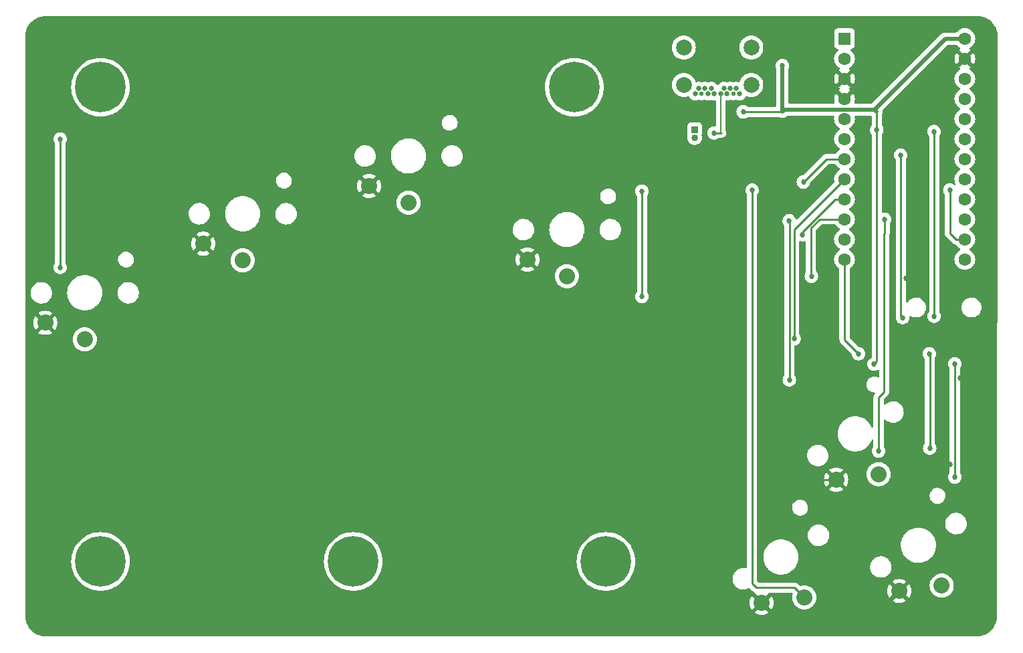
<source format=gbr>
%TF.GenerationSoftware,KiCad,Pcbnew,6.0.4*%
%TF.CreationDate,2022-04-08T16:19:54+02:00*%
%TF.ProjectId,keychordz,6b657963-686f-4726-947a-2e6b69636164,rev?*%
%TF.SameCoordinates,Original*%
%TF.FileFunction,Copper,L2,Bot*%
%TF.FilePolarity,Positive*%
%FSLAX46Y46*%
G04 Gerber Fmt 4.6, Leading zero omitted, Abs format (unit mm)*
G04 Created by KiCad (PCBNEW 6.0.4) date 2022-04-08 16:19:54*
%MOMM*%
%LPD*%
G01*
G04 APERTURE LIST*
%TA.AperFunction,ComponentPad*%
%ADD10R,0.850000X0.850000*%
%TD*%
%TA.AperFunction,ComponentPad*%
%ADD11O,0.850000X0.850000*%
%TD*%
%TA.AperFunction,ComponentPad*%
%ADD12C,0.800000*%
%TD*%
%TA.AperFunction,ComponentPad*%
%ADD13C,6.400000*%
%TD*%
%TA.AperFunction,ComponentPad*%
%ADD14C,2.032000*%
%TD*%
%TA.AperFunction,ComponentPad*%
%ADD15R,1.600000X1.600000*%
%TD*%
%TA.AperFunction,ComponentPad*%
%ADD16C,1.600000*%
%TD*%
%TA.AperFunction,ComponentPad*%
%ADD17C,2.010000*%
%TD*%
%TA.AperFunction,ComponentPad*%
%ADD18C,0.550000*%
%TD*%
%TA.AperFunction,ComponentPad*%
%ADD19C,0.650000*%
%TD*%
%TA.AperFunction,ViaPad*%
%ADD20C,0.685800*%
%TD*%
%TA.AperFunction,Conductor*%
%ADD21C,0.508000*%
%TD*%
%TA.AperFunction,Conductor*%
%ADD22C,0.254000*%
%TD*%
%TA.AperFunction,Conductor*%
%ADD23C,0.127000*%
%TD*%
G04 APERTURE END LIST*
D10*
%TO.P,USB,1*%
%TO.N,USB_D-*%
X97231200Y-48361600D03*
D11*
%TO.P,USB,2*%
%TO.N,USB_D+*%
X97231200Y-49361598D03*
%TD*%
D12*
%TO.P,MNT5,1*%
%TO.N,N/C*%
X83697056Y-44697056D03*
X79600000Y-43000000D03*
X80302944Y-44697056D03*
X80302944Y-41302944D03*
X82000000Y-45400000D03*
X82000000Y-40600000D03*
X84400000Y-43000000D03*
D13*
X82000000Y-43000000D03*
D12*
X83697056Y-41302944D03*
%TD*%
%TO.P,MNT4,1*%
%TO.N,N/C*%
X23697056Y-44697056D03*
X19600000Y-43000000D03*
X20302944Y-44697056D03*
X20302944Y-41302944D03*
X22000000Y-45400000D03*
X22000000Y-40600000D03*
X24400000Y-43000000D03*
D13*
X22000000Y-43000000D03*
D12*
X23697056Y-41302944D03*
%TD*%
D14*
%TO.P,SW1,2,2*%
%TO.N,GND*%
X123135873Y-106742897D03*
%TO.P,SW1,1,1*%
%TO.N,BTN1*%
X128516000Y-106061550D03*
%TD*%
D12*
%TO.P,MNT3,1*%
%TO.N,N/C*%
X87697056Y-104697056D03*
X83600000Y-103000000D03*
X84302944Y-104697056D03*
X84302944Y-101302944D03*
X86000000Y-105400000D03*
X86000000Y-100600000D03*
X88400000Y-103000000D03*
D13*
X86000000Y-103000000D03*
D12*
X87697056Y-101302944D03*
%TD*%
D14*
%TO.P,SW5,2,2*%
%TO.N,GND*%
X56000000Y-55489000D03*
%TO.P,SW5,1,1*%
%TO.N,BTN5*%
X61000000Y-57589000D03*
%TD*%
%TO.P,SW6,2,2*%
%TO.N,GND*%
X15000000Y-72800000D03*
%TO.P,SW6,1,1*%
%TO.N,BTN6*%
X20000000Y-74900000D03*
%TD*%
D15*
%TO.P,U2,1,TX*%
%TO.N,unconnected-(U2-Pad1)*%
X116205000Y-36830000D03*
D16*
%TO.P,U2,2,RX*%
%TO.N,unconnected-(U2-Pad2)*%
X116205000Y-39370000D03*
%TO.P,U2,3,GND*%
%TO.N,GND*%
X116205000Y-41910000D03*
%TO.P,U2,4,GND*%
X116205000Y-44450000D03*
%TO.P,U2,5,SDA*%
%TO.N,SDA*%
X116205000Y-46990000D03*
%TO.P,U2,6,SCL*%
%TO.N,SCK*%
X116205000Y-49530000D03*
%TO.P,U2,7,D4*%
%TO.N,BTN7*%
X116205000Y-52070000D03*
%TO.P,U2,8,C6*%
%TO.N,BTN6*%
X116205000Y-54610000D03*
%TO.P,U2,9,D7*%
%TO.N,BTN5*%
X116205000Y-57150000D03*
%TO.P,U2,10,E6*%
%TO.N,BTN4*%
X116205000Y-59690000D03*
%TO.P,U2,11,B4*%
%TO.N,unconnected-(U2-Pad11)*%
X116205000Y-62230000D03*
%TO.P,U2,12,B5*%
%TO.N,LED_IN*%
X116205000Y-64770000D03*
%TO.P,U2,13,B6*%
%TO.N,unconnected-(U2-Pad13)*%
X131445000Y-64770000D03*
%TO.P,U2,14,B2*%
%TO.N,BTN2*%
X131445000Y-62230000D03*
%TO.P,U2,15,B3*%
%TO.N,BTN3*%
X131445000Y-59690000D03*
%TO.P,U2,16,B1*%
%TO.N,BTN1*%
X131445000Y-57150000D03*
%TO.P,U2,17,F7*%
%TO.N,unconnected-(U2-Pad17)*%
X131445000Y-54610000D03*
%TO.P,U2,18,F6*%
%TO.N,unconnected-(U2-Pad18)*%
X131445000Y-52070000D03*
%TO.P,U2,19,F5*%
%TO.N,unconnected-(U2-Pad19)*%
X131445000Y-49530000D03*
%TO.P,U2,20,F4*%
%TO.N,unconnected-(U2-Pad20)*%
X131445000Y-46990000D03*
%TO.P,U2,21,VCC*%
%TO.N,unconnected-(U2-Pad21)*%
X131445000Y-44450000D03*
%TO.P,U2,22,RST*%
%TO.N,unconnected-(U2-Pad22)*%
X131445000Y-41910000D03*
%TO.P,U2,23,GND*%
%TO.N,GND*%
X131445000Y-39370000D03*
%TO.P,U2,24,RAW*%
%TO.N,+5V*%
X131445000Y-36830000D03*
%TD*%
D14*
%TO.P,SW2,2,2*%
%TO.N,GND*%
X105721873Y-108230897D03*
%TO.P,SW2,1,1*%
%TO.N,BTN2*%
X111102000Y-107549550D03*
%TD*%
%TO.P,SW7,2,2*%
%TO.N,GND*%
X35000000Y-62800000D03*
%TO.P,SW7,1,1*%
%TO.N,BTN7*%
X40000000Y-64900000D03*
%TD*%
%TO.P,SW3,2,2*%
%TO.N,GND*%
X115149873Y-92634397D03*
%TO.P,SW3,1,1*%
%TO.N,BTN3*%
X120530000Y-91953050D03*
%TD*%
D12*
%TO.P,MNT2,1*%
%TO.N,N/C*%
X56400000Y-103000000D03*
X54000000Y-105400000D03*
X52302944Y-104697056D03*
X52302944Y-101302944D03*
X54000000Y-100600000D03*
X51600000Y-103000000D03*
D13*
X54000000Y-103000000D03*
D12*
X55697056Y-101302944D03*
X55697056Y-104697056D03*
%TD*%
D17*
%TO.P,J1,MH4*%
%TO.N,N/C*%
X95857000Y-37967000D03*
%TO.P,J1,MH3*%
X104397000Y-37967000D03*
%TO.P,J1,MH2*%
X95857000Y-42697000D03*
%TO.P,J1,MH1*%
X104397000Y-42697000D03*
D18*
%TO.P,J1,GR1*%
X102127000Y-43847000D03*
%TO.P,J1,GN1*%
X98127000Y-43847000D03*
D19*
%TO.P,J1,B12*%
X102927000Y-43847000D03*
%TO.P,J1,B11*%
X102527000Y-43137000D03*
%TO.P,J1,B10*%
X101727000Y-43137000D03*
%TO.P,J1,B9*%
X101327000Y-43847000D03*
%TO.P,J1,B8,SBU2*%
%TO.N,unconnected-(J1-PadB8)*%
X100927000Y-43137000D03*
%TO.P,J1,B7,D-*%
%TO.N,USB_D-*%
X100527000Y-43847000D03*
%TO.P,J1,B6,D+*%
%TO.N,USB_D+*%
X99727000Y-43847000D03*
%TO.P,J1,B5,CC2*%
%TO.N,Net-(J1-PadB5)*%
X99327000Y-43137000D03*
%TO.P,J1,B4*%
%TO.N,N/C*%
X98927000Y-43847000D03*
%TO.P,J1,B3*%
X98527000Y-43137000D03*
%TO.P,J1,B2*%
X97727000Y-43137000D03*
%TO.P,J1,B1*%
X97327000Y-43847000D03*
%TD*%
D14*
%TO.P,SW4,2,2*%
%TO.N,GND*%
X76048000Y-64800000D03*
%TO.P,SW4,1,1*%
%TO.N,BTN4*%
X81048000Y-66900000D03*
%TD*%
D13*
%TO.P,MNT1,1*%
%TO.N,N/C*%
X22000000Y-103000000D03*
D12*
X19600000Y-103000000D03*
X20302944Y-104697056D03*
X22000000Y-105400000D03*
X24400000Y-103000000D03*
X20302944Y-101302944D03*
X23697056Y-104697056D03*
X23697056Y-101302944D03*
X22000000Y-100600000D03*
%TD*%
D20*
%TO.N,USB_D-*%
X99695000Y-48768000D03*
%TO.N,+5V*%
X120300000Y-48392600D03*
%TO.N,SDA*%
X127558800Y-71958200D03*
X127533400Y-48590200D03*
%TO.N,SCK*%
X123317000Y-51562000D03*
X123571000Y-72136000D03*
%TO.N,BTN3*%
X121285000Y-59690000D03*
%TO.N,BTN2*%
X129540000Y-56007000D03*
%TO.N,GND*%
X123952000Y-67183000D03*
%TO.N,LED_IN*%
X117990000Y-76708000D03*
%TO.N,GND*%
X129540000Y-90678000D03*
X77470000Y-57404000D03*
X102362000Y-52832000D03*
X64100000Y-45700000D03*
X124532120Y-92202000D03*
X84200000Y-55100000D03*
X108204000Y-96266000D03*
X130810000Y-79756000D03*
X23000000Y-63000000D03*
X106347000Y-50207000D03*
X108204000Y-92964000D03*
X43100000Y-53000000D03*
%TO.N,+5V*%
X130175000Y-92329000D03*
X16891000Y-49530000D03*
X119947500Y-78037500D03*
X108331000Y-40259000D03*
X130175000Y-77978000D03*
X103378000Y-46101000D03*
X16891000Y-65786000D03*
%TO.N,Net-(D6-Pad4)*%
X109220000Y-80010000D03*
X109200000Y-59900000D03*
%TO.N,LED_IN*%
X126940000Y-76708000D03*
X127000000Y-88646000D03*
%TO.N,BTN2*%
X104521000Y-56007000D03*
%TO.N,BTN3*%
X120523000Y-89027000D03*
%TO.N,BTN4*%
X112014000Y-66910000D03*
%TO.N,BTN5*%
X110890000Y-61650000D03*
%TO.N,BTN6*%
X109820000Y-74800000D03*
%TO.N,BTN7*%
X90551000Y-69469000D03*
X110998000Y-54991000D03*
X90551000Y-56134000D03*
%TD*%
D21*
%TO.N,+5V*%
X119977489Y-45809489D02*
X128956978Y-36830000D01*
X128956978Y-36830000D02*
X131445000Y-36830000D01*
D22*
%TO.N,USB_D-*%
X99695000Y-48768000D02*
X100584000Y-48768000D01*
%TO.N,+5V*%
X120300000Y-48392600D02*
X120300000Y-77685000D01*
X120300000Y-46132000D02*
X120300000Y-48392600D01*
%TO.N,SDA*%
X127558800Y-48615600D02*
X127533400Y-48590200D01*
X127558800Y-71958200D02*
X127558800Y-48615600D01*
%TO.N,SCK*%
X123355589Y-71920589D02*
X123355589Y-51600589D01*
X123355589Y-51600589D02*
X123317000Y-51562000D01*
X123571000Y-72136000D02*
X123355589Y-71920589D01*
%TO.N,BTN2*%
X129540000Y-56007000D02*
X129540000Y-61468000D01*
X129540000Y-61468000D02*
X130302000Y-62230000D01*
X130302000Y-62230000D02*
X131445000Y-62230000D01*
%TO.N,BTN3*%
X121285000Y-61468000D02*
X121285000Y-59690000D01*
X121238719Y-61514281D02*
X121285000Y-61468000D01*
%TO.N,LED_IN*%
X116205000Y-64770000D02*
X116205000Y-74923000D01*
X116205000Y-74923000D02*
X117990000Y-76708000D01*
X127000000Y-88646000D02*
X127000000Y-76768000D01*
X127000000Y-76768000D02*
X126940000Y-76708000D01*
%TO.N,GND*%
X126056120Y-90678000D02*
X129540000Y-90678000D01*
X108204000Y-92964000D02*
X108533603Y-92634397D01*
X124532120Y-92202000D02*
X126056120Y-90678000D01*
X108533603Y-92634397D02*
X115149873Y-92634397D01*
X102327000Y-52867000D02*
X102362000Y-52832000D01*
X108204000Y-92964000D02*
X108204000Y-96266000D01*
D21*
%TO.N,+5V*%
X108331000Y-46101000D02*
X108622511Y-45809489D01*
D22*
X103378000Y-46101000D02*
X108331000Y-46101000D01*
D21*
X119977489Y-45809489D02*
X120269000Y-46101000D01*
D22*
X16891000Y-65786000D02*
X16891000Y-49530000D01*
X120269000Y-46101000D02*
X120300000Y-46132000D01*
D21*
X108331000Y-40259000D02*
X108331000Y-46101000D01*
D22*
X130175000Y-77978000D02*
X130175000Y-92329000D01*
D21*
X108622511Y-45809489D02*
X119977489Y-45809489D01*
D22*
X120300000Y-77685000D02*
X119947500Y-78037500D01*
D23*
%TO.N,USB_D-*%
X100527000Y-48711000D02*
X100584000Y-48768000D01*
X100527000Y-43847000D02*
X100527000Y-48711000D01*
D22*
%TO.N,Net-(D6-Pad4)*%
X109220000Y-59920000D02*
X109200000Y-59900000D01*
X109220000Y-80010000D02*
X109220000Y-59920000D01*
%TO.N,BTN2*%
X105029000Y-106299000D02*
X109851450Y-106299000D01*
X104521000Y-56007000D02*
X104493781Y-56487781D01*
X104493781Y-105763781D02*
X105029000Y-106299000D01*
X104493781Y-56487781D02*
X104493781Y-105763781D01*
X109851450Y-106299000D02*
X111102000Y-107549550D01*
%TO.N,BTN3*%
X121238719Y-81511817D02*
X121187268Y-81563268D01*
X120523000Y-82227536D02*
X121187268Y-81563268D01*
X121238719Y-61514281D02*
X121238719Y-81511817D01*
X120523000Y-82227536D02*
X120523000Y-89027000D01*
%TO.N,BTN4*%
X113030000Y-59690000D02*
X116205000Y-59690000D01*
X111970000Y-66910000D02*
X111970000Y-60750000D01*
X111970000Y-60750000D02*
X113030000Y-59690000D01*
%TO.N,BTN5*%
X110890000Y-61291864D02*
X115031864Y-57150000D01*
X115031864Y-57150000D02*
X116205000Y-57150000D01*
X110890000Y-61650000D02*
X110890000Y-61291864D01*
%TO.N,BTN6*%
X109820000Y-74800000D02*
X109820000Y-60995000D01*
X109820000Y-60995000D02*
X116205000Y-54610000D01*
%TO.N,BTN7*%
X110998000Y-54991000D02*
X113919000Y-52070000D01*
X113919000Y-52070000D02*
X116205000Y-52070000D01*
X90560000Y-56143000D02*
X90551000Y-56134000D01*
X90560000Y-69480000D02*
X90560000Y-56143000D01*
%TD*%
%TA.AperFunction,Conductor*%
%TO.N,GND*%
G36*
X133066823Y-34009920D02*
G01*
X133091872Y-34013713D01*
X133109234Y-34011369D01*
X133133049Y-34010428D01*
X133367249Y-34023384D01*
X133384910Y-34024361D01*
X133399783Y-34026075D01*
X133675271Y-34074543D01*
X133689835Y-34078009D01*
X133698284Y-34080558D01*
X133957622Y-34158810D01*
X133971673Y-34163978D01*
X134228003Y-34275978D01*
X134241337Y-34282776D01*
X134482564Y-34424386D01*
X134495002Y-34432718D01*
X134717731Y-34601940D01*
X134729093Y-34611690D01*
X134930173Y-34806133D01*
X134940298Y-34817161D01*
X135116899Y-35034084D01*
X135125645Y-35046236D01*
X135275266Y-35282572D01*
X135282509Y-35295675D01*
X135403046Y-35548097D01*
X135408683Y-35561967D01*
X135498427Y-35826899D01*
X135502376Y-35841323D01*
X135560067Y-36115057D01*
X135562276Y-36129848D01*
X135583994Y-36373694D01*
X135583506Y-36400592D01*
X135582346Y-36409817D01*
X135585837Y-36431526D01*
X135587434Y-36451684D01*
X135491838Y-109741177D01*
X135491565Y-109950383D01*
X135490064Y-109969607D01*
X135487690Y-109984848D01*
X135487690Y-109984856D01*
X135486309Y-109993724D01*
X135488558Y-110010919D01*
X135489391Y-110034863D01*
X135473794Y-110292710D01*
X135471960Y-110307814D01*
X135420477Y-110588754D01*
X135416836Y-110603527D01*
X135331859Y-110876227D01*
X135326466Y-110890445D01*
X135209243Y-111150906D01*
X135202172Y-111164379D01*
X135054405Y-111408813D01*
X135045762Y-111421334D01*
X134869615Y-111646171D01*
X134859525Y-111657560D01*
X134657560Y-111859525D01*
X134646171Y-111869615D01*
X134421334Y-112045762D01*
X134408813Y-112054405D01*
X134164379Y-112202172D01*
X134150908Y-112209242D01*
X133890445Y-112326466D01*
X133876231Y-112331858D01*
X133603527Y-112416836D01*
X133588760Y-112420475D01*
X133379786Y-112458771D01*
X133307814Y-112471960D01*
X133292710Y-112473794D01*
X133042096Y-112488953D01*
X133015284Y-112487692D01*
X133015148Y-112487690D01*
X133006276Y-112486309D01*
X132997374Y-112487473D01*
X132997372Y-112487473D01*
X132982707Y-112489391D01*
X132974714Y-112490436D01*
X132958379Y-112491500D01*
X15049367Y-112491500D01*
X15029982Y-112490000D01*
X15015149Y-112487690D01*
X15015145Y-112487690D01*
X15006276Y-112486309D01*
X14989077Y-112488558D01*
X14965137Y-112489391D01*
X14707290Y-112473794D01*
X14692186Y-112471960D01*
X14620214Y-112458771D01*
X14411240Y-112420475D01*
X14396473Y-112416836D01*
X14123769Y-112331858D01*
X14109555Y-112326466D01*
X13849092Y-112209242D01*
X13835621Y-112202172D01*
X13591187Y-112054405D01*
X13578666Y-112045762D01*
X13353829Y-111869615D01*
X13342440Y-111859525D01*
X13140475Y-111657560D01*
X13130385Y-111646171D01*
X12954238Y-111421334D01*
X12945595Y-111408813D01*
X12797828Y-111164379D01*
X12790757Y-111150906D01*
X12673534Y-110890445D01*
X12668141Y-110876227D01*
X12583164Y-110603527D01*
X12579523Y-110588754D01*
X12528040Y-110307814D01*
X12526206Y-110292710D01*
X12511269Y-110045768D01*
X12512520Y-110022216D01*
X12512334Y-110022199D01*
X12512769Y-110017350D01*
X12513576Y-110012552D01*
X12513729Y-110000000D01*
X12509756Y-109972254D01*
X12508484Y-109954438D01*
X12508313Y-109475203D01*
X104842397Y-109475203D01*
X104848124Y-109482853D01*
X105023632Y-109590404D01*
X105032426Y-109594885D01*
X105244902Y-109682895D01*
X105254287Y-109685944D01*
X105477917Y-109739634D01*
X105487664Y-109741177D01*
X105716943Y-109759222D01*
X105726803Y-109759222D01*
X105956082Y-109741177D01*
X105965829Y-109739634D01*
X106189459Y-109685944D01*
X106198844Y-109682895D01*
X106411320Y-109594885D01*
X106420114Y-109590404D01*
X106591956Y-109485100D01*
X106601416Y-109474644D01*
X106597632Y-109465866D01*
X105734685Y-108602919D01*
X105720741Y-108595305D01*
X105718908Y-108595436D01*
X105712293Y-108599687D01*
X104849157Y-109462823D01*
X104842397Y-109475203D01*
X12508313Y-109475203D01*
X12507870Y-108235827D01*
X104193548Y-108235827D01*
X104211593Y-108465106D01*
X104213136Y-108474853D01*
X104266826Y-108698483D01*
X104269875Y-108707868D01*
X104357885Y-108920344D01*
X104362366Y-108929138D01*
X104467670Y-109100980D01*
X104478126Y-109110440D01*
X104486904Y-109106656D01*
X105349851Y-108243709D01*
X105356229Y-108232029D01*
X106086281Y-108232029D01*
X106086412Y-108233862D01*
X106090663Y-108240477D01*
X106953799Y-109103613D01*
X106966179Y-109110373D01*
X106973829Y-109104646D01*
X107081380Y-108929138D01*
X107085861Y-108920344D01*
X107173871Y-108707868D01*
X107176920Y-108698483D01*
X107230610Y-108474853D01*
X107232153Y-108465106D01*
X107250198Y-108235827D01*
X107250198Y-108225967D01*
X107232153Y-107996688D01*
X107230610Y-107986941D01*
X107176920Y-107763311D01*
X107173871Y-107753926D01*
X107085861Y-107541450D01*
X107081380Y-107532656D01*
X106976076Y-107360814D01*
X106965620Y-107351354D01*
X106956842Y-107355138D01*
X106093895Y-108218085D01*
X106086281Y-108232029D01*
X105356229Y-108232029D01*
X105357465Y-108229765D01*
X105357334Y-108227932D01*
X105353083Y-108221317D01*
X104489947Y-107358181D01*
X104477567Y-107351421D01*
X104469917Y-107357148D01*
X104362366Y-107532656D01*
X104357885Y-107541450D01*
X104269875Y-107753926D01*
X104266826Y-107763311D01*
X104213136Y-107986941D01*
X104211593Y-107996688D01*
X104193548Y-108225967D01*
X104193548Y-108235827D01*
X12507870Y-108235827D01*
X12505998Y-103000000D01*
X18286411Y-103000000D01*
X18306754Y-103388176D01*
X18307267Y-103391416D01*
X18307268Y-103391424D01*
X18328133Y-103523159D01*
X18367562Y-103772099D01*
X18468167Y-104147562D01*
X18469352Y-104150650D01*
X18469353Y-104150652D01*
X18492206Y-104210185D01*
X18607468Y-104510453D01*
X18608966Y-104513393D01*
X18766711Y-104822984D01*
X18783938Y-104856794D01*
X18785734Y-104859560D01*
X18785736Y-104859563D01*
X18916196Y-105060455D01*
X18995643Y-105182793D01*
X19080717Y-105287850D01*
X19141636Y-105363078D01*
X19240266Y-105484876D01*
X19515124Y-105759734D01*
X19517682Y-105761806D01*
X19517686Y-105761809D01*
X19643166Y-105863421D01*
X19817207Y-106004357D01*
X19819970Y-106006152D01*
X19819971Y-106006152D01*
X20098469Y-106187010D01*
X20143205Y-106216062D01*
X20146139Y-106217557D01*
X20146146Y-106217561D01*
X20341943Y-106317324D01*
X20489547Y-106392532D01*
X20576346Y-106425851D01*
X20766752Y-106498941D01*
X20852438Y-106531833D01*
X21227901Y-106632438D01*
X21431793Y-106664732D01*
X21608576Y-106692732D01*
X21608584Y-106692733D01*
X21611824Y-106693246D01*
X22000000Y-106713589D01*
X22388176Y-106693246D01*
X22391416Y-106692733D01*
X22391424Y-106692732D01*
X22568207Y-106664732D01*
X22772099Y-106632438D01*
X23147562Y-106531833D01*
X23233249Y-106498941D01*
X23423654Y-106425851D01*
X23510453Y-106392532D01*
X23658057Y-106317324D01*
X23853854Y-106217561D01*
X23853861Y-106217557D01*
X23856795Y-106216062D01*
X23901532Y-106187010D01*
X24180029Y-106006152D01*
X24180030Y-106006152D01*
X24182793Y-106004357D01*
X24356834Y-105863421D01*
X24482314Y-105761809D01*
X24482318Y-105761806D01*
X24484876Y-105759734D01*
X24759734Y-105484876D01*
X24858365Y-105363078D01*
X24919283Y-105287850D01*
X25004357Y-105182793D01*
X25083804Y-105060455D01*
X25214264Y-104859563D01*
X25214266Y-104859560D01*
X25216062Y-104856794D01*
X25233290Y-104822984D01*
X25391034Y-104513393D01*
X25392532Y-104510453D01*
X25507794Y-104210185D01*
X25530647Y-104150652D01*
X25530648Y-104150650D01*
X25531833Y-104147562D01*
X25632438Y-103772099D01*
X25671867Y-103523159D01*
X25692732Y-103391424D01*
X25692733Y-103391416D01*
X25693246Y-103388176D01*
X25713589Y-103000000D01*
X50286411Y-103000000D01*
X50306754Y-103388176D01*
X50307267Y-103391416D01*
X50307268Y-103391424D01*
X50328133Y-103523159D01*
X50367562Y-103772099D01*
X50468167Y-104147562D01*
X50469352Y-104150650D01*
X50469353Y-104150652D01*
X50492206Y-104210185D01*
X50607468Y-104510453D01*
X50608966Y-104513393D01*
X50766711Y-104822984D01*
X50783938Y-104856794D01*
X50785734Y-104859560D01*
X50785736Y-104859563D01*
X50916196Y-105060455D01*
X50995643Y-105182793D01*
X51080717Y-105287850D01*
X51141636Y-105363078D01*
X51240266Y-105484876D01*
X51515124Y-105759734D01*
X51517682Y-105761806D01*
X51517686Y-105761809D01*
X51643166Y-105863421D01*
X51817207Y-106004357D01*
X51819970Y-106006152D01*
X51819971Y-106006152D01*
X52098469Y-106187010D01*
X52143205Y-106216062D01*
X52146139Y-106217557D01*
X52146146Y-106217561D01*
X52341943Y-106317324D01*
X52489547Y-106392532D01*
X52576346Y-106425851D01*
X52766752Y-106498941D01*
X52852438Y-106531833D01*
X53227901Y-106632438D01*
X53431793Y-106664732D01*
X53608576Y-106692732D01*
X53608584Y-106692733D01*
X53611824Y-106693246D01*
X54000000Y-106713589D01*
X54388176Y-106693246D01*
X54391416Y-106692733D01*
X54391424Y-106692732D01*
X54568207Y-106664732D01*
X54772099Y-106632438D01*
X55147562Y-106531833D01*
X55233249Y-106498941D01*
X55423654Y-106425851D01*
X55510453Y-106392532D01*
X55658057Y-106317324D01*
X55853854Y-106217561D01*
X55853861Y-106217557D01*
X55856795Y-106216062D01*
X55901532Y-106187010D01*
X56180029Y-106006152D01*
X56180030Y-106006152D01*
X56182793Y-106004357D01*
X56356834Y-105863421D01*
X56482314Y-105761809D01*
X56482318Y-105761806D01*
X56484876Y-105759734D01*
X56759734Y-105484876D01*
X56858365Y-105363078D01*
X56919283Y-105287850D01*
X57004357Y-105182793D01*
X57083804Y-105060455D01*
X57214264Y-104859563D01*
X57214266Y-104859560D01*
X57216062Y-104856794D01*
X57233290Y-104822984D01*
X57391034Y-104513393D01*
X57392532Y-104510453D01*
X57507794Y-104210185D01*
X57530647Y-104150652D01*
X57530648Y-104150650D01*
X57531833Y-104147562D01*
X57632438Y-103772099D01*
X57671867Y-103523159D01*
X57692732Y-103391424D01*
X57692733Y-103391416D01*
X57693246Y-103388176D01*
X57713589Y-103000000D01*
X82286411Y-103000000D01*
X82306754Y-103388176D01*
X82307267Y-103391416D01*
X82307268Y-103391424D01*
X82328133Y-103523159D01*
X82367562Y-103772099D01*
X82468167Y-104147562D01*
X82469352Y-104150650D01*
X82469353Y-104150652D01*
X82492206Y-104210185D01*
X82607468Y-104510453D01*
X82608966Y-104513393D01*
X82766711Y-104822984D01*
X82783938Y-104856794D01*
X82785734Y-104859560D01*
X82785736Y-104859563D01*
X82916196Y-105060455D01*
X82995643Y-105182793D01*
X83080717Y-105287850D01*
X83141636Y-105363078D01*
X83240266Y-105484876D01*
X83515124Y-105759734D01*
X83517682Y-105761806D01*
X83517686Y-105761809D01*
X83643166Y-105863421D01*
X83817207Y-106004357D01*
X83819970Y-106006152D01*
X83819971Y-106006152D01*
X84098469Y-106187010D01*
X84143205Y-106216062D01*
X84146139Y-106217557D01*
X84146146Y-106217561D01*
X84341943Y-106317324D01*
X84489547Y-106392532D01*
X84576346Y-106425851D01*
X84766752Y-106498941D01*
X84852438Y-106531833D01*
X85227901Y-106632438D01*
X85431793Y-106664732D01*
X85608576Y-106692732D01*
X85608584Y-106692733D01*
X85611824Y-106693246D01*
X86000000Y-106713589D01*
X86388176Y-106693246D01*
X86391416Y-106692733D01*
X86391424Y-106692732D01*
X86568207Y-106664732D01*
X86772099Y-106632438D01*
X87147562Y-106531833D01*
X87233249Y-106498941D01*
X87423654Y-106425851D01*
X87510453Y-106392532D01*
X87658057Y-106317324D01*
X87853854Y-106217561D01*
X87853861Y-106217557D01*
X87856795Y-106216062D01*
X87901532Y-106187010D01*
X88180029Y-106006152D01*
X88180030Y-106006152D01*
X88182793Y-106004357D01*
X88356834Y-105863421D01*
X88482314Y-105761809D01*
X88482318Y-105761806D01*
X88484876Y-105759734D01*
X88759734Y-105484876D01*
X88858365Y-105363078D01*
X88919283Y-105287850D01*
X89004357Y-105182793D01*
X89041413Y-105125732D01*
X102026060Y-105125732D01*
X102034714Y-105356268D01*
X102082088Y-105582050D01*
X102084046Y-105587009D01*
X102084047Y-105587011D01*
X102086732Y-105593809D01*
X102166827Y-105796622D01*
X102286507Y-105993849D01*
X102290004Y-105997879D01*
X102374102Y-106094793D01*
X102437707Y-106168092D01*
X102479842Y-106202640D01*
X102611975Y-106310984D01*
X102611981Y-106310988D01*
X102616103Y-106314368D01*
X102816595Y-106428494D01*
X102821611Y-106430315D01*
X102821616Y-106430317D01*
X103028435Y-106505389D01*
X103028439Y-106505390D01*
X103033450Y-106507209D01*
X103038699Y-106508158D01*
X103038702Y-106508159D01*
X103256383Y-106547522D01*
X103256390Y-106547523D01*
X103260467Y-106548260D01*
X103278204Y-106549096D01*
X103283152Y-106549330D01*
X103283159Y-106549330D01*
X103284640Y-106549400D01*
X103446785Y-106549400D01*
X103513741Y-106543719D01*
X103613422Y-106535261D01*
X103613426Y-106535260D01*
X103618733Y-106534810D01*
X103623888Y-106533472D01*
X103623894Y-106533471D01*
X103836863Y-106478195D01*
X103836867Y-106478194D01*
X103842032Y-106476853D01*
X103846898Y-106474661D01*
X103846901Y-106474660D01*
X104047509Y-106384293D01*
X104052375Y-106382101D01*
X104056795Y-106379125D01*
X104056799Y-106379123D01*
X104062508Y-106375279D01*
X104130187Y-106353828D01*
X104198719Y-106372371D01*
X104221971Y-106390704D01*
X104523754Y-106692487D01*
X104531326Y-106700808D01*
X104535447Y-106707303D01*
X104541225Y-106712728D01*
X104541225Y-106712729D01*
X104585266Y-106754086D01*
X104588108Y-106756841D01*
X104607906Y-106776639D01*
X104611031Y-106779063D01*
X104611040Y-106779071D01*
X104611126Y-106779137D01*
X104620151Y-106786845D01*
X104652494Y-106817217D01*
X104659438Y-106821035D01*
X104659440Y-106821036D01*
X104670329Y-106827022D01*
X104686847Y-106837873D01*
X104702933Y-106850350D01*
X104743666Y-106867976D01*
X104754314Y-106873193D01*
X104773204Y-106883578D01*
X104823262Y-106933923D01*
X104827103Y-106951825D01*
X104846113Y-106995927D01*
X105709061Y-107858875D01*
X105723005Y-107866489D01*
X105724838Y-107866358D01*
X105731453Y-107862107D01*
X106607401Y-106986159D01*
X106607661Y-106986419D01*
X106644172Y-106949910D01*
X106704553Y-106934500D01*
X109522011Y-106934500D01*
X109590132Y-106954502D01*
X109636625Y-107008158D01*
X109646729Y-107078432D01*
X109644530Y-107089914D01*
X109592768Y-107305515D01*
X109592767Y-107305521D01*
X109591613Y-107310328D01*
X109572786Y-107549550D01*
X109591613Y-107788772D01*
X109592767Y-107793579D01*
X109592768Y-107793585D01*
X109608443Y-107858875D01*
X109647631Y-108022103D01*
X109649524Y-108026674D01*
X109649525Y-108026676D01*
X109732888Y-108227932D01*
X109739460Y-108243799D01*
X109864840Y-108448399D01*
X110020682Y-108630868D01*
X110203151Y-108786710D01*
X110407751Y-108912090D01*
X110412321Y-108913983D01*
X110412323Y-108913984D01*
X110624874Y-109002025D01*
X110629447Y-109003919D01*
X110711037Y-109023507D01*
X110857965Y-109058782D01*
X110857971Y-109058783D01*
X110862778Y-109059937D01*
X111102000Y-109078764D01*
X111341222Y-109059937D01*
X111346029Y-109058783D01*
X111346035Y-109058782D01*
X111492963Y-109023507D01*
X111574553Y-109003919D01*
X111579126Y-109002025D01*
X111791677Y-108913984D01*
X111791679Y-108913983D01*
X111796249Y-108912090D01*
X112000849Y-108786710D01*
X112183318Y-108630868D01*
X112339160Y-108448399D01*
X112464540Y-108243799D01*
X112471113Y-108227932D01*
X112554475Y-108026676D01*
X112554476Y-108026674D01*
X112556369Y-108022103D01*
X112564748Y-107987203D01*
X122256397Y-107987203D01*
X122262124Y-107994853D01*
X122437632Y-108102404D01*
X122446426Y-108106885D01*
X122658902Y-108194895D01*
X122668287Y-108197944D01*
X122891917Y-108251634D01*
X122901664Y-108253177D01*
X123130943Y-108271222D01*
X123140803Y-108271222D01*
X123370082Y-108253177D01*
X123379829Y-108251634D01*
X123603459Y-108197944D01*
X123612844Y-108194895D01*
X123825320Y-108106885D01*
X123834114Y-108102404D01*
X124005956Y-107997100D01*
X124015416Y-107986644D01*
X124011632Y-107977866D01*
X123148685Y-107114919D01*
X123134741Y-107107305D01*
X123132908Y-107107436D01*
X123126293Y-107111687D01*
X122263157Y-107974823D01*
X122256397Y-107987203D01*
X112564748Y-107987203D01*
X112595557Y-107858875D01*
X112611232Y-107793585D01*
X112611233Y-107793579D01*
X112612387Y-107788772D01*
X112631214Y-107549550D01*
X112612387Y-107310328D01*
X112611233Y-107305521D01*
X112611232Y-107305515D01*
X112557524Y-107081809D01*
X112556369Y-107076997D01*
X112554475Y-107072424D01*
X112466434Y-106859873D01*
X112466433Y-106859871D01*
X112464540Y-106855301D01*
X112398679Y-106747827D01*
X121607548Y-106747827D01*
X121625593Y-106977106D01*
X121627136Y-106986853D01*
X121680826Y-107210483D01*
X121683875Y-107219868D01*
X121771885Y-107432344D01*
X121776366Y-107441138D01*
X121881670Y-107612980D01*
X121892126Y-107622440D01*
X121900904Y-107618656D01*
X122763851Y-106755709D01*
X122770229Y-106744029D01*
X123500281Y-106744029D01*
X123500412Y-106745862D01*
X123504663Y-106752477D01*
X124367799Y-107615613D01*
X124380179Y-107622373D01*
X124387829Y-107616646D01*
X124495380Y-107441138D01*
X124499861Y-107432344D01*
X124587871Y-107219868D01*
X124590920Y-107210483D01*
X124644610Y-106986853D01*
X124646153Y-106977106D01*
X124664198Y-106747827D01*
X124664198Y-106737967D01*
X124646153Y-106508688D01*
X124644610Y-106498941D01*
X124590920Y-106275311D01*
X124587871Y-106265926D01*
X124503216Y-106061550D01*
X126986786Y-106061550D01*
X127005613Y-106300772D01*
X127006767Y-106305579D01*
X127006768Y-106305585D01*
X127027927Y-106393716D01*
X127061631Y-106534103D01*
X127063524Y-106538674D01*
X127063525Y-106538676D01*
X127146888Y-106739932D01*
X127153460Y-106755799D01*
X127278840Y-106960399D01*
X127282057Y-106964166D01*
X127282058Y-106964167D01*
X127319630Y-107008158D01*
X127434682Y-107142868D01*
X127617151Y-107298710D01*
X127821751Y-107424090D01*
X127826321Y-107425983D01*
X127826323Y-107425984D01*
X128038874Y-107514025D01*
X128043447Y-107515919D01*
X128125037Y-107535507D01*
X128271965Y-107570782D01*
X128271971Y-107570783D01*
X128276778Y-107571937D01*
X128516000Y-107590764D01*
X128755222Y-107571937D01*
X128760029Y-107570783D01*
X128760035Y-107570782D01*
X128906963Y-107535507D01*
X128988553Y-107515919D01*
X128993126Y-107514025D01*
X129205677Y-107425984D01*
X129205679Y-107425983D01*
X129210249Y-107424090D01*
X129414849Y-107298710D01*
X129597318Y-107142868D01*
X129712370Y-107008158D01*
X129749942Y-106964167D01*
X129749943Y-106964166D01*
X129753160Y-106960399D01*
X129878540Y-106755799D01*
X129885113Y-106739932D01*
X129968475Y-106538676D01*
X129968476Y-106538674D01*
X129970369Y-106534103D01*
X130004073Y-106393716D01*
X130025232Y-106305585D01*
X130025233Y-106305579D01*
X130026387Y-106300772D01*
X130045214Y-106061550D01*
X130026387Y-105822328D01*
X130025233Y-105817521D01*
X130025232Y-105817515D01*
X129987119Y-105658765D01*
X129970369Y-105588997D01*
X129968475Y-105584424D01*
X129880434Y-105371873D01*
X129880433Y-105371871D01*
X129878540Y-105367301D01*
X129753160Y-105162701D01*
X129666642Y-105061400D01*
X129600531Y-104983994D01*
X129597318Y-104980232D01*
X129414849Y-104824390D01*
X129210249Y-104699010D01*
X129205679Y-104697117D01*
X129205677Y-104697116D01*
X128993126Y-104609075D01*
X128993124Y-104609074D01*
X128988553Y-104607181D01*
X128906963Y-104587593D01*
X128760035Y-104552318D01*
X128760029Y-104552317D01*
X128755222Y-104551163D01*
X128516000Y-104532336D01*
X128276778Y-104551163D01*
X128271971Y-104552317D01*
X128271965Y-104552318D01*
X128125037Y-104587593D01*
X128043447Y-104607181D01*
X128038876Y-104609074D01*
X128038874Y-104609075D01*
X127826323Y-104697116D01*
X127826321Y-104697117D01*
X127821751Y-104699010D01*
X127617151Y-104824390D01*
X127434682Y-104980232D01*
X127431469Y-104983994D01*
X127365359Y-105061400D01*
X127278840Y-105162701D01*
X127153460Y-105367301D01*
X127151567Y-105371871D01*
X127151566Y-105371873D01*
X127063525Y-105584424D01*
X127061631Y-105588997D01*
X127044881Y-105658765D01*
X127006768Y-105817515D01*
X127006767Y-105817521D01*
X127005613Y-105822328D01*
X126986786Y-106061550D01*
X124503216Y-106061550D01*
X124499861Y-106053450D01*
X124495380Y-106044656D01*
X124390076Y-105872814D01*
X124379620Y-105863354D01*
X124370842Y-105867138D01*
X123507895Y-106730085D01*
X123500281Y-106744029D01*
X122770229Y-106744029D01*
X122771465Y-106741765D01*
X122771334Y-106739932D01*
X122767083Y-106733317D01*
X121903947Y-105870181D01*
X121891567Y-105863421D01*
X121883917Y-105869148D01*
X121776366Y-106044656D01*
X121771885Y-106053450D01*
X121683875Y-106265926D01*
X121680826Y-106275311D01*
X121627136Y-106498941D01*
X121625593Y-106508688D01*
X121607548Y-106737967D01*
X121607548Y-106747827D01*
X112398679Y-106747827D01*
X112339160Y-106650701D01*
X112252642Y-106549400D01*
X112186531Y-106471994D01*
X112183318Y-106468232D01*
X112000849Y-106312390D01*
X111796249Y-106187010D01*
X111791679Y-106185117D01*
X111791677Y-106185116D01*
X111579126Y-106097075D01*
X111579124Y-106097074D01*
X111574553Y-106095181D01*
X111492963Y-106075593D01*
X111346035Y-106040318D01*
X111346029Y-106040317D01*
X111341222Y-106039163D01*
X111102000Y-106020336D01*
X110862778Y-106039163D01*
X110857971Y-106040317D01*
X110857965Y-106040318D01*
X110631061Y-106094793D01*
X110560153Y-106091246D01*
X110512552Y-106061369D01*
X110356700Y-105905517D01*
X110349124Y-105897191D01*
X110345003Y-105890697D01*
X110295184Y-105843914D01*
X110292343Y-105841160D01*
X110272544Y-105821361D01*
X110269419Y-105818937D01*
X110269410Y-105818929D01*
X110269324Y-105818863D01*
X110260299Y-105811155D01*
X110233735Y-105786210D01*
X110227956Y-105780783D01*
X110210119Y-105770977D01*
X110193603Y-105760127D01*
X110177517Y-105747650D01*
X110136784Y-105730024D01*
X110126136Y-105724807D01*
X110114508Y-105718415D01*
X110087253Y-105703431D01*
X110079578Y-105701460D01*
X110079572Y-105701458D01*
X110067539Y-105698369D01*
X110048837Y-105691966D01*
X110030158Y-105683883D01*
X109996322Y-105678524D01*
X109986323Y-105676940D01*
X109974710Y-105674535D01*
X109931732Y-105663500D01*
X109911385Y-105663500D01*
X109891674Y-105661949D01*
X109879400Y-105660005D01*
X109871571Y-105658765D01*
X109863679Y-105659511D01*
X109827394Y-105662941D01*
X109815536Y-105663500D01*
X105344423Y-105663500D01*
X105276302Y-105643498D01*
X105255327Y-105626595D01*
X105166185Y-105537452D01*
X105145270Y-105499150D01*
X122256330Y-105499150D01*
X122260114Y-105507928D01*
X123123061Y-106370875D01*
X123137005Y-106378489D01*
X123138838Y-106378358D01*
X123145453Y-106374107D01*
X124008589Y-105510971D01*
X124015349Y-105498591D01*
X124009622Y-105490941D01*
X123834114Y-105383390D01*
X123825320Y-105378909D01*
X123612844Y-105290899D01*
X123603459Y-105287850D01*
X123379829Y-105234160D01*
X123370082Y-105232617D01*
X123140803Y-105214572D01*
X123130943Y-105214572D01*
X122901664Y-105232617D01*
X122891917Y-105234160D01*
X122668287Y-105287850D01*
X122658902Y-105290899D01*
X122446426Y-105378909D01*
X122437632Y-105383390D01*
X122265790Y-105488694D01*
X122256330Y-105499150D01*
X105145270Y-105499150D01*
X105132160Y-105475140D01*
X105129281Y-105448357D01*
X105129281Y-102486659D01*
X105924514Y-102486659D01*
X105950252Y-102780849D01*
X105951162Y-102784921D01*
X105951163Y-102784926D01*
X106007849Y-103038525D01*
X106014672Y-103069050D01*
X106016115Y-103072973D01*
X106016116Y-103072975D01*
X106027111Y-103102859D01*
X106116644Y-103346199D01*
X106254374Y-103607427D01*
X106256794Y-103610832D01*
X106423019Y-103844735D01*
X106423022Y-103844739D01*
X106425443Y-103848145D01*
X106428287Y-103851195D01*
X106428292Y-103851201D01*
X106557421Y-103989675D01*
X106626846Y-104064124D01*
X106855045Y-104251568D01*
X107106029Y-104407185D01*
X107109846Y-104408901D01*
X107109849Y-104408902D01*
X107136622Y-104420934D01*
X107375390Y-104528241D01*
X107548191Y-104579755D01*
X107648654Y-104609704D01*
X107658395Y-104612608D01*
X107662515Y-104613261D01*
X107662517Y-104613261D01*
X107946592Y-104658255D01*
X107946598Y-104658256D01*
X107950073Y-104658806D01*
X107974632Y-104659921D01*
X108041017Y-104662936D01*
X108041038Y-104662936D01*
X108042437Y-104663000D01*
X108226901Y-104663000D01*
X108446664Y-104648403D01*
X108450763Y-104647577D01*
X108450767Y-104647576D01*
X108624190Y-104612608D01*
X108736151Y-104590033D01*
X109015375Y-104493888D01*
X109185089Y-104408902D01*
X109275695Y-104363530D01*
X109275697Y-104363529D01*
X109279431Y-104361659D01*
X109523678Y-104195668D01*
X109743827Y-103998832D01*
X109825839Y-103903147D01*
X109933289Y-103777784D01*
X109933292Y-103777780D01*
X109936009Y-103774610D01*
X109938283Y-103771108D01*
X109938287Y-103771103D01*
X110024899Y-103637732D01*
X119440060Y-103637732D01*
X119448714Y-103868268D01*
X119496088Y-104094050D01*
X119580827Y-104308622D01*
X119651577Y-104425214D01*
X119694074Y-104495247D01*
X119700507Y-104505849D01*
X119704004Y-104509879D01*
X119836820Y-104662936D01*
X119851707Y-104680092D01*
X119893842Y-104714640D01*
X120025975Y-104822984D01*
X120025981Y-104822988D01*
X120030103Y-104826368D01*
X120230595Y-104940494D01*
X120235611Y-104942315D01*
X120235616Y-104942317D01*
X120442435Y-105017389D01*
X120442439Y-105017390D01*
X120447450Y-105019209D01*
X120452699Y-105020158D01*
X120452702Y-105020159D01*
X120670383Y-105059522D01*
X120670390Y-105059523D01*
X120674467Y-105060260D01*
X120692204Y-105061096D01*
X120697152Y-105061330D01*
X120697159Y-105061330D01*
X120698640Y-105061400D01*
X120860785Y-105061400D01*
X120927741Y-105055719D01*
X121027422Y-105047261D01*
X121027426Y-105047260D01*
X121032733Y-105046810D01*
X121037888Y-105045472D01*
X121037894Y-105045471D01*
X121250863Y-104990195D01*
X121250867Y-104990194D01*
X121256032Y-104988853D01*
X121260898Y-104986661D01*
X121260901Y-104986660D01*
X121461509Y-104896293D01*
X121466375Y-104894101D01*
X121470795Y-104891125D01*
X121470799Y-104891123D01*
X121573765Y-104821801D01*
X121657745Y-104765262D01*
X121824672Y-104606022D01*
X121896204Y-104509879D01*
X121959197Y-104425214D01*
X121959199Y-104425211D01*
X121962381Y-104420934D01*
X122017165Y-104313183D01*
X122064518Y-104220046D01*
X122064518Y-104220045D01*
X122066937Y-104215288D01*
X122106203Y-104088831D01*
X122133765Y-104000070D01*
X122133766Y-104000064D01*
X122135349Y-103994967D01*
X122152141Y-103868268D01*
X122164960Y-103771553D01*
X122164960Y-103771548D01*
X122165660Y-103766268D01*
X122157006Y-103535732D01*
X122109632Y-103309950D01*
X122088400Y-103256186D01*
X122061753Y-103188712D01*
X122024893Y-103095378D01*
X121917977Y-102919185D01*
X121907982Y-102902714D01*
X121907981Y-102902713D01*
X121905213Y-102898151D01*
X121818288Y-102797978D01*
X121757513Y-102727941D01*
X121757511Y-102727939D01*
X121754013Y-102723908D01*
X121705556Y-102684176D01*
X121579745Y-102581016D01*
X121579739Y-102581012D01*
X121575617Y-102577632D01*
X121375125Y-102463506D01*
X121370109Y-102461685D01*
X121370104Y-102461683D01*
X121163285Y-102386611D01*
X121163281Y-102386610D01*
X121158270Y-102384791D01*
X121153021Y-102383842D01*
X121153018Y-102383841D01*
X120935337Y-102344478D01*
X120935330Y-102344477D01*
X120931253Y-102343740D01*
X120913516Y-102342904D01*
X120908568Y-102342670D01*
X120908561Y-102342670D01*
X120907080Y-102342600D01*
X120744935Y-102342600D01*
X120677979Y-102348281D01*
X120578298Y-102356739D01*
X120578294Y-102356740D01*
X120572987Y-102357190D01*
X120567832Y-102358528D01*
X120567826Y-102358529D01*
X120354857Y-102413805D01*
X120354853Y-102413806D01*
X120349688Y-102415147D01*
X120344822Y-102417339D01*
X120344819Y-102417340D01*
X120246381Y-102461683D01*
X120139345Y-102509899D01*
X120134925Y-102512875D01*
X120134921Y-102512877D01*
X120133822Y-102513617D01*
X119947975Y-102638738D01*
X119781048Y-102797978D01*
X119777860Y-102802263D01*
X119649432Y-102974877D01*
X119643339Y-102983066D01*
X119640924Y-102987816D01*
X119545755Y-103175000D01*
X119538783Y-103188712D01*
X119517832Y-103256186D01*
X119471955Y-103403930D01*
X119471954Y-103403936D01*
X119470371Y-103409033D01*
X119469670Y-103414325D01*
X119444077Y-103607427D01*
X119440060Y-103637732D01*
X110024899Y-103637732D01*
X110094570Y-103530449D01*
X110094573Y-103530444D01*
X110096849Y-103526939D01*
X110223519Y-103260172D01*
X110246463Y-103188712D01*
X110312515Y-102982983D01*
X110312515Y-102982982D01*
X110313795Y-102978996D01*
X110346365Y-102797978D01*
X110365351Y-102692459D01*
X110365352Y-102692454D01*
X110366090Y-102688350D01*
X110369713Y-102608576D01*
X110379297Y-102397511D01*
X110379297Y-102397506D01*
X110379486Y-102393341D01*
X110376441Y-102358529D01*
X110354112Y-102103312D01*
X110353748Y-102099151D01*
X110340289Y-102038939D01*
X110290240Y-101815028D01*
X110290238Y-101815021D01*
X110289328Y-101810950D01*
X110187356Y-101533801D01*
X110164788Y-101490996D01*
X110104100Y-101375892D01*
X110049626Y-101272573D01*
X109933308Y-101108897D01*
X109880981Y-101035265D01*
X109880976Y-101035259D01*
X109878557Y-101031855D01*
X109875713Y-101028805D01*
X109875708Y-101028799D01*
X109680000Y-100818928D01*
X109677154Y-100815876D01*
X109448955Y-100628432D01*
X109197971Y-100472815D01*
X108928610Y-100351759D01*
X108645605Y-100267392D01*
X108641485Y-100266739D01*
X108641483Y-100266739D01*
X108357408Y-100221745D01*
X108357402Y-100221744D01*
X108353927Y-100221194D01*
X108329368Y-100220079D01*
X108262983Y-100217064D01*
X108262962Y-100217064D01*
X108261563Y-100217000D01*
X108077099Y-100217000D01*
X107857336Y-100231597D01*
X107853237Y-100232423D01*
X107853233Y-100232424D01*
X107710639Y-100261176D01*
X107567849Y-100289967D01*
X107288625Y-100386112D01*
X107226697Y-100417123D01*
X107073479Y-100493849D01*
X107024569Y-100518341D01*
X106780322Y-100684332D01*
X106560173Y-100881168D01*
X106557456Y-100884338D01*
X106557455Y-100884339D01*
X106428096Y-101035265D01*
X106367991Y-101105390D01*
X106365717Y-101108892D01*
X106365713Y-101108897D01*
X106209430Y-101349551D01*
X106207151Y-101353061D01*
X106080481Y-101619828D01*
X106079202Y-101623811D01*
X106079201Y-101623814D01*
X106030354Y-101775954D01*
X105990205Y-101901004D01*
X105989464Y-101905123D01*
X105955287Y-102095074D01*
X105937910Y-102191650D01*
X105937721Y-102195817D01*
X105937720Y-102195824D01*
X105925648Y-102461683D01*
X105924514Y-102486659D01*
X105129281Y-102486659D01*
X105129281Y-99625732D01*
X111552340Y-99625732D01*
X111560994Y-99856268D01*
X111608368Y-100082050D01*
X111610326Y-100087009D01*
X111610327Y-100087011D01*
X111650737Y-100189336D01*
X111693107Y-100296622D01*
X111761310Y-100409017D01*
X111801363Y-100475022D01*
X111812787Y-100493849D01*
X111816284Y-100497879D01*
X111931871Y-100631081D01*
X111963987Y-100668092D01*
X111983793Y-100684332D01*
X112138255Y-100810984D01*
X112138261Y-100810988D01*
X112142383Y-100814368D01*
X112342875Y-100928494D01*
X112347891Y-100930315D01*
X112347896Y-100930317D01*
X112554715Y-101005389D01*
X112554719Y-101005390D01*
X112559730Y-101007209D01*
X112564979Y-101008158D01*
X112564982Y-101008159D01*
X112782663Y-101047522D01*
X112782670Y-101047523D01*
X112786747Y-101048260D01*
X112804484Y-101049096D01*
X112809432Y-101049330D01*
X112809439Y-101049330D01*
X112810920Y-101049400D01*
X112973065Y-101049400D01*
X113040021Y-101043719D01*
X113139702Y-101035261D01*
X113139706Y-101035260D01*
X113145013Y-101034810D01*
X113150168Y-101033472D01*
X113150174Y-101033471D01*
X113284299Y-100998659D01*
X123338514Y-100998659D01*
X123338877Y-101002807D01*
X123338877Y-101002811D01*
X123342947Y-101049330D01*
X123364252Y-101292849D01*
X123365162Y-101296921D01*
X123365163Y-101296926D01*
X123418987Y-101537721D01*
X123428672Y-101581050D01*
X123530644Y-101858199D01*
X123532591Y-101861892D01*
X123532592Y-101861894D01*
X123555384Y-101905123D01*
X123668374Y-102119427D01*
X123670794Y-102122832D01*
X123837019Y-102356735D01*
X123837022Y-102356739D01*
X123839443Y-102360145D01*
X123842287Y-102363195D01*
X123842292Y-102363201D01*
X123977003Y-102507661D01*
X124040846Y-102576124D01*
X124269045Y-102763568D01*
X124520029Y-102919185D01*
X124789390Y-103040241D01*
X125072395Y-103124608D01*
X125076515Y-103125261D01*
X125076517Y-103125261D01*
X125360592Y-103170255D01*
X125360598Y-103170256D01*
X125364073Y-103170806D01*
X125388632Y-103171921D01*
X125455017Y-103174936D01*
X125455038Y-103174936D01*
X125456437Y-103175000D01*
X125640901Y-103175000D01*
X125860664Y-103160403D01*
X125864763Y-103159577D01*
X125864767Y-103159576D01*
X126038190Y-103124608D01*
X126150151Y-103102033D01*
X126429375Y-103005888D01*
X126599089Y-102920902D01*
X126689695Y-102875530D01*
X126689697Y-102875529D01*
X126693431Y-102873659D01*
X126937678Y-102707668D01*
X127157827Y-102510832D01*
X127196125Y-102466149D01*
X127347289Y-102289784D01*
X127347292Y-102289780D01*
X127350009Y-102286610D01*
X127352283Y-102283108D01*
X127352287Y-102283103D01*
X127508570Y-102042449D01*
X127508573Y-102042444D01*
X127510849Y-102038939D01*
X127637519Y-101772172D01*
X127686432Y-101619828D01*
X127726515Y-101494983D01*
X127726515Y-101494982D01*
X127727795Y-101490996D01*
X127753245Y-101349551D01*
X127779351Y-101204459D01*
X127779352Y-101204454D01*
X127780090Y-101200350D01*
X127782552Y-101146147D01*
X127793297Y-100909511D01*
X127793297Y-100909506D01*
X127793486Y-100905341D01*
X127785776Y-100817207D01*
X127768112Y-100615312D01*
X127767748Y-100611151D01*
X127766837Y-100607074D01*
X127704240Y-100327028D01*
X127704238Y-100327021D01*
X127703328Y-100322950D01*
X127691193Y-100289967D01*
X127661051Y-100208046D01*
X127601356Y-100045801D01*
X127463626Y-99784573D01*
X127422170Y-99726239D01*
X127294981Y-99547265D01*
X127294976Y-99547259D01*
X127292557Y-99543855D01*
X127289713Y-99540805D01*
X127289708Y-99540799D01*
X127094000Y-99330928D01*
X127091154Y-99327876D01*
X126862955Y-99140432D01*
X126611971Y-98984815D01*
X126591948Y-98975816D01*
X126479353Y-98925214D01*
X126342610Y-98863759D01*
X126132561Y-98801141D01*
X126063604Y-98780584D01*
X126063602Y-98780584D01*
X126059605Y-98779392D01*
X126055485Y-98778739D01*
X126055483Y-98778739D01*
X125771408Y-98733745D01*
X125771402Y-98733744D01*
X125767927Y-98733194D01*
X125743368Y-98732079D01*
X125676983Y-98729064D01*
X125676962Y-98729064D01*
X125675563Y-98729000D01*
X125491099Y-98729000D01*
X125271336Y-98743597D01*
X125267237Y-98744423D01*
X125267233Y-98744424D01*
X125124639Y-98773176D01*
X124981849Y-98801967D01*
X124702625Y-98898112D01*
X124568147Y-98965453D01*
X124487479Y-99005849D01*
X124438569Y-99030341D01*
X124194322Y-99196332D01*
X123974173Y-99393168D01*
X123971456Y-99396338D01*
X123971455Y-99396339D01*
X123842096Y-99547265D01*
X123781991Y-99617390D01*
X123779717Y-99620892D01*
X123779713Y-99620897D01*
X123623430Y-99861551D01*
X123621151Y-99865061D01*
X123494481Y-100131828D01*
X123493202Y-100135811D01*
X123493201Y-100135814D01*
X123462183Y-100232424D01*
X123404205Y-100413004D01*
X123403464Y-100417123D01*
X123354885Y-100687117D01*
X123351910Y-100703650D01*
X123351721Y-100707817D01*
X123351720Y-100707824D01*
X123339504Y-100976853D01*
X123338514Y-100998659D01*
X113284299Y-100998659D01*
X113363143Y-100978195D01*
X113363147Y-100978194D01*
X113368312Y-100976853D01*
X113373178Y-100974661D01*
X113373181Y-100974660D01*
X113573789Y-100884293D01*
X113578655Y-100882101D01*
X113583075Y-100879125D01*
X113583079Y-100879123D01*
X113684288Y-100810984D01*
X113770025Y-100753262D01*
X113936952Y-100594022D01*
X113993260Y-100518341D01*
X114071477Y-100413214D01*
X114071479Y-100413211D01*
X114074661Y-100408934D01*
X114129445Y-100301183D01*
X114176798Y-100208046D01*
X114176798Y-100208045D01*
X114179217Y-100203288D01*
X114226901Y-100049721D01*
X114246045Y-99988070D01*
X114246046Y-99988064D01*
X114247629Y-99982967D01*
X114273434Y-99788266D01*
X114277240Y-99759553D01*
X114277240Y-99759548D01*
X114277940Y-99754268D01*
X114269286Y-99523732D01*
X114221912Y-99297950D01*
X114217424Y-99286584D01*
X114173775Y-99176059D01*
X114137173Y-99083378D01*
X114024751Y-98898112D01*
X114020262Y-98890714D01*
X114020261Y-98890713D01*
X114017493Y-98886151D01*
X113930568Y-98785978D01*
X113869793Y-98715941D01*
X113869791Y-98715939D01*
X113866293Y-98711908D01*
X113824158Y-98677360D01*
X113692025Y-98569016D01*
X113692019Y-98569012D01*
X113687897Y-98565632D01*
X113487405Y-98451506D01*
X113482389Y-98449685D01*
X113482384Y-98449683D01*
X113275565Y-98374611D01*
X113275561Y-98374610D01*
X113270550Y-98372791D01*
X113265301Y-98371842D01*
X113265298Y-98371841D01*
X113047617Y-98332478D01*
X113047610Y-98332477D01*
X113043533Y-98331740D01*
X113025796Y-98330904D01*
X113020848Y-98330670D01*
X113020841Y-98330670D01*
X113019360Y-98330600D01*
X112857215Y-98330600D01*
X112790259Y-98336281D01*
X112690578Y-98344739D01*
X112690574Y-98344740D01*
X112685267Y-98345190D01*
X112680112Y-98346528D01*
X112680106Y-98346529D01*
X112467137Y-98401805D01*
X112467133Y-98401806D01*
X112461968Y-98403147D01*
X112457102Y-98405339D01*
X112457099Y-98405340D01*
X112358661Y-98449683D01*
X112251625Y-98497899D01*
X112247205Y-98500875D01*
X112247201Y-98500877D01*
X112154940Y-98562992D01*
X112060255Y-98626738D01*
X111893328Y-98785978D01*
X111881432Y-98801967D01*
X111789734Y-98925214D01*
X111755619Y-98971066D01*
X111753204Y-98975816D01*
X111698517Y-99083378D01*
X111651063Y-99176712D01*
X111648962Y-99183479D01*
X111584235Y-99391930D01*
X111584234Y-99391936D01*
X111582651Y-99397033D01*
X111570304Y-99490195D01*
X111553446Y-99617390D01*
X111552340Y-99625732D01*
X105129281Y-99625732D01*
X105129281Y-98137732D01*
X128966340Y-98137732D01*
X128974994Y-98368268D01*
X129022368Y-98594050D01*
X129107107Y-98808622D01*
X129177857Y-98925214D01*
X129215363Y-98987022D01*
X129226787Y-99005849D01*
X129230284Y-99009879D01*
X129345871Y-99143081D01*
X129377987Y-99180092D01*
X129397793Y-99196332D01*
X129552255Y-99322984D01*
X129552261Y-99322988D01*
X129556383Y-99326368D01*
X129756875Y-99440494D01*
X129761891Y-99442315D01*
X129761896Y-99442317D01*
X129968715Y-99517389D01*
X129968719Y-99517390D01*
X129973730Y-99519209D01*
X129978979Y-99520158D01*
X129978982Y-99520159D01*
X130196663Y-99559522D01*
X130196670Y-99559523D01*
X130200747Y-99560260D01*
X130218484Y-99561096D01*
X130223432Y-99561330D01*
X130223439Y-99561330D01*
X130224920Y-99561400D01*
X130387065Y-99561400D01*
X130454021Y-99555719D01*
X130553702Y-99547261D01*
X130553706Y-99547260D01*
X130559013Y-99546810D01*
X130564168Y-99545472D01*
X130564174Y-99545471D01*
X130777143Y-99490195D01*
X130777147Y-99490194D01*
X130782312Y-99488853D01*
X130787178Y-99486661D01*
X130787181Y-99486660D01*
X130987789Y-99396293D01*
X130992655Y-99394101D01*
X130997075Y-99391125D01*
X130997079Y-99391123D01*
X131122395Y-99306754D01*
X131184025Y-99265262D01*
X131350952Y-99106022D01*
X131439490Y-98987022D01*
X131485477Y-98925214D01*
X131485479Y-98925211D01*
X131488661Y-98920934D01*
X131543445Y-98813183D01*
X131590798Y-98720046D01*
X131590798Y-98720045D01*
X131593217Y-98715288D01*
X131659794Y-98500877D01*
X131660045Y-98500070D01*
X131660046Y-98500064D01*
X131661629Y-98494967D01*
X131679128Y-98362937D01*
X131691240Y-98271553D01*
X131691240Y-98271548D01*
X131691940Y-98266268D01*
X131683286Y-98035732D01*
X131635912Y-97809950D01*
X131551173Y-97595378D01*
X131431493Y-97398151D01*
X131344568Y-97297978D01*
X131283793Y-97227941D01*
X131283791Y-97227939D01*
X131280293Y-97223908D01*
X131228039Y-97181062D01*
X131106025Y-97081016D01*
X131106019Y-97081012D01*
X131101897Y-97077632D01*
X130901405Y-96963506D01*
X130896389Y-96961685D01*
X130896384Y-96961683D01*
X130689565Y-96886611D01*
X130689561Y-96886610D01*
X130684550Y-96884791D01*
X130679301Y-96883842D01*
X130679298Y-96883841D01*
X130461617Y-96844478D01*
X130461610Y-96844477D01*
X130457533Y-96843740D01*
X130439796Y-96842904D01*
X130434848Y-96842670D01*
X130434841Y-96842670D01*
X130433360Y-96842600D01*
X130271215Y-96842600D01*
X130204259Y-96848281D01*
X130104578Y-96856739D01*
X130104574Y-96856740D01*
X130099267Y-96857190D01*
X130094112Y-96858528D01*
X130094106Y-96858529D01*
X129881137Y-96913805D01*
X129881133Y-96913806D01*
X129875968Y-96915147D01*
X129871102Y-96917339D01*
X129871099Y-96917340D01*
X129776071Y-96960147D01*
X129665625Y-97009899D01*
X129661205Y-97012875D01*
X129661201Y-97012877D01*
X129568940Y-97074992D01*
X129474255Y-97138738D01*
X129307328Y-97297978D01*
X129169619Y-97483066D01*
X129167204Y-97487816D01*
X129112517Y-97595378D01*
X129065063Y-97688712D01*
X129030857Y-97798873D01*
X128998235Y-97903930D01*
X128998234Y-97903936D01*
X128996651Y-97909033D01*
X128966340Y-98137732D01*
X105129281Y-98137732D01*
X105129281Y-96241981D01*
X109564881Y-96241981D01*
X109595375Y-96443615D01*
X109665790Y-96634999D01*
X109773251Y-96808315D01*
X109777632Y-96812948D01*
X109777633Y-96812949D01*
X109847292Y-96886611D01*
X109913367Y-96956484D01*
X109918597Y-96960146D01*
X109918598Y-96960147D01*
X110075181Y-97069787D01*
X110080414Y-97073451D01*
X110267569Y-97154440D01*
X110273817Y-97155745D01*
X110273816Y-97155745D01*
X110462441Y-97195152D01*
X110462445Y-97195152D01*
X110467186Y-97196143D01*
X110472023Y-97196396D01*
X110472027Y-97196397D01*
X110472093Y-97196400D01*
X110473865Y-97196493D01*
X110623620Y-97196493D01*
X110696266Y-97189114D01*
X110769187Y-97181707D01*
X110769188Y-97181707D01*
X110775536Y-97181062D01*
X110970131Y-97120079D01*
X111148490Y-97021214D01*
X111303326Y-96888503D01*
X111428314Y-96727369D01*
X111518349Y-96544394D01*
X111519959Y-96538214D01*
X111568143Y-96353234D01*
X111568143Y-96353231D01*
X111569753Y-96347052D01*
X111580425Y-96143405D01*
X111549931Y-95941771D01*
X111479516Y-95750387D01*
X111372055Y-95577071D01*
X111231939Y-95428902D01*
X111197314Y-95404657D01*
X111070125Y-95315599D01*
X111070124Y-95315598D01*
X111064892Y-95311935D01*
X110908846Y-95244408D01*
X110883593Y-95233480D01*
X110883592Y-95233480D01*
X110877737Y-95230946D01*
X110827280Y-95220405D01*
X110682865Y-95190234D01*
X110682861Y-95190234D01*
X110678120Y-95189243D01*
X110673283Y-95188990D01*
X110673279Y-95188989D01*
X110673213Y-95188986D01*
X110671441Y-95188893D01*
X110521686Y-95188893D01*
X110449040Y-95196272D01*
X110376119Y-95203679D01*
X110376118Y-95203679D01*
X110369770Y-95204324D01*
X110175175Y-95265307D01*
X109996816Y-95364172D01*
X109841980Y-95496883D01*
X109716992Y-95658017D01*
X109626957Y-95840992D01*
X109625348Y-95847170D01*
X109625347Y-95847172D01*
X109602268Y-95935775D01*
X109575553Y-96038334D01*
X109564881Y-96241981D01*
X105129281Y-96241981D01*
X105129281Y-94753981D01*
X126978881Y-94753981D01*
X127009375Y-94955615D01*
X127079790Y-95146999D01*
X127187251Y-95320315D01*
X127327367Y-95468484D01*
X127332597Y-95472146D01*
X127332598Y-95472147D01*
X127475828Y-95572437D01*
X127494414Y-95585451D01*
X127595006Y-95628981D01*
X127662105Y-95658017D01*
X127681569Y-95666440D01*
X127687817Y-95667745D01*
X127687816Y-95667745D01*
X127876441Y-95707152D01*
X127876445Y-95707152D01*
X127881186Y-95708143D01*
X127886023Y-95708396D01*
X127886027Y-95708397D01*
X127886093Y-95708400D01*
X127887865Y-95708493D01*
X128037620Y-95708493D01*
X128110266Y-95701114D01*
X128183187Y-95693707D01*
X128183188Y-95693707D01*
X128189536Y-95693062D01*
X128384131Y-95632079D01*
X128562490Y-95533214D01*
X128717326Y-95400503D01*
X128842314Y-95239369D01*
X128932349Y-95056394D01*
X128933959Y-95050214D01*
X128982143Y-94865234D01*
X128982143Y-94865231D01*
X128983753Y-94859052D01*
X128994425Y-94655405D01*
X128963931Y-94453771D01*
X128893516Y-94262387D01*
X128786055Y-94089071D01*
X128645939Y-93940902D01*
X128549078Y-93873079D01*
X128484125Y-93827599D01*
X128484124Y-93827598D01*
X128478892Y-93823935D01*
X128291737Y-93742946D01*
X128241280Y-93732405D01*
X128096865Y-93702234D01*
X128096861Y-93702234D01*
X128092120Y-93701243D01*
X128087283Y-93700990D01*
X128087279Y-93700989D01*
X128087213Y-93700986D01*
X128085441Y-93700893D01*
X127935686Y-93700893D01*
X127863040Y-93708272D01*
X127790119Y-93715679D01*
X127790118Y-93715679D01*
X127783770Y-93716324D01*
X127589175Y-93777307D01*
X127410816Y-93876172D01*
X127255980Y-94008883D01*
X127130992Y-94170017D01*
X127040957Y-94352992D01*
X127039348Y-94359170D01*
X127039347Y-94359172D01*
X127016268Y-94447775D01*
X126989553Y-94550334D01*
X126978881Y-94753981D01*
X105129281Y-94753981D01*
X105129281Y-93878703D01*
X114270397Y-93878703D01*
X114276124Y-93886353D01*
X114451632Y-93993904D01*
X114460426Y-93998385D01*
X114672902Y-94086395D01*
X114682287Y-94089444D01*
X114905917Y-94143134D01*
X114915664Y-94144677D01*
X115144943Y-94162722D01*
X115154803Y-94162722D01*
X115384082Y-94144677D01*
X115393829Y-94143134D01*
X115617459Y-94089444D01*
X115626844Y-94086395D01*
X115839320Y-93998385D01*
X115848114Y-93993904D01*
X116019956Y-93888600D01*
X116029416Y-93878144D01*
X116025632Y-93869366D01*
X115162685Y-93006419D01*
X115148741Y-92998805D01*
X115146908Y-92998936D01*
X115140293Y-93003187D01*
X114277157Y-93866323D01*
X114270397Y-93878703D01*
X105129281Y-93878703D01*
X105129281Y-92639327D01*
X113621548Y-92639327D01*
X113639593Y-92868606D01*
X113641136Y-92878353D01*
X113694826Y-93101983D01*
X113697875Y-93111368D01*
X113785885Y-93323844D01*
X113790366Y-93332638D01*
X113895670Y-93504480D01*
X113906126Y-93513940D01*
X113914904Y-93510156D01*
X114777851Y-92647209D01*
X114784229Y-92635529D01*
X115514281Y-92635529D01*
X115514412Y-92637362D01*
X115518663Y-92643977D01*
X116381799Y-93507113D01*
X116394179Y-93513873D01*
X116401829Y-93508146D01*
X116509380Y-93332638D01*
X116513861Y-93323844D01*
X116601871Y-93111368D01*
X116604920Y-93101983D01*
X116658610Y-92878353D01*
X116660153Y-92868606D01*
X116678198Y-92639327D01*
X116678198Y-92629467D01*
X116660153Y-92400188D01*
X116658610Y-92390441D01*
X116604920Y-92166811D01*
X116601871Y-92157426D01*
X116517216Y-91953050D01*
X119000786Y-91953050D01*
X119019613Y-92192272D01*
X119020767Y-92197079D01*
X119020768Y-92197085D01*
X119036443Y-92262375D01*
X119075631Y-92425603D01*
X119077524Y-92430174D01*
X119077525Y-92430176D01*
X119160888Y-92631432D01*
X119167460Y-92647299D01*
X119292840Y-92851899D01*
X119448682Y-93034368D01*
X119631151Y-93190210D01*
X119835751Y-93315590D01*
X119840321Y-93317483D01*
X119840323Y-93317484D01*
X120052874Y-93405525D01*
X120057447Y-93407419D01*
X120139037Y-93427007D01*
X120285965Y-93462282D01*
X120285971Y-93462283D01*
X120290778Y-93463437D01*
X120530000Y-93482264D01*
X120769222Y-93463437D01*
X120774029Y-93462283D01*
X120774035Y-93462282D01*
X120920963Y-93427007D01*
X121002553Y-93407419D01*
X121007126Y-93405525D01*
X121219677Y-93317484D01*
X121219679Y-93317483D01*
X121224249Y-93315590D01*
X121428849Y-93190210D01*
X121611318Y-93034368D01*
X121767160Y-92851899D01*
X121892540Y-92647299D01*
X121899113Y-92631432D01*
X121982475Y-92430176D01*
X121982476Y-92430174D01*
X121984369Y-92425603D01*
X122007562Y-92329000D01*
X129318910Y-92329000D01*
X129337618Y-92506991D01*
X129392923Y-92677203D01*
X129482409Y-92832197D01*
X129602164Y-92965199D01*
X129607506Y-92969080D01*
X129607508Y-92969082D01*
X129701789Y-93037581D01*
X129746955Y-93070396D01*
X129752983Y-93073080D01*
X129752985Y-93073081D01*
X129838980Y-93111368D01*
X129910454Y-93143190D01*
X129997984Y-93161795D01*
X130079057Y-93179028D01*
X130079061Y-93179028D01*
X130085514Y-93180400D01*
X130264486Y-93180400D01*
X130270939Y-93179028D01*
X130270943Y-93179028D01*
X130352016Y-93161795D01*
X130439546Y-93143190D01*
X130511020Y-93111368D01*
X130597015Y-93073081D01*
X130597017Y-93073080D01*
X130603045Y-93070396D01*
X130648211Y-93037581D01*
X130742492Y-92969082D01*
X130742494Y-92969080D01*
X130747836Y-92965199D01*
X130867591Y-92832197D01*
X130957077Y-92677203D01*
X131012382Y-92506991D01*
X131031090Y-92329000D01*
X131012382Y-92151009D01*
X130957077Y-91980797D01*
X130931304Y-91936156D01*
X130870892Y-91831521D01*
X130867591Y-91825803D01*
X130842863Y-91798340D01*
X130812147Y-91734334D01*
X130810500Y-91714031D01*
X130810500Y-78592969D01*
X130830502Y-78524848D01*
X130842858Y-78508665D01*
X130867591Y-78481197D01*
X130957077Y-78326203D01*
X131012382Y-78155991D01*
X131031090Y-77978000D01*
X131012382Y-77800009D01*
X130957077Y-77629797D01*
X130867591Y-77474803D01*
X130753492Y-77348082D01*
X130752258Y-77346712D01*
X130752257Y-77346711D01*
X130747836Y-77341801D01*
X130697592Y-77305296D01*
X130608387Y-77240485D01*
X130608386Y-77240484D01*
X130603045Y-77236604D01*
X130597017Y-77233920D01*
X130597015Y-77233919D01*
X130445577Y-77166495D01*
X130445576Y-77166495D01*
X130439546Y-77163810D01*
X130352016Y-77145205D01*
X130270943Y-77127972D01*
X130270939Y-77127972D01*
X130264486Y-77126600D01*
X130085514Y-77126600D01*
X130079061Y-77127972D01*
X130079057Y-77127972D01*
X129997984Y-77145205D01*
X129910454Y-77163810D01*
X129904424Y-77166495D01*
X129904423Y-77166495D01*
X129752985Y-77233919D01*
X129752983Y-77233920D01*
X129746955Y-77236604D01*
X129741614Y-77240484D01*
X129741613Y-77240485D01*
X129652409Y-77305296D01*
X129602164Y-77341801D01*
X129597743Y-77346711D01*
X129597742Y-77346712D01*
X129596509Y-77348082D01*
X129482409Y-77474803D01*
X129392923Y-77629797D01*
X129337618Y-77800009D01*
X129318910Y-77978000D01*
X129337618Y-78155991D01*
X129392923Y-78326203D01*
X129482409Y-78481197D01*
X129507137Y-78508660D01*
X129537853Y-78572666D01*
X129539500Y-78592969D01*
X129539500Y-91714031D01*
X129519498Y-91782152D01*
X129507142Y-91798335D01*
X129482409Y-91825803D01*
X129479108Y-91831521D01*
X129418697Y-91936156D01*
X129392923Y-91980797D01*
X129337618Y-92151009D01*
X129318910Y-92329000D01*
X122007562Y-92329000D01*
X122023557Y-92262375D01*
X122039232Y-92197085D01*
X122039233Y-92197079D01*
X122040387Y-92192272D01*
X122059214Y-91953050D01*
X122040387Y-91713828D01*
X122039233Y-91709021D01*
X122039232Y-91709015D01*
X121985524Y-91485309D01*
X121984369Y-91480497D01*
X121952050Y-91402471D01*
X121894434Y-91263373D01*
X121894433Y-91263371D01*
X121892540Y-91258801D01*
X121767160Y-91054201D01*
X121680642Y-90952900D01*
X121614531Y-90875494D01*
X121611318Y-90871732D01*
X121428849Y-90715890D01*
X121224249Y-90590510D01*
X121219679Y-90588617D01*
X121219677Y-90588616D01*
X121007126Y-90500575D01*
X121007124Y-90500574D01*
X121002553Y-90498681D01*
X120920963Y-90479093D01*
X120774035Y-90443818D01*
X120774029Y-90443817D01*
X120769222Y-90442663D01*
X120530000Y-90423836D01*
X120290778Y-90442663D01*
X120285971Y-90443817D01*
X120285965Y-90443818D01*
X120139037Y-90479093D01*
X120057447Y-90498681D01*
X120052876Y-90500574D01*
X120052874Y-90500575D01*
X119840323Y-90588616D01*
X119840321Y-90588617D01*
X119835751Y-90590510D01*
X119631151Y-90715890D01*
X119448682Y-90871732D01*
X119445469Y-90875494D01*
X119379359Y-90952900D01*
X119292840Y-91054201D01*
X119167460Y-91258801D01*
X119165567Y-91263371D01*
X119165566Y-91263373D01*
X119107950Y-91402471D01*
X119075631Y-91480497D01*
X119074476Y-91485309D01*
X119020768Y-91709015D01*
X119020767Y-91709021D01*
X119019613Y-91713828D01*
X119000786Y-91953050D01*
X116517216Y-91953050D01*
X116513861Y-91944950D01*
X116509380Y-91936156D01*
X116404076Y-91764314D01*
X116393620Y-91754854D01*
X116384842Y-91758638D01*
X115521895Y-92621585D01*
X115514281Y-92635529D01*
X114784229Y-92635529D01*
X114785465Y-92633265D01*
X114785334Y-92631432D01*
X114781083Y-92624817D01*
X113917947Y-91761681D01*
X113905567Y-91754921D01*
X113897917Y-91760648D01*
X113790366Y-91936156D01*
X113785885Y-91944950D01*
X113697875Y-92157426D01*
X113694826Y-92166811D01*
X113641136Y-92390441D01*
X113639593Y-92400188D01*
X113621548Y-92629467D01*
X113621548Y-92639327D01*
X105129281Y-92639327D01*
X105129281Y-91390650D01*
X114270330Y-91390650D01*
X114274114Y-91399428D01*
X115137061Y-92262375D01*
X115151005Y-92269989D01*
X115152838Y-92269858D01*
X115159453Y-92265607D01*
X116022589Y-91402471D01*
X116029349Y-91390091D01*
X116023622Y-91382441D01*
X115848114Y-91274890D01*
X115839320Y-91270409D01*
X115626844Y-91182399D01*
X115617459Y-91179350D01*
X115393829Y-91125660D01*
X115384082Y-91124117D01*
X115154803Y-91106072D01*
X115144943Y-91106072D01*
X114915664Y-91124117D01*
X114905917Y-91125660D01*
X114682287Y-91179350D01*
X114672902Y-91182399D01*
X114460426Y-91270409D01*
X114451632Y-91274890D01*
X114279790Y-91380194D01*
X114270330Y-91390650D01*
X105129281Y-91390650D01*
X105129281Y-89529232D01*
X111454060Y-89529232D01*
X111462714Y-89759768D01*
X111510088Y-89985550D01*
X111594827Y-90200122D01*
X111714507Y-90397349D01*
X111718004Y-90401379D01*
X111804628Y-90501204D01*
X111865707Y-90571592D01*
X111907842Y-90606140D01*
X112039975Y-90714484D01*
X112039981Y-90714488D01*
X112044103Y-90717868D01*
X112244595Y-90831994D01*
X112249611Y-90833815D01*
X112249616Y-90833817D01*
X112456435Y-90908889D01*
X112456439Y-90908890D01*
X112461450Y-90910709D01*
X112466699Y-90911658D01*
X112466702Y-90911659D01*
X112684383Y-90951022D01*
X112684390Y-90951023D01*
X112688467Y-90951760D01*
X112706204Y-90952596D01*
X112711152Y-90952830D01*
X112711159Y-90952830D01*
X112712640Y-90952900D01*
X112874785Y-90952900D01*
X112941741Y-90947219D01*
X113041422Y-90938761D01*
X113041426Y-90938760D01*
X113046733Y-90938310D01*
X113051888Y-90936972D01*
X113051894Y-90936971D01*
X113264863Y-90881695D01*
X113264867Y-90881694D01*
X113270032Y-90880353D01*
X113274898Y-90878161D01*
X113274901Y-90878160D01*
X113475509Y-90787793D01*
X113480375Y-90785601D01*
X113484795Y-90782625D01*
X113484799Y-90782623D01*
X113587765Y-90713301D01*
X113671745Y-90656762D01*
X113838672Y-90497522D01*
X113976381Y-90312434D01*
X114031165Y-90204683D01*
X114078518Y-90111546D01*
X114078518Y-90111545D01*
X114080937Y-90106788D01*
X114120203Y-89980331D01*
X114147765Y-89891570D01*
X114147766Y-89891564D01*
X114149349Y-89886467D01*
X114178426Y-89667082D01*
X114178960Y-89663053D01*
X114178960Y-89663048D01*
X114179660Y-89657768D01*
X114171006Y-89427232D01*
X114123632Y-89201450D01*
X114104935Y-89154105D01*
X114075753Y-89080212D01*
X114038893Y-88986878D01*
X113931977Y-88810685D01*
X113921982Y-88794214D01*
X113921981Y-88794213D01*
X113919213Y-88789651D01*
X113832288Y-88689478D01*
X113771513Y-88619441D01*
X113771511Y-88619439D01*
X113768013Y-88615408D01*
X113725878Y-88580860D01*
X113593745Y-88472516D01*
X113593739Y-88472512D01*
X113589617Y-88469132D01*
X113389125Y-88355006D01*
X113384109Y-88353185D01*
X113384104Y-88353183D01*
X113177285Y-88278111D01*
X113177281Y-88278110D01*
X113172270Y-88276291D01*
X113167021Y-88275342D01*
X113167018Y-88275341D01*
X112949337Y-88235978D01*
X112949330Y-88235977D01*
X112945253Y-88235240D01*
X112927516Y-88234404D01*
X112922568Y-88234170D01*
X112922561Y-88234170D01*
X112921080Y-88234100D01*
X112758935Y-88234100D01*
X112691979Y-88239781D01*
X112592298Y-88248239D01*
X112592294Y-88248240D01*
X112586987Y-88248690D01*
X112581832Y-88250028D01*
X112581826Y-88250029D01*
X112368857Y-88305305D01*
X112368853Y-88305306D01*
X112363688Y-88306647D01*
X112358822Y-88308839D01*
X112358819Y-88308840D01*
X112260381Y-88353183D01*
X112153345Y-88401399D01*
X112148925Y-88404375D01*
X112148921Y-88404377D01*
X112107396Y-88432334D01*
X111961975Y-88530238D01*
X111795048Y-88689478D01*
X111791860Y-88693763D01*
X111681026Y-88842730D01*
X111657339Y-88874566D01*
X111654924Y-88879316D01*
X111559755Y-89066500D01*
X111552783Y-89080212D01*
X111518577Y-89190373D01*
X111485955Y-89295430D01*
X111485954Y-89295436D01*
X111484371Y-89300533D01*
X111472503Y-89390081D01*
X111458461Y-89496028D01*
X111454060Y-89529232D01*
X105129281Y-89529232D01*
X105129281Y-56652199D01*
X105149283Y-56584078D01*
X105161645Y-56567889D01*
X105209172Y-56515105D01*
X105209176Y-56515100D01*
X105213591Y-56510197D01*
X105297560Y-56364759D01*
X105299773Y-56360926D01*
X105299774Y-56360925D01*
X105303077Y-56355203D01*
X105326011Y-56284620D01*
X105356342Y-56191270D01*
X105356342Y-56191269D01*
X105358382Y-56184991D01*
X105363052Y-56140565D01*
X105376400Y-56013565D01*
X105376400Y-56013562D01*
X105377090Y-56007000D01*
X105367600Y-55916706D01*
X105359072Y-55835573D01*
X105359072Y-55835572D01*
X105358382Y-55829009D01*
X105350078Y-55803450D01*
X105324006Y-55723209D01*
X105303077Y-55658797D01*
X105281999Y-55622288D01*
X105216892Y-55509521D01*
X105213591Y-55503803D01*
X105204702Y-55493930D01*
X105098258Y-55375712D01*
X105098257Y-55375711D01*
X105093836Y-55370801D01*
X105058223Y-55344926D01*
X104954387Y-55269485D01*
X104954386Y-55269484D01*
X104949045Y-55265604D01*
X104943017Y-55262920D01*
X104943015Y-55262919D01*
X104791577Y-55195495D01*
X104791576Y-55195495D01*
X104785546Y-55192810D01*
X104698016Y-55174205D01*
X104616943Y-55156972D01*
X104616939Y-55156972D01*
X104610486Y-55155600D01*
X104431514Y-55155600D01*
X104425061Y-55156972D01*
X104425057Y-55156972D01*
X104343984Y-55174205D01*
X104256454Y-55192810D01*
X104250424Y-55195495D01*
X104250423Y-55195495D01*
X104098985Y-55262919D01*
X104098983Y-55262920D01*
X104092955Y-55265604D01*
X104087614Y-55269484D01*
X104087613Y-55269485D01*
X103983778Y-55344926D01*
X103948164Y-55370801D01*
X103943743Y-55375711D01*
X103943742Y-55375712D01*
X103837299Y-55493930D01*
X103828409Y-55503803D01*
X103825108Y-55509521D01*
X103760002Y-55622288D01*
X103738923Y-55658797D01*
X103717994Y-55723209D01*
X103691923Y-55803450D01*
X103683618Y-55829009D01*
X103682928Y-55835572D01*
X103682928Y-55835573D01*
X103674400Y-55916706D01*
X103664910Y-56007000D01*
X103665600Y-56013562D01*
X103665600Y-56013565D01*
X103678949Y-56140565D01*
X103683618Y-56184991D01*
X103685658Y-56191269D01*
X103685658Y-56191270D01*
X103715989Y-56284620D01*
X103738923Y-56355203D01*
X103742226Y-56360925D01*
X103742227Y-56360926D01*
X103744440Y-56364759D01*
X103828409Y-56510197D01*
X103832828Y-56515105D01*
X103834218Y-56517018D01*
X103858281Y-56591078D01*
X103858281Y-103742580D01*
X103838279Y-103810701D01*
X103784623Y-103857194D01*
X103709861Y-103866569D01*
X103607975Y-103848145D01*
X103521337Y-103832478D01*
X103521330Y-103832477D01*
X103517253Y-103831740D01*
X103499516Y-103830904D01*
X103494568Y-103830670D01*
X103494561Y-103830670D01*
X103493080Y-103830600D01*
X103330935Y-103830600D01*
X103263979Y-103836281D01*
X103164298Y-103844739D01*
X103164294Y-103844740D01*
X103158987Y-103845190D01*
X103153832Y-103846528D01*
X103153826Y-103846529D01*
X102940857Y-103901805D01*
X102940853Y-103901806D01*
X102935688Y-103903147D01*
X102930822Y-103905339D01*
X102930819Y-103905340D01*
X102743602Y-103989675D01*
X102725345Y-103997899D01*
X102720925Y-104000875D01*
X102720921Y-104000877D01*
X102719822Y-104001617D01*
X102533975Y-104126738D01*
X102367048Y-104285978D01*
X102363860Y-104290263D01*
X102263454Y-104425214D01*
X102229339Y-104471066D01*
X102226924Y-104475816D01*
X102131755Y-104663000D01*
X102124783Y-104676712D01*
X102117056Y-104701598D01*
X102057955Y-104891930D01*
X102057954Y-104891936D01*
X102056371Y-104897033D01*
X102044024Y-104990195D01*
X102034596Y-105061330D01*
X102026060Y-105125732D01*
X89041413Y-105125732D01*
X89083804Y-105060455D01*
X89214264Y-104859563D01*
X89214266Y-104859560D01*
X89216062Y-104856794D01*
X89233290Y-104822984D01*
X89391034Y-104513393D01*
X89392532Y-104510453D01*
X89507794Y-104210185D01*
X89530647Y-104150652D01*
X89530648Y-104150650D01*
X89531833Y-104147562D01*
X89632438Y-103772099D01*
X89671867Y-103523159D01*
X89692732Y-103391424D01*
X89692733Y-103391416D01*
X89693246Y-103388176D01*
X89713589Y-103000000D01*
X89693246Y-102611824D01*
X89688367Y-102581016D01*
X89657137Y-102383841D01*
X89632438Y-102227901D01*
X89531833Y-101852438D01*
X89392532Y-101489547D01*
X89321200Y-101349551D01*
X89217561Y-101146147D01*
X89217557Y-101146140D01*
X89216062Y-101143206D01*
X89153925Y-101047522D01*
X89006152Y-100819971D01*
X89006152Y-100819970D01*
X89004357Y-100817207D01*
X88840865Y-100615312D01*
X88761809Y-100517686D01*
X88761806Y-100517682D01*
X88759734Y-100515124D01*
X88484876Y-100240266D01*
X88182793Y-99995643D01*
X87856795Y-99783938D01*
X87853861Y-99782443D01*
X87853854Y-99782439D01*
X87513393Y-99608966D01*
X87510453Y-99607468D01*
X87147562Y-99468167D01*
X86772099Y-99367562D01*
X86568207Y-99335268D01*
X86391424Y-99307268D01*
X86391416Y-99307267D01*
X86388176Y-99306754D01*
X86000000Y-99286411D01*
X85611824Y-99306754D01*
X85608584Y-99307267D01*
X85608576Y-99307268D01*
X85431793Y-99335268D01*
X85227901Y-99367562D01*
X84852438Y-99468167D01*
X84489547Y-99607468D01*
X84486607Y-99608966D01*
X84146147Y-99782439D01*
X84146140Y-99782443D01*
X84143206Y-99783938D01*
X83817207Y-99995643D01*
X83515124Y-100240266D01*
X83240266Y-100515124D01*
X83238194Y-100517682D01*
X83238191Y-100517686D01*
X83159135Y-100615312D01*
X82995643Y-100817207D01*
X82993848Y-100819970D01*
X82993848Y-100819971D01*
X82846076Y-101047522D01*
X82783938Y-101143206D01*
X82782443Y-101146140D01*
X82782439Y-101146147D01*
X82678800Y-101349551D01*
X82607468Y-101489547D01*
X82468167Y-101852438D01*
X82367562Y-102227901D01*
X82342863Y-102383841D01*
X82311634Y-102581016D01*
X82306754Y-102611824D01*
X82286411Y-103000000D01*
X57713589Y-103000000D01*
X57693246Y-102611824D01*
X57688367Y-102581016D01*
X57657137Y-102383841D01*
X57632438Y-102227901D01*
X57531833Y-101852438D01*
X57392532Y-101489547D01*
X57321200Y-101349551D01*
X57217561Y-101146147D01*
X57217557Y-101146140D01*
X57216062Y-101143206D01*
X57153925Y-101047522D01*
X57006152Y-100819971D01*
X57006152Y-100819970D01*
X57004357Y-100817207D01*
X56840865Y-100615312D01*
X56761809Y-100517686D01*
X56761806Y-100517682D01*
X56759734Y-100515124D01*
X56484876Y-100240266D01*
X56182793Y-99995643D01*
X55856795Y-99783938D01*
X55853861Y-99782443D01*
X55853854Y-99782439D01*
X55513393Y-99608966D01*
X55510453Y-99607468D01*
X55147562Y-99468167D01*
X54772099Y-99367562D01*
X54568207Y-99335268D01*
X54391424Y-99307268D01*
X54391416Y-99307267D01*
X54388176Y-99306754D01*
X54000000Y-99286411D01*
X53611824Y-99306754D01*
X53608584Y-99307267D01*
X53608576Y-99307268D01*
X53431793Y-99335268D01*
X53227901Y-99367562D01*
X52852438Y-99468167D01*
X52489547Y-99607468D01*
X52486607Y-99608966D01*
X52146147Y-99782439D01*
X52146140Y-99782443D01*
X52143206Y-99783938D01*
X51817207Y-99995643D01*
X51515124Y-100240266D01*
X51240266Y-100515124D01*
X51238194Y-100517682D01*
X51238191Y-100517686D01*
X51159135Y-100615312D01*
X50995643Y-100817207D01*
X50993848Y-100819970D01*
X50993848Y-100819971D01*
X50846076Y-101047522D01*
X50783938Y-101143206D01*
X50782443Y-101146140D01*
X50782439Y-101146147D01*
X50678800Y-101349551D01*
X50607468Y-101489547D01*
X50468167Y-101852438D01*
X50367562Y-102227901D01*
X50342863Y-102383841D01*
X50311634Y-102581016D01*
X50306754Y-102611824D01*
X50286411Y-103000000D01*
X25713589Y-103000000D01*
X25693246Y-102611824D01*
X25688367Y-102581016D01*
X25657137Y-102383841D01*
X25632438Y-102227901D01*
X25531833Y-101852438D01*
X25392532Y-101489547D01*
X25321200Y-101349551D01*
X25217561Y-101146147D01*
X25217557Y-101146140D01*
X25216062Y-101143206D01*
X25153925Y-101047522D01*
X25006152Y-100819971D01*
X25006152Y-100819970D01*
X25004357Y-100817207D01*
X24840865Y-100615312D01*
X24761809Y-100517686D01*
X24761806Y-100517682D01*
X24759734Y-100515124D01*
X24484876Y-100240266D01*
X24182793Y-99995643D01*
X23856795Y-99783938D01*
X23853861Y-99782443D01*
X23853854Y-99782439D01*
X23513393Y-99608966D01*
X23510453Y-99607468D01*
X23147562Y-99468167D01*
X22772099Y-99367562D01*
X22568207Y-99335268D01*
X22391424Y-99307268D01*
X22391416Y-99307267D01*
X22388176Y-99306754D01*
X22000000Y-99286411D01*
X21611824Y-99306754D01*
X21608584Y-99307267D01*
X21608576Y-99307268D01*
X21431793Y-99335268D01*
X21227901Y-99367562D01*
X20852438Y-99468167D01*
X20489547Y-99607468D01*
X20486607Y-99608966D01*
X20146147Y-99782439D01*
X20146140Y-99782443D01*
X20143206Y-99783938D01*
X19817207Y-99995643D01*
X19515124Y-100240266D01*
X19240266Y-100515124D01*
X19238194Y-100517682D01*
X19238191Y-100517686D01*
X19159135Y-100615312D01*
X18995643Y-100817207D01*
X18993848Y-100819970D01*
X18993848Y-100819971D01*
X18846076Y-101047522D01*
X18783938Y-101143206D01*
X18782443Y-101146140D01*
X18782439Y-101146147D01*
X18678800Y-101349551D01*
X18607468Y-101489547D01*
X18468167Y-101852438D01*
X18367562Y-102227901D01*
X18342863Y-102383841D01*
X18311634Y-102581016D01*
X18306754Y-102611824D01*
X18286411Y-103000000D01*
X12505998Y-103000000D01*
X12498498Y-82021049D01*
X12495952Y-74900000D01*
X18470786Y-74900000D01*
X18489613Y-75139222D01*
X18490767Y-75144029D01*
X18490768Y-75144035D01*
X18507245Y-75212664D01*
X18545631Y-75372553D01*
X18547524Y-75377124D01*
X18547525Y-75377126D01*
X18615568Y-75541396D01*
X18637460Y-75594249D01*
X18762840Y-75798849D01*
X18918682Y-75981318D01*
X19101151Y-76137160D01*
X19305751Y-76262540D01*
X19310321Y-76264433D01*
X19310323Y-76264434D01*
X19522874Y-76352475D01*
X19527447Y-76354369D01*
X19576235Y-76366082D01*
X19755965Y-76409232D01*
X19755971Y-76409233D01*
X19760778Y-76410387D01*
X20000000Y-76429214D01*
X20239222Y-76410387D01*
X20244029Y-76409233D01*
X20244035Y-76409232D01*
X20423765Y-76366082D01*
X20472553Y-76354369D01*
X20477126Y-76352475D01*
X20689677Y-76264434D01*
X20689679Y-76264433D01*
X20694249Y-76262540D01*
X20898849Y-76137160D01*
X21081318Y-75981318D01*
X21237160Y-75798849D01*
X21362540Y-75594249D01*
X21384433Y-75541396D01*
X21452475Y-75377126D01*
X21452476Y-75377124D01*
X21454369Y-75372553D01*
X21492755Y-75212664D01*
X21509232Y-75144035D01*
X21509233Y-75144029D01*
X21510387Y-75139222D01*
X21529214Y-74900000D01*
X21510387Y-74660778D01*
X21509233Y-74655971D01*
X21509232Y-74655965D01*
X21455524Y-74432259D01*
X21454369Y-74427447D01*
X21381696Y-74251998D01*
X21364434Y-74210323D01*
X21364433Y-74210321D01*
X21362540Y-74205751D01*
X21237160Y-74001151D01*
X21081318Y-73818682D01*
X20918406Y-73679543D01*
X20902617Y-73666058D01*
X20902616Y-73666057D01*
X20898849Y-73662840D01*
X20694249Y-73537460D01*
X20689679Y-73535567D01*
X20689677Y-73535566D01*
X20477126Y-73447525D01*
X20477124Y-73447524D01*
X20472553Y-73445631D01*
X20390963Y-73426043D01*
X20244035Y-73390768D01*
X20244029Y-73390767D01*
X20239222Y-73389613D01*
X20000000Y-73370786D01*
X19760778Y-73389613D01*
X19755971Y-73390767D01*
X19755965Y-73390768D01*
X19609037Y-73426043D01*
X19527447Y-73445631D01*
X19522876Y-73447524D01*
X19522874Y-73447525D01*
X19310323Y-73535566D01*
X19310321Y-73535567D01*
X19305751Y-73537460D01*
X19101151Y-73662840D01*
X19097384Y-73666057D01*
X19097383Y-73666058D01*
X19081594Y-73679543D01*
X18918682Y-73818682D01*
X18762840Y-74001151D01*
X18637460Y-74205751D01*
X18635567Y-74210321D01*
X18635566Y-74210323D01*
X18618304Y-74251998D01*
X18545631Y-74427447D01*
X18544476Y-74432259D01*
X18490768Y-74655965D01*
X18490767Y-74655971D01*
X18489613Y-74660778D01*
X18470786Y-74900000D01*
X12495952Y-74900000D01*
X12495646Y-74044306D01*
X14120524Y-74044306D01*
X14126251Y-74051956D01*
X14301759Y-74159507D01*
X14310553Y-74163988D01*
X14523029Y-74251998D01*
X14532414Y-74255047D01*
X14756044Y-74308737D01*
X14765791Y-74310280D01*
X14995070Y-74328325D01*
X15004930Y-74328325D01*
X15234209Y-74310280D01*
X15243956Y-74308737D01*
X15467586Y-74255047D01*
X15476971Y-74251998D01*
X15689447Y-74163988D01*
X15698241Y-74159507D01*
X15870083Y-74054203D01*
X15879543Y-74043747D01*
X15875759Y-74034969D01*
X15012812Y-73172022D01*
X14998868Y-73164408D01*
X14997035Y-73164539D01*
X14990420Y-73168790D01*
X14127284Y-74031926D01*
X14120524Y-74044306D01*
X12495646Y-74044306D01*
X12495203Y-72804930D01*
X13471675Y-72804930D01*
X13489720Y-73034209D01*
X13491263Y-73043956D01*
X13544953Y-73267586D01*
X13548002Y-73276971D01*
X13636012Y-73489447D01*
X13640493Y-73498241D01*
X13745797Y-73670083D01*
X13756253Y-73679543D01*
X13765031Y-73675759D01*
X14627978Y-72812812D01*
X14634356Y-72801132D01*
X15364408Y-72801132D01*
X15364539Y-72802965D01*
X15368790Y-72809580D01*
X16231926Y-73672716D01*
X16244306Y-73679476D01*
X16251956Y-73673749D01*
X16359507Y-73498241D01*
X16363988Y-73489447D01*
X16451998Y-73276971D01*
X16455047Y-73267586D01*
X16508737Y-73043956D01*
X16510280Y-73034209D01*
X16528325Y-72804930D01*
X16528325Y-72795070D01*
X16510280Y-72565791D01*
X16508737Y-72556044D01*
X16455047Y-72332414D01*
X16451998Y-72323029D01*
X16363988Y-72110553D01*
X16359507Y-72101759D01*
X16254203Y-71929917D01*
X16243747Y-71920457D01*
X16234969Y-71924241D01*
X15372022Y-72787188D01*
X15364408Y-72801132D01*
X14634356Y-72801132D01*
X14635592Y-72798868D01*
X14635461Y-72797035D01*
X14631210Y-72790420D01*
X13768074Y-71927284D01*
X13755694Y-71920524D01*
X13748044Y-71926251D01*
X13640493Y-72101759D01*
X13636012Y-72110553D01*
X13548002Y-72323029D01*
X13544953Y-72332414D01*
X13491263Y-72556044D01*
X13489720Y-72565791D01*
X13471675Y-72795070D01*
X13471675Y-72804930D01*
X12495203Y-72804930D01*
X12494757Y-71556253D01*
X14120457Y-71556253D01*
X14124241Y-71565031D01*
X14987188Y-72427978D01*
X15001132Y-72435592D01*
X15002965Y-72435461D01*
X15009580Y-72431210D01*
X15872716Y-71568074D01*
X15879476Y-71555694D01*
X15873749Y-71548044D01*
X15698241Y-71440493D01*
X15689447Y-71436012D01*
X15476971Y-71348002D01*
X15467586Y-71344953D01*
X15243956Y-71291263D01*
X15234209Y-71289720D01*
X15004930Y-71271675D01*
X14995070Y-71271675D01*
X14765791Y-71289720D01*
X14756044Y-71291263D01*
X14532414Y-71344953D01*
X14523029Y-71348002D01*
X14310553Y-71436012D01*
X14301759Y-71440493D01*
X14129917Y-71545797D01*
X14120457Y-71556253D01*
X12494757Y-71556253D01*
X12493820Y-68935732D01*
X13137200Y-68935732D01*
X13137400Y-68941062D01*
X13137400Y-68941063D01*
X13141364Y-69046659D01*
X13145854Y-69166268D01*
X13193228Y-69392050D01*
X13195186Y-69397009D01*
X13195187Y-69397011D01*
X13223617Y-69469000D01*
X13277967Y-69606622D01*
X13397647Y-69803849D01*
X13401144Y-69807879D01*
X13543732Y-69972197D01*
X13548847Y-69978092D01*
X13552978Y-69981479D01*
X13723115Y-70120984D01*
X13723121Y-70120988D01*
X13727243Y-70124368D01*
X13927735Y-70238494D01*
X13932751Y-70240315D01*
X13932756Y-70240317D01*
X14139575Y-70315389D01*
X14139579Y-70315390D01*
X14144590Y-70317209D01*
X14149839Y-70318158D01*
X14149842Y-70318159D01*
X14367523Y-70357522D01*
X14367530Y-70357523D01*
X14371607Y-70358260D01*
X14389344Y-70359096D01*
X14394292Y-70359330D01*
X14394299Y-70359330D01*
X14395780Y-70359400D01*
X14557925Y-70359400D01*
X14624881Y-70353719D01*
X14724562Y-70345261D01*
X14724566Y-70345260D01*
X14729873Y-70344810D01*
X14735028Y-70343472D01*
X14735034Y-70343471D01*
X14948003Y-70288195D01*
X14948007Y-70288194D01*
X14953172Y-70286853D01*
X14958038Y-70284661D01*
X14958041Y-70284660D01*
X15158649Y-70194293D01*
X15163515Y-70192101D01*
X15167935Y-70189125D01*
X15167939Y-70189123D01*
X15272705Y-70118589D01*
X15354885Y-70063262D01*
X15521812Y-69904022D01*
X15641530Y-69743115D01*
X15656337Y-69723214D01*
X15656339Y-69723211D01*
X15659521Y-69718934D01*
X15708864Y-69621884D01*
X15761658Y-69518046D01*
X15761658Y-69518045D01*
X15764077Y-69513288D01*
X15817621Y-69340849D01*
X15830905Y-69298070D01*
X15830906Y-69298064D01*
X15832489Y-69292967D01*
X15855308Y-69120797D01*
X15862100Y-69069553D01*
X15862100Y-69069548D01*
X15862800Y-69064268D01*
X15862139Y-69046659D01*
X17772514Y-69046659D01*
X17772877Y-69050807D01*
X17772877Y-69050811D01*
X17774517Y-69069553D01*
X17798252Y-69340849D01*
X17799162Y-69344921D01*
X17799163Y-69344926D01*
X17861182Y-69622383D01*
X17862672Y-69629050D01*
X17864115Y-69632973D01*
X17864116Y-69632975D01*
X17881485Y-69680183D01*
X17964644Y-69906199D01*
X17966591Y-69909892D01*
X17966592Y-69909894D01*
X18002549Y-69978092D01*
X18102374Y-70167427D01*
X18104794Y-70170832D01*
X18271019Y-70404735D01*
X18271024Y-70404741D01*
X18273443Y-70408145D01*
X18276287Y-70411195D01*
X18276292Y-70411201D01*
X18411003Y-70555661D01*
X18474846Y-70624124D01*
X18703045Y-70811568D01*
X18954029Y-70967185D01*
X19223390Y-71088241D01*
X19506395Y-71172608D01*
X19510515Y-71173261D01*
X19510517Y-71173261D01*
X19794592Y-71218255D01*
X19794598Y-71218256D01*
X19798073Y-71218806D01*
X19822632Y-71219921D01*
X19889017Y-71222936D01*
X19889038Y-71222936D01*
X19890437Y-71223000D01*
X20074901Y-71223000D01*
X20294664Y-71208403D01*
X20298763Y-71207577D01*
X20298767Y-71207576D01*
X20472190Y-71172608D01*
X20584151Y-71150033D01*
X20863375Y-71053888D01*
X21033089Y-70968902D01*
X21123695Y-70923530D01*
X21123697Y-70923529D01*
X21127431Y-70921659D01*
X21371678Y-70755668D01*
X21591827Y-70558832D01*
X21669318Y-70468422D01*
X21781289Y-70337784D01*
X21781292Y-70337780D01*
X21784009Y-70334610D01*
X21786283Y-70331108D01*
X21786287Y-70331103D01*
X21942570Y-70090449D01*
X21942573Y-70090444D01*
X21944849Y-70086939D01*
X21954426Y-70066771D01*
X22051046Y-69863288D01*
X22071519Y-69820172D01*
X22096260Y-69743115D01*
X22160515Y-69542983D01*
X22160515Y-69542982D01*
X22161795Y-69538996D01*
X22189174Y-69386831D01*
X22213351Y-69252459D01*
X22213352Y-69252454D01*
X22214090Y-69248350D01*
X22217581Y-69171486D01*
X22227297Y-68957511D01*
X22227297Y-68957506D01*
X22227486Y-68953341D01*
X22225946Y-68935732D01*
X24137200Y-68935732D01*
X24137400Y-68941062D01*
X24137400Y-68941063D01*
X24141364Y-69046659D01*
X24145854Y-69166268D01*
X24193228Y-69392050D01*
X24195186Y-69397009D01*
X24195187Y-69397011D01*
X24223617Y-69469000D01*
X24277967Y-69606622D01*
X24397647Y-69803849D01*
X24401144Y-69807879D01*
X24543732Y-69972197D01*
X24548847Y-69978092D01*
X24552978Y-69981479D01*
X24723115Y-70120984D01*
X24723121Y-70120988D01*
X24727243Y-70124368D01*
X24927735Y-70238494D01*
X24932751Y-70240315D01*
X24932756Y-70240317D01*
X25139575Y-70315389D01*
X25139579Y-70315390D01*
X25144590Y-70317209D01*
X25149839Y-70318158D01*
X25149842Y-70318159D01*
X25367523Y-70357522D01*
X25367530Y-70357523D01*
X25371607Y-70358260D01*
X25389344Y-70359096D01*
X25394292Y-70359330D01*
X25394299Y-70359330D01*
X25395780Y-70359400D01*
X25557925Y-70359400D01*
X25624881Y-70353719D01*
X25724562Y-70345261D01*
X25724566Y-70345260D01*
X25729873Y-70344810D01*
X25735028Y-70343472D01*
X25735034Y-70343471D01*
X25948003Y-70288195D01*
X25948007Y-70288194D01*
X25953172Y-70286853D01*
X25958038Y-70284661D01*
X25958041Y-70284660D01*
X26158649Y-70194293D01*
X26163515Y-70192101D01*
X26167935Y-70189125D01*
X26167939Y-70189123D01*
X26272705Y-70118589D01*
X26354885Y-70063262D01*
X26521812Y-69904022D01*
X26641530Y-69743115D01*
X26656337Y-69723214D01*
X26656339Y-69723211D01*
X26659521Y-69718934D01*
X26708864Y-69621884D01*
X26761658Y-69518046D01*
X26761658Y-69518045D01*
X26764077Y-69513288D01*
X26777829Y-69469000D01*
X89694910Y-69469000D01*
X89695600Y-69475565D01*
X89711032Y-69622383D01*
X89713618Y-69646991D01*
X89715658Y-69653269D01*
X89715658Y-69653270D01*
X89725668Y-69684077D01*
X89768923Y-69817203D01*
X89858409Y-69972197D01*
X89862827Y-69977104D01*
X89862828Y-69977105D01*
X89937094Y-70059586D01*
X89978164Y-70105199D01*
X89983506Y-70109080D01*
X89983508Y-70109082D01*
X90093320Y-70188865D01*
X90122955Y-70210396D01*
X90128983Y-70213080D01*
X90128985Y-70213081D01*
X90280423Y-70280505D01*
X90286454Y-70283190D01*
X90373984Y-70301795D01*
X90455057Y-70319028D01*
X90455061Y-70319028D01*
X90461514Y-70320400D01*
X90640486Y-70320400D01*
X90646939Y-70319028D01*
X90646943Y-70319028D01*
X90728016Y-70301795D01*
X90815546Y-70283190D01*
X90821577Y-70280505D01*
X90973015Y-70213081D01*
X90973017Y-70213080D01*
X90979045Y-70210396D01*
X91008680Y-70188865D01*
X91118492Y-70109082D01*
X91118494Y-70109080D01*
X91123836Y-70105199D01*
X91164906Y-70059586D01*
X91239172Y-69977105D01*
X91239173Y-69977104D01*
X91243591Y-69972197D01*
X91333077Y-69817203D01*
X91376332Y-69684077D01*
X91386342Y-69653270D01*
X91386342Y-69653269D01*
X91388382Y-69646991D01*
X91390969Y-69622383D01*
X91406400Y-69475565D01*
X91407090Y-69469000D01*
X91406400Y-69462435D01*
X91389072Y-69297573D01*
X91389072Y-69297572D01*
X91388382Y-69291009D01*
X91375857Y-69252459D01*
X91335119Y-69127082D01*
X91333077Y-69120797D01*
X91297362Y-69058937D01*
X91246895Y-68971525D01*
X91246893Y-68971522D01*
X91243591Y-68965803D01*
X91227863Y-68948335D01*
X91197146Y-68884327D01*
X91195500Y-68864025D01*
X91195500Y-56738975D01*
X91215502Y-56670854D01*
X91227863Y-56654665D01*
X91239171Y-56642106D01*
X91239172Y-56642105D01*
X91243591Y-56637197D01*
X91274260Y-56584078D01*
X91329773Y-56487926D01*
X91329774Y-56487925D01*
X91333077Y-56482203D01*
X91371890Y-56362749D01*
X91386342Y-56318270D01*
X91386342Y-56318269D01*
X91388382Y-56311991D01*
X91407090Y-56134000D01*
X91401390Y-56079768D01*
X91389072Y-55962573D01*
X91389072Y-55962572D01*
X91388382Y-55956009D01*
X91333077Y-55785797D01*
X91310980Y-55747523D01*
X91273212Y-55682108D01*
X91243591Y-55630803D01*
X91225887Y-55611140D01*
X91128258Y-55502712D01*
X91128257Y-55502711D01*
X91123836Y-55497801D01*
X91115804Y-55491965D01*
X90984387Y-55396485D01*
X90984386Y-55396484D01*
X90979045Y-55392604D01*
X90973017Y-55389920D01*
X90973015Y-55389919D01*
X90821577Y-55322495D01*
X90821576Y-55322495D01*
X90815546Y-55319810D01*
X90728016Y-55301205D01*
X90646943Y-55283972D01*
X90646939Y-55283972D01*
X90640486Y-55282600D01*
X90461514Y-55282600D01*
X90455061Y-55283972D01*
X90455057Y-55283972D01*
X90373984Y-55301205D01*
X90286454Y-55319810D01*
X90280424Y-55322495D01*
X90280423Y-55322495D01*
X90128985Y-55389919D01*
X90128983Y-55389920D01*
X90122955Y-55392604D01*
X90117614Y-55396484D01*
X90117613Y-55396485D01*
X89986197Y-55491965D01*
X89978164Y-55497801D01*
X89973743Y-55502711D01*
X89973742Y-55502712D01*
X89876114Y-55611140D01*
X89858409Y-55630803D01*
X89828788Y-55682108D01*
X89791021Y-55747523D01*
X89768923Y-55785797D01*
X89713618Y-55956009D01*
X89712928Y-55962572D01*
X89712928Y-55962573D01*
X89700610Y-56079768D01*
X89694910Y-56134000D01*
X89713618Y-56311991D01*
X89715658Y-56318269D01*
X89715658Y-56318270D01*
X89730110Y-56362749D01*
X89768923Y-56482203D01*
X89772226Y-56487925D01*
X89772227Y-56487926D01*
X89827741Y-56584078D01*
X89858409Y-56637197D01*
X89888714Y-56670854D01*
X89892137Y-56674656D01*
X89922854Y-56738664D01*
X89924500Y-56758966D01*
X89924500Y-68844034D01*
X89904498Y-68912155D01*
X89892137Y-68928344D01*
X89858409Y-68965803D01*
X89855107Y-68971522D01*
X89855105Y-68971525D01*
X89804638Y-69058937D01*
X89768923Y-69120797D01*
X89766881Y-69127082D01*
X89726144Y-69252459D01*
X89713618Y-69291009D01*
X89712928Y-69297572D01*
X89712928Y-69297573D01*
X89695600Y-69462435D01*
X89694910Y-69469000D01*
X26777829Y-69469000D01*
X26817621Y-69340849D01*
X26830905Y-69298070D01*
X26830906Y-69298064D01*
X26832489Y-69292967D01*
X26855308Y-69120797D01*
X26862100Y-69069553D01*
X26862100Y-69069548D01*
X26862800Y-69064268D01*
X26861983Y-69042489D01*
X26854346Y-68839063D01*
X26854146Y-68833732D01*
X26806772Y-68607950D01*
X26722033Y-68393378D01*
X26602353Y-68196151D01*
X26515428Y-68095978D01*
X26454653Y-68025941D01*
X26454651Y-68025939D01*
X26451153Y-68021908D01*
X26397062Y-67977556D01*
X26276885Y-67879016D01*
X26276879Y-67879012D01*
X26272757Y-67875632D01*
X26072265Y-67761506D01*
X26067249Y-67759685D01*
X26067244Y-67759683D01*
X25860425Y-67684611D01*
X25860421Y-67684610D01*
X25855410Y-67682791D01*
X25850161Y-67681842D01*
X25850158Y-67681841D01*
X25632477Y-67642478D01*
X25632470Y-67642477D01*
X25628393Y-67641740D01*
X25610656Y-67640904D01*
X25605708Y-67640670D01*
X25605701Y-67640670D01*
X25604220Y-67640600D01*
X25442075Y-67640600D01*
X25375119Y-67646281D01*
X25275438Y-67654739D01*
X25275434Y-67654740D01*
X25270127Y-67655190D01*
X25264972Y-67656528D01*
X25264966Y-67656529D01*
X25051997Y-67711805D01*
X25051993Y-67711806D01*
X25046828Y-67713147D01*
X25041962Y-67715339D01*
X25041959Y-67715340D01*
X24856575Y-67798849D01*
X24836485Y-67807899D01*
X24832065Y-67810875D01*
X24832061Y-67810877D01*
X24794350Y-67836266D01*
X24645115Y-67936738D01*
X24478188Y-68095978D01*
X24475000Y-68100263D01*
X24352854Y-68264434D01*
X24340479Y-68281066D01*
X24338064Y-68285816D01*
X24265157Y-68429214D01*
X24235923Y-68486712D01*
X24201717Y-68596872D01*
X24169095Y-68701930D01*
X24169094Y-68701936D01*
X24167511Y-68707033D01*
X24153598Y-68812008D01*
X24140325Y-68912155D01*
X24137200Y-68935732D01*
X22225946Y-68935732D01*
X22202112Y-68663312D01*
X22201748Y-68659151D01*
X22191470Y-68613169D01*
X22138240Y-68375028D01*
X22138238Y-68375021D01*
X22137328Y-68370950D01*
X22130531Y-68352475D01*
X22067008Y-68179828D01*
X22035356Y-68093801D01*
X21999578Y-68025941D01*
X21950978Y-67933764D01*
X21897626Y-67832573D01*
X21845826Y-67759683D01*
X21728981Y-67595265D01*
X21728976Y-67595259D01*
X21726557Y-67591855D01*
X21723713Y-67588805D01*
X21723708Y-67588799D01*
X21528000Y-67378928D01*
X21525154Y-67375876D01*
X21296955Y-67188432D01*
X21045971Y-67032815D01*
X20776610Y-66911759D01*
X20737165Y-66900000D01*
X79518786Y-66900000D01*
X79537613Y-67139222D01*
X79538767Y-67144029D01*
X79538768Y-67144035D01*
X79548899Y-67186231D01*
X79593631Y-67372553D01*
X79595524Y-67377124D01*
X79595525Y-67377126D01*
X79683203Y-67588799D01*
X79685460Y-67594249D01*
X79810840Y-67798849D01*
X79814057Y-67802616D01*
X79814058Y-67802617D01*
X79905388Y-67909551D01*
X79966682Y-67981318D01*
X79970444Y-67984531D01*
X80096622Y-68092296D01*
X80149151Y-68137160D01*
X80353751Y-68262540D01*
X80358321Y-68264433D01*
X80358323Y-68264434D01*
X80570874Y-68352475D01*
X80575447Y-68354369D01*
X80628163Y-68367025D01*
X80803965Y-68409232D01*
X80803971Y-68409233D01*
X80808778Y-68410387D01*
X81048000Y-68429214D01*
X81287222Y-68410387D01*
X81292029Y-68409233D01*
X81292035Y-68409232D01*
X81467837Y-68367025D01*
X81520553Y-68354369D01*
X81525126Y-68352475D01*
X81737677Y-68264434D01*
X81737679Y-68264433D01*
X81742249Y-68262540D01*
X81946849Y-68137160D01*
X81999379Y-68092296D01*
X82125556Y-67984531D01*
X82129318Y-67981318D01*
X82190612Y-67909551D01*
X82281942Y-67802617D01*
X82281943Y-67802616D01*
X82285160Y-67798849D01*
X82410540Y-67594249D01*
X82412798Y-67588799D01*
X82500475Y-67377126D01*
X82500476Y-67377124D01*
X82502369Y-67372553D01*
X82547101Y-67186231D01*
X82557232Y-67144035D01*
X82557233Y-67144029D01*
X82558387Y-67139222D01*
X82577214Y-66900000D01*
X82558387Y-66660778D01*
X82557233Y-66655971D01*
X82557232Y-66655965D01*
X82503524Y-66432259D01*
X82502369Y-66427447D01*
X82496537Y-66413367D01*
X82412434Y-66210323D01*
X82412433Y-66210321D01*
X82410540Y-66205751D01*
X82285160Y-66001151D01*
X82247817Y-65957427D01*
X82132531Y-65822444D01*
X82129318Y-65818682D01*
X81970798Y-65683294D01*
X81950617Y-65666058D01*
X81950616Y-65666057D01*
X81946849Y-65662840D01*
X81742249Y-65537460D01*
X81737679Y-65535567D01*
X81737677Y-65535566D01*
X81525126Y-65447525D01*
X81525124Y-65447524D01*
X81520553Y-65445631D01*
X81414859Y-65420256D01*
X81292035Y-65390768D01*
X81292029Y-65390767D01*
X81287222Y-65389613D01*
X81048000Y-65370786D01*
X80808778Y-65389613D01*
X80803971Y-65390767D01*
X80803965Y-65390768D01*
X80681141Y-65420256D01*
X80575447Y-65445631D01*
X80570876Y-65447524D01*
X80570874Y-65447525D01*
X80358323Y-65535566D01*
X80358321Y-65535567D01*
X80353751Y-65537460D01*
X80149151Y-65662840D01*
X80145384Y-65666057D01*
X80145383Y-65666058D01*
X80125202Y-65683294D01*
X79966682Y-65818682D01*
X79963469Y-65822444D01*
X79848184Y-65957427D01*
X79810840Y-66001151D01*
X79685460Y-66205751D01*
X79683567Y-66210321D01*
X79683566Y-66210323D01*
X79599463Y-66413367D01*
X79593631Y-66427447D01*
X79592476Y-66432259D01*
X79538768Y-66655965D01*
X79538767Y-66655971D01*
X79537613Y-66660778D01*
X79518786Y-66900000D01*
X20737165Y-66900000D01*
X20493605Y-66827392D01*
X20489485Y-66826739D01*
X20489483Y-66826739D01*
X20205408Y-66781745D01*
X20205402Y-66781744D01*
X20201927Y-66781194D01*
X20177368Y-66780079D01*
X20110983Y-66777064D01*
X20110962Y-66777064D01*
X20109563Y-66777000D01*
X19925099Y-66777000D01*
X19705336Y-66791597D01*
X19701237Y-66792423D01*
X19701233Y-66792424D01*
X19558639Y-66821176D01*
X19415849Y-66849967D01*
X19136625Y-66946112D01*
X19132897Y-66947979D01*
X18963483Y-67032815D01*
X18872569Y-67078341D01*
X18628322Y-67244332D01*
X18625208Y-67247116D01*
X18625207Y-67247117D01*
X18612808Y-67258203D01*
X18408173Y-67441168D01*
X18405456Y-67444338D01*
X18405455Y-67444339D01*
X18223586Y-67656529D01*
X18215991Y-67665390D01*
X18213717Y-67668892D01*
X18213713Y-67668897D01*
X18077260Y-67879016D01*
X18055151Y-67913061D01*
X18053357Y-67916839D01*
X18053356Y-67916841D01*
X18043908Y-67936738D01*
X17928481Y-68179828D01*
X17927202Y-68183811D01*
X17927201Y-68183814D01*
X17854827Y-68409232D01*
X17838205Y-68461004D01*
X17832661Y-68491815D01*
X17792986Y-68712325D01*
X17785910Y-68751650D01*
X17785721Y-68755817D01*
X17785720Y-68755824D01*
X17772703Y-69042489D01*
X17772514Y-69046659D01*
X15862139Y-69046659D01*
X15861983Y-69042489D01*
X15854346Y-68839063D01*
X15854146Y-68833732D01*
X15806772Y-68607950D01*
X15722033Y-68393378D01*
X15602353Y-68196151D01*
X15515428Y-68095978D01*
X15454653Y-68025941D01*
X15454651Y-68025939D01*
X15451153Y-68021908D01*
X15397062Y-67977556D01*
X15276885Y-67879016D01*
X15276879Y-67879012D01*
X15272757Y-67875632D01*
X15072265Y-67761506D01*
X15067249Y-67759685D01*
X15067244Y-67759683D01*
X14860425Y-67684611D01*
X14860421Y-67684610D01*
X14855410Y-67682791D01*
X14850161Y-67681842D01*
X14850158Y-67681841D01*
X14632477Y-67642478D01*
X14632470Y-67642477D01*
X14628393Y-67641740D01*
X14610656Y-67640904D01*
X14605708Y-67640670D01*
X14605701Y-67640670D01*
X14604220Y-67640600D01*
X14442075Y-67640600D01*
X14375119Y-67646281D01*
X14275438Y-67654739D01*
X14275434Y-67654740D01*
X14270127Y-67655190D01*
X14264972Y-67656528D01*
X14264966Y-67656529D01*
X14051997Y-67711805D01*
X14051993Y-67711806D01*
X14046828Y-67713147D01*
X14041962Y-67715339D01*
X14041959Y-67715340D01*
X13856575Y-67798849D01*
X13836485Y-67807899D01*
X13832065Y-67810875D01*
X13832061Y-67810877D01*
X13794350Y-67836266D01*
X13645115Y-67936738D01*
X13478188Y-68095978D01*
X13475000Y-68100263D01*
X13352854Y-68264434D01*
X13340479Y-68281066D01*
X13338064Y-68285816D01*
X13265157Y-68429214D01*
X13235923Y-68486712D01*
X13201717Y-68596872D01*
X13169095Y-68701930D01*
X13169094Y-68701936D01*
X13167511Y-68707033D01*
X13153598Y-68812008D01*
X13140325Y-68912155D01*
X13137200Y-68935732D01*
X12493820Y-68935732D01*
X12492694Y-65786000D01*
X16034910Y-65786000D01*
X16035600Y-65792565D01*
X16036261Y-65798849D01*
X16053618Y-65963991D01*
X16055658Y-65970269D01*
X16055658Y-65970270D01*
X16059248Y-65981318D01*
X16108923Y-66134203D01*
X16198409Y-66289197D01*
X16202827Y-66294104D01*
X16202828Y-66294105D01*
X16307528Y-66410387D01*
X16318164Y-66422199D01*
X16462955Y-66527396D01*
X16468983Y-66530080D01*
X16468985Y-66530081D01*
X16620423Y-66597505D01*
X16626454Y-66600190D01*
X16713984Y-66618795D01*
X16795057Y-66636028D01*
X16795061Y-66636028D01*
X16801514Y-66637400D01*
X16980486Y-66637400D01*
X16986939Y-66636028D01*
X16986943Y-66636028D01*
X17068016Y-66618795D01*
X17155546Y-66600190D01*
X17161577Y-66597505D01*
X17313015Y-66530081D01*
X17313017Y-66530080D01*
X17319045Y-66527396D01*
X17463836Y-66422199D01*
X17474472Y-66410387D01*
X17579172Y-66294105D01*
X17579173Y-66294104D01*
X17583591Y-66289197D01*
X17673077Y-66134203D01*
X17722752Y-65981318D01*
X17726342Y-65970270D01*
X17726342Y-65970269D01*
X17728382Y-65963991D01*
X17745740Y-65798849D01*
X17746400Y-65792565D01*
X17747090Y-65786000D01*
X17728382Y-65608009D01*
X17673077Y-65437797D01*
X17666699Y-65426749D01*
X17586892Y-65288521D01*
X17583591Y-65282803D01*
X17558863Y-65255340D01*
X17528147Y-65191334D01*
X17526500Y-65171031D01*
X17526500Y-64849288D01*
X24212228Y-64849288D01*
X24242722Y-65050922D01*
X24244928Y-65056917D01*
X24244928Y-65056918D01*
X24306485Y-65224225D01*
X24313137Y-65242306D01*
X24420598Y-65415622D01*
X24560714Y-65563791D01*
X24565944Y-65567453D01*
X24565945Y-65567454D01*
X24722528Y-65677094D01*
X24727761Y-65680758D01*
X24914916Y-65761747D01*
X24921164Y-65763052D01*
X24921163Y-65763052D01*
X25109788Y-65802459D01*
X25109792Y-65802459D01*
X25114533Y-65803450D01*
X25119370Y-65803703D01*
X25119374Y-65803704D01*
X25119440Y-65803707D01*
X25121212Y-65803800D01*
X25270967Y-65803800D01*
X25343613Y-65796421D01*
X25416534Y-65789014D01*
X25416535Y-65789014D01*
X25422883Y-65788369D01*
X25617478Y-65727386D01*
X25795837Y-65628521D01*
X25950673Y-65495810D01*
X26075661Y-65334676D01*
X26165696Y-65151701D01*
X26170232Y-65134288D01*
X26215490Y-64960541D01*
X26215490Y-64960538D01*
X26217100Y-64954359D01*
X26219949Y-64900000D01*
X38470786Y-64900000D01*
X38489613Y-65139222D01*
X38490767Y-65144029D01*
X38490768Y-65144035D01*
X38522684Y-65276971D01*
X38545631Y-65372553D01*
X38547524Y-65377124D01*
X38547525Y-65377126D01*
X38568080Y-65426749D01*
X38637460Y-65594249D01*
X38762840Y-65798849D01*
X38766057Y-65802616D01*
X38766058Y-65802617D01*
X38777035Y-65815469D01*
X38918682Y-65981318D01*
X38937492Y-65997383D01*
X39037760Y-66083019D01*
X39101151Y-66137160D01*
X39305751Y-66262540D01*
X39310321Y-66264433D01*
X39310323Y-66264434D01*
X39469759Y-66330474D01*
X39527447Y-66354369D01*
X39609037Y-66373957D01*
X39755965Y-66409232D01*
X39755971Y-66409233D01*
X39760778Y-66410387D01*
X40000000Y-66429214D01*
X40239222Y-66410387D01*
X40244029Y-66409233D01*
X40244035Y-66409232D01*
X40390963Y-66373957D01*
X40472553Y-66354369D01*
X40530241Y-66330474D01*
X40689677Y-66264434D01*
X40689679Y-66264433D01*
X40694249Y-66262540D01*
X40898849Y-66137160D01*
X40962241Y-66083019D01*
X41007568Y-66044306D01*
X75168524Y-66044306D01*
X75174251Y-66051956D01*
X75349759Y-66159507D01*
X75358553Y-66163988D01*
X75571029Y-66251998D01*
X75580414Y-66255047D01*
X75804044Y-66308737D01*
X75813791Y-66310280D01*
X76043070Y-66328325D01*
X76052930Y-66328325D01*
X76282209Y-66310280D01*
X76291956Y-66308737D01*
X76515586Y-66255047D01*
X76524971Y-66251998D01*
X76737447Y-66163988D01*
X76746241Y-66159507D01*
X76918083Y-66054203D01*
X76927543Y-66043747D01*
X76923759Y-66034969D01*
X76060812Y-65172022D01*
X76046868Y-65164408D01*
X76045035Y-65164539D01*
X76038420Y-65168790D01*
X75175284Y-66031926D01*
X75168524Y-66044306D01*
X41007568Y-66044306D01*
X41062508Y-65997383D01*
X41081318Y-65981318D01*
X41222965Y-65815469D01*
X41233942Y-65802617D01*
X41233943Y-65802616D01*
X41237160Y-65798849D01*
X41362540Y-65594249D01*
X41431921Y-65426749D01*
X41452475Y-65377126D01*
X41452476Y-65377124D01*
X41454369Y-65372553D01*
X41477316Y-65276971D01*
X41509232Y-65144035D01*
X41509233Y-65144029D01*
X41510387Y-65139222D01*
X41529214Y-64900000D01*
X41521732Y-64804930D01*
X74519675Y-64804930D01*
X74537720Y-65034209D01*
X74539263Y-65043956D01*
X74592953Y-65267586D01*
X74596002Y-65276971D01*
X74684012Y-65489447D01*
X74688493Y-65498241D01*
X74793797Y-65670083D01*
X74804253Y-65679543D01*
X74813031Y-65675759D01*
X75675978Y-64812812D01*
X75682356Y-64801132D01*
X76412408Y-64801132D01*
X76412539Y-64802965D01*
X76416790Y-64809580D01*
X77279926Y-65672716D01*
X77292306Y-65679476D01*
X77299956Y-65673749D01*
X77407507Y-65498241D01*
X77411988Y-65489447D01*
X77499998Y-65276971D01*
X77503047Y-65267586D01*
X77556737Y-65043956D01*
X77558280Y-65034209D01*
X77576325Y-64804930D01*
X77576325Y-64795070D01*
X77558280Y-64565791D01*
X77556737Y-64556044D01*
X77503047Y-64332414D01*
X77499998Y-64323029D01*
X77411988Y-64110553D01*
X77407507Y-64101759D01*
X77302203Y-63929917D01*
X77291747Y-63920457D01*
X77282969Y-63924241D01*
X76420022Y-64787188D01*
X76412408Y-64801132D01*
X75682356Y-64801132D01*
X75683592Y-64798868D01*
X75683461Y-64797035D01*
X75679210Y-64790420D01*
X74816074Y-63927284D01*
X74803694Y-63920524D01*
X74796044Y-63926251D01*
X74688493Y-64101759D01*
X74684012Y-64110553D01*
X74596002Y-64323029D01*
X74592953Y-64332414D01*
X74539263Y-64556044D01*
X74537720Y-64565791D01*
X74519675Y-64795070D01*
X74519675Y-64804930D01*
X41521732Y-64804930D01*
X41510387Y-64660778D01*
X41509233Y-64655971D01*
X41509232Y-64655965D01*
X41455524Y-64432259D01*
X41454369Y-64427447D01*
X41362540Y-64205751D01*
X41237160Y-64001151D01*
X41081318Y-63818682D01*
X40918406Y-63679543D01*
X40902617Y-63666058D01*
X40902616Y-63666057D01*
X40898849Y-63662840D01*
X40724916Y-63556253D01*
X75168457Y-63556253D01*
X75172241Y-63565031D01*
X76035188Y-64427978D01*
X76049132Y-64435592D01*
X76050965Y-64435461D01*
X76057580Y-64431210D01*
X76920716Y-63568074D01*
X76927476Y-63555694D01*
X76921749Y-63548044D01*
X76746241Y-63440493D01*
X76737447Y-63436012D01*
X76524971Y-63348002D01*
X76515586Y-63344953D01*
X76291956Y-63291263D01*
X76282209Y-63289720D01*
X76052930Y-63271675D01*
X76043070Y-63271675D01*
X75813791Y-63289720D01*
X75804044Y-63291263D01*
X75580414Y-63344953D01*
X75571029Y-63348002D01*
X75358553Y-63436012D01*
X75349759Y-63440493D01*
X75177917Y-63545797D01*
X75168457Y-63556253D01*
X40724916Y-63556253D01*
X40694249Y-63537460D01*
X40689679Y-63535567D01*
X40689677Y-63535566D01*
X40477126Y-63447525D01*
X40477124Y-63447524D01*
X40472553Y-63445631D01*
X40390963Y-63426043D01*
X40244035Y-63390768D01*
X40244029Y-63390767D01*
X40239222Y-63389613D01*
X40000000Y-63370786D01*
X39760778Y-63389613D01*
X39755971Y-63390767D01*
X39755965Y-63390768D01*
X39609037Y-63426043D01*
X39527447Y-63445631D01*
X39522876Y-63447524D01*
X39522874Y-63447525D01*
X39310323Y-63535566D01*
X39310321Y-63535567D01*
X39305751Y-63537460D01*
X39101151Y-63662840D01*
X39097384Y-63666057D01*
X39097383Y-63666058D01*
X39081594Y-63679543D01*
X38918682Y-63818682D01*
X38762840Y-64001151D01*
X38637460Y-64205751D01*
X38545631Y-64427447D01*
X38544476Y-64432259D01*
X38490768Y-64655965D01*
X38490767Y-64655971D01*
X38489613Y-64660778D01*
X38470786Y-64900000D01*
X26219949Y-64900000D01*
X26225130Y-64801132D01*
X26227438Y-64757094D01*
X26227438Y-64757090D01*
X26227772Y-64750712D01*
X26197278Y-64549078D01*
X26155524Y-64435592D01*
X26129067Y-64363684D01*
X26129066Y-64363683D01*
X26126863Y-64357694D01*
X26019402Y-64184378D01*
X25886943Y-64044306D01*
X34120524Y-64044306D01*
X34126251Y-64051956D01*
X34301759Y-64159507D01*
X34310553Y-64163988D01*
X34523029Y-64251998D01*
X34532414Y-64255047D01*
X34756044Y-64308737D01*
X34765791Y-64310280D01*
X34995070Y-64328325D01*
X35004930Y-64328325D01*
X35234209Y-64310280D01*
X35243956Y-64308737D01*
X35467586Y-64255047D01*
X35476971Y-64251998D01*
X35689447Y-64163988D01*
X35698241Y-64159507D01*
X35870083Y-64054203D01*
X35879543Y-64043747D01*
X35875759Y-64034969D01*
X35012812Y-63172022D01*
X34998868Y-63164408D01*
X34997035Y-63164539D01*
X34990420Y-63168790D01*
X34127284Y-64031926D01*
X34120524Y-64044306D01*
X25886943Y-64044306D01*
X25879286Y-64036209D01*
X25873170Y-64031926D01*
X25717472Y-63922906D01*
X25717471Y-63922905D01*
X25712239Y-63919242D01*
X25525084Y-63838253D01*
X25431405Y-63818682D01*
X25330212Y-63797541D01*
X25330208Y-63797541D01*
X25325467Y-63796550D01*
X25320630Y-63796297D01*
X25320626Y-63796296D01*
X25320560Y-63796293D01*
X25318788Y-63796200D01*
X25169033Y-63796200D01*
X25096387Y-63803579D01*
X25023466Y-63810986D01*
X25023465Y-63810986D01*
X25017117Y-63811631D01*
X24822522Y-63872614D01*
X24644163Y-63971479D01*
X24489327Y-64104190D01*
X24364339Y-64265324D01*
X24274304Y-64448299D01*
X24272695Y-64454477D01*
X24272694Y-64454479D01*
X24249615Y-64543082D01*
X24222900Y-64645641D01*
X24222566Y-64652020D01*
X24214140Y-64812812D01*
X24212228Y-64849288D01*
X17526500Y-64849288D01*
X17526500Y-62804930D01*
X33471675Y-62804930D01*
X33489720Y-63034209D01*
X33491263Y-63043956D01*
X33544953Y-63267586D01*
X33548002Y-63276971D01*
X33636012Y-63489447D01*
X33640493Y-63498241D01*
X33745797Y-63670083D01*
X33756253Y-63679543D01*
X33765031Y-63675759D01*
X34627978Y-62812812D01*
X34634356Y-62801132D01*
X35364408Y-62801132D01*
X35364539Y-62802965D01*
X35368790Y-62809580D01*
X36231926Y-63672716D01*
X36244306Y-63679476D01*
X36251956Y-63673749D01*
X36359507Y-63498241D01*
X36363988Y-63489447D01*
X36451998Y-63276971D01*
X36455047Y-63267586D01*
X36508737Y-63043956D01*
X36510280Y-63034209D01*
X36528325Y-62804930D01*
X36528325Y-62795070D01*
X36510280Y-62565791D01*
X36508737Y-62556044D01*
X36455047Y-62332414D01*
X36451998Y-62323029D01*
X36363988Y-62110553D01*
X36359507Y-62101759D01*
X36254203Y-61929917D01*
X36243747Y-61920457D01*
X36234969Y-61924241D01*
X35372022Y-62787188D01*
X35364408Y-62801132D01*
X34634356Y-62801132D01*
X34635592Y-62798868D01*
X34635461Y-62797035D01*
X34631210Y-62790420D01*
X33768074Y-61927284D01*
X33755694Y-61920524D01*
X33748044Y-61926251D01*
X33640493Y-62101759D01*
X33636012Y-62110553D01*
X33548002Y-62323029D01*
X33544953Y-62332414D01*
X33491263Y-62556044D01*
X33489720Y-62565791D01*
X33471675Y-62795070D01*
X33471675Y-62804930D01*
X17526500Y-62804930D01*
X17526500Y-61556253D01*
X34120457Y-61556253D01*
X34124241Y-61565031D01*
X34987188Y-62427978D01*
X35001132Y-62435592D01*
X35002965Y-62435461D01*
X35009580Y-62431210D01*
X35872716Y-61568074D01*
X35879476Y-61555694D01*
X35873749Y-61548044D01*
X35698241Y-61440493D01*
X35689447Y-61436012D01*
X35476971Y-61348002D01*
X35467586Y-61344953D01*
X35243956Y-61291263D01*
X35234209Y-61289720D01*
X35004930Y-61271675D01*
X34995070Y-61271675D01*
X34765791Y-61289720D01*
X34756044Y-61291263D01*
X34532414Y-61344953D01*
X34523029Y-61348002D01*
X34310553Y-61436012D01*
X34301759Y-61440493D01*
X34129917Y-61545797D01*
X34120457Y-61556253D01*
X17526500Y-61556253D01*
X17526500Y-58935732D01*
X33137200Y-58935732D01*
X33137400Y-58941062D01*
X33137400Y-58941063D01*
X33141241Y-59043369D01*
X33145854Y-59166268D01*
X33193228Y-59392050D01*
X33195186Y-59397009D01*
X33195187Y-59397011D01*
X33235598Y-59499336D01*
X33277967Y-59606622D01*
X33347985Y-59722009D01*
X33373557Y-59764149D01*
X33397647Y-59803849D01*
X33401144Y-59807879D01*
X33516152Y-59940414D01*
X33548847Y-59978092D01*
X33552978Y-59981479D01*
X33723115Y-60120984D01*
X33723121Y-60120988D01*
X33727243Y-60124368D01*
X33927735Y-60238494D01*
X33932751Y-60240315D01*
X33932756Y-60240317D01*
X34139575Y-60315389D01*
X34139579Y-60315390D01*
X34144590Y-60317209D01*
X34149839Y-60318158D01*
X34149842Y-60318159D01*
X34367523Y-60357522D01*
X34367530Y-60357523D01*
X34371607Y-60358260D01*
X34389344Y-60359096D01*
X34394292Y-60359330D01*
X34394299Y-60359330D01*
X34395780Y-60359400D01*
X34557925Y-60359400D01*
X34624881Y-60353719D01*
X34724562Y-60345261D01*
X34724566Y-60345260D01*
X34729873Y-60344810D01*
X34735028Y-60343472D01*
X34735034Y-60343471D01*
X34948003Y-60288195D01*
X34948007Y-60288194D01*
X34953172Y-60286853D01*
X34958038Y-60284661D01*
X34958041Y-60284660D01*
X35158649Y-60194293D01*
X35163515Y-60192101D01*
X35167935Y-60189125D01*
X35167939Y-60189123D01*
X35299926Y-60100263D01*
X35354885Y-60063262D01*
X35521812Y-59904022D01*
X35629203Y-59759683D01*
X35656337Y-59723214D01*
X35656339Y-59723211D01*
X35659521Y-59718934D01*
X35714305Y-59611183D01*
X35761658Y-59518046D01*
X35761658Y-59518045D01*
X35764077Y-59513288D01*
X35806745Y-59375876D01*
X35830905Y-59298070D01*
X35830906Y-59298064D01*
X35832489Y-59292967D01*
X35858094Y-59099775D01*
X35862100Y-59069553D01*
X35862100Y-59069548D01*
X35862800Y-59064268D01*
X35862592Y-59058712D01*
X35862139Y-59046659D01*
X37772514Y-59046659D01*
X37772877Y-59050807D01*
X37772877Y-59050811D01*
X37791511Y-59263801D01*
X37798252Y-59340849D01*
X37799162Y-59344921D01*
X37799163Y-59344926D01*
X37857659Y-59606622D01*
X37862672Y-59629050D01*
X37864115Y-59632973D01*
X37864116Y-59632975D01*
X37882445Y-59682791D01*
X37964644Y-59906199D01*
X37966591Y-59909892D01*
X37966592Y-59909894D01*
X38002549Y-59978092D01*
X38102374Y-60167427D01*
X38104794Y-60170832D01*
X38271019Y-60404735D01*
X38271024Y-60404741D01*
X38273443Y-60408145D01*
X38276287Y-60411195D01*
X38276292Y-60411201D01*
X38386877Y-60529789D01*
X38474846Y-60624124D01*
X38703045Y-60811568D01*
X38954029Y-60967185D01*
X38957846Y-60968901D01*
X38957849Y-60968902D01*
X39017513Y-60995716D01*
X39223390Y-61088241D01*
X39396191Y-61139755D01*
X39485128Y-61166268D01*
X39506395Y-61172608D01*
X39510515Y-61173261D01*
X39510517Y-61173261D01*
X39794592Y-61218255D01*
X39794598Y-61218256D01*
X39798073Y-61218806D01*
X39822632Y-61219921D01*
X39889017Y-61222936D01*
X39889038Y-61222936D01*
X39890437Y-61223000D01*
X40074901Y-61223000D01*
X40294664Y-61208403D01*
X40298763Y-61207577D01*
X40298767Y-61207576D01*
X40477754Y-61171486D01*
X40584151Y-61150033D01*
X40863375Y-61053888D01*
X41033089Y-60968902D01*
X41099328Y-60935732D01*
X74185200Y-60935732D01*
X74185400Y-60941062D01*
X74185400Y-60941063D01*
X74189364Y-61046659D01*
X74193854Y-61166268D01*
X74241228Y-61392050D01*
X74243186Y-61397009D01*
X74243187Y-61397011D01*
X74275949Y-61479969D01*
X74325967Y-61606622D01*
X74445647Y-61803849D01*
X74449144Y-61807879D01*
X74550118Y-61924241D01*
X74596847Y-61978092D01*
X74600978Y-61981479D01*
X74771115Y-62120984D01*
X74771121Y-62120988D01*
X74775243Y-62124368D01*
X74975735Y-62238494D01*
X74980751Y-62240315D01*
X74980756Y-62240317D01*
X75187575Y-62315389D01*
X75187579Y-62315390D01*
X75192590Y-62317209D01*
X75197839Y-62318158D01*
X75197842Y-62318159D01*
X75415523Y-62357522D01*
X75415530Y-62357523D01*
X75419607Y-62358260D01*
X75437344Y-62359096D01*
X75442292Y-62359330D01*
X75442299Y-62359330D01*
X75443780Y-62359400D01*
X75605925Y-62359400D01*
X75672881Y-62353719D01*
X75772562Y-62345261D01*
X75772566Y-62345260D01*
X75777873Y-62344810D01*
X75783028Y-62343472D01*
X75783034Y-62343471D01*
X75996003Y-62288195D01*
X75996007Y-62288194D01*
X76001172Y-62286853D01*
X76006038Y-62284661D01*
X76006041Y-62284660D01*
X76206649Y-62194293D01*
X76211515Y-62192101D01*
X76215935Y-62189125D01*
X76215939Y-62189123D01*
X76362503Y-62090449D01*
X76402885Y-62063262D01*
X76569812Y-61904022D01*
X76661524Y-61780757D01*
X76704337Y-61723214D01*
X76704339Y-61723211D01*
X76707521Y-61718934D01*
X76764374Y-61607112D01*
X76809658Y-61518046D01*
X76809658Y-61518045D01*
X76812077Y-61513288D01*
X76851343Y-61386831D01*
X76878905Y-61298070D01*
X76878906Y-61298064D01*
X76880489Y-61292967D01*
X76899433Y-61150033D01*
X76910100Y-61069553D01*
X76910100Y-61069548D01*
X76910800Y-61064268D01*
X76910139Y-61046659D01*
X78820514Y-61046659D01*
X78820877Y-61050807D01*
X78820877Y-61050811D01*
X78835936Y-61222936D01*
X78846252Y-61340849D01*
X78847162Y-61344921D01*
X78847163Y-61344926D01*
X78908524Y-61619440D01*
X78910672Y-61629050D01*
X78912115Y-61632973D01*
X78912116Y-61632975D01*
X78927239Y-61674077D01*
X79012644Y-61906199D01*
X79014591Y-61909892D01*
X79014592Y-61909894D01*
X79050549Y-61978092D01*
X79150374Y-62167427D01*
X79152794Y-62170832D01*
X79319019Y-62404735D01*
X79319024Y-62404741D01*
X79321443Y-62408145D01*
X79324287Y-62411195D01*
X79324292Y-62411201D01*
X79483254Y-62581667D01*
X79522846Y-62624124D01*
X79751045Y-62811568D01*
X80002029Y-62967185D01*
X80271390Y-63088241D01*
X80444191Y-63139755D01*
X80541588Y-63168790D01*
X80554395Y-63172608D01*
X80558515Y-63173261D01*
X80558517Y-63173261D01*
X80842592Y-63218255D01*
X80842598Y-63218256D01*
X80846073Y-63218806D01*
X80870632Y-63219921D01*
X80937017Y-63222936D01*
X80937038Y-63222936D01*
X80938437Y-63223000D01*
X81122901Y-63223000D01*
X81342664Y-63208403D01*
X81346763Y-63207577D01*
X81346767Y-63207576D01*
X81523096Y-63172022D01*
X81632151Y-63150033D01*
X81911375Y-63053888D01*
X82081089Y-62968902D01*
X82171695Y-62923530D01*
X82171697Y-62923529D01*
X82175431Y-62921659D01*
X82419678Y-62755668D01*
X82428012Y-62748217D01*
X82636712Y-62561617D01*
X82639827Y-62558832D01*
X82678642Y-62513546D01*
X82829289Y-62337784D01*
X82829292Y-62337780D01*
X82832009Y-62334610D01*
X82834283Y-62331108D01*
X82834287Y-62331103D01*
X82990570Y-62090449D01*
X82990573Y-62090444D01*
X82992849Y-62086939D01*
X83002680Y-62066236D01*
X83069149Y-61926251D01*
X83119519Y-61820172D01*
X83131454Y-61783001D01*
X83208515Y-61542983D01*
X83208515Y-61542982D01*
X83209795Y-61538996D01*
X83236235Y-61392050D01*
X83261351Y-61252459D01*
X83261352Y-61252454D01*
X83262090Y-61248350D01*
X83262394Y-61241671D01*
X83275297Y-60957511D01*
X83275297Y-60957506D01*
X83275486Y-60953341D01*
X83273946Y-60935732D01*
X85185200Y-60935732D01*
X85185400Y-60941062D01*
X85185400Y-60941063D01*
X85189364Y-61046659D01*
X85193854Y-61166268D01*
X85241228Y-61392050D01*
X85243186Y-61397009D01*
X85243187Y-61397011D01*
X85275949Y-61479969D01*
X85325967Y-61606622D01*
X85445647Y-61803849D01*
X85449144Y-61807879D01*
X85550118Y-61924241D01*
X85596847Y-61978092D01*
X85600978Y-61981479D01*
X85771115Y-62120984D01*
X85771121Y-62120988D01*
X85775243Y-62124368D01*
X85975735Y-62238494D01*
X85980751Y-62240315D01*
X85980756Y-62240317D01*
X86187575Y-62315389D01*
X86187579Y-62315390D01*
X86192590Y-62317209D01*
X86197839Y-62318158D01*
X86197842Y-62318159D01*
X86415523Y-62357522D01*
X86415530Y-62357523D01*
X86419607Y-62358260D01*
X86437344Y-62359096D01*
X86442292Y-62359330D01*
X86442299Y-62359330D01*
X86443780Y-62359400D01*
X86605925Y-62359400D01*
X86672881Y-62353719D01*
X86772562Y-62345261D01*
X86772566Y-62345260D01*
X86777873Y-62344810D01*
X86783028Y-62343472D01*
X86783034Y-62343471D01*
X86996003Y-62288195D01*
X86996007Y-62288194D01*
X87001172Y-62286853D01*
X87006038Y-62284661D01*
X87006041Y-62284660D01*
X87206649Y-62194293D01*
X87211515Y-62192101D01*
X87215935Y-62189125D01*
X87215939Y-62189123D01*
X87362503Y-62090449D01*
X87402885Y-62063262D01*
X87569812Y-61904022D01*
X87661524Y-61780757D01*
X87704337Y-61723214D01*
X87704339Y-61723211D01*
X87707521Y-61718934D01*
X87764374Y-61607112D01*
X87809658Y-61518046D01*
X87809658Y-61518045D01*
X87812077Y-61513288D01*
X87851343Y-61386831D01*
X87878905Y-61298070D01*
X87878906Y-61298064D01*
X87880489Y-61292967D01*
X87899433Y-61150033D01*
X87910100Y-61069553D01*
X87910100Y-61069548D01*
X87910800Y-61064268D01*
X87909983Y-61042489D01*
X87902346Y-60839063D01*
X87902146Y-60833732D01*
X87854772Y-60607950D01*
X87770033Y-60393378D01*
X87676047Y-60238494D01*
X87653122Y-60200714D01*
X87653121Y-60200713D01*
X87650353Y-60196151D01*
X87563428Y-60095978D01*
X87502653Y-60025941D01*
X87502651Y-60025939D01*
X87499153Y-60021908D01*
X87440797Y-59974059D01*
X87324885Y-59879016D01*
X87324879Y-59879012D01*
X87320757Y-59875632D01*
X87120265Y-59761506D01*
X87115249Y-59759685D01*
X87115244Y-59759683D01*
X86908425Y-59684611D01*
X86908421Y-59684610D01*
X86903410Y-59682791D01*
X86898161Y-59681842D01*
X86898158Y-59681841D01*
X86680477Y-59642478D01*
X86680470Y-59642477D01*
X86676393Y-59641740D01*
X86658656Y-59640904D01*
X86653708Y-59640670D01*
X86653701Y-59640670D01*
X86652220Y-59640600D01*
X86490075Y-59640600D01*
X86423119Y-59646281D01*
X86323438Y-59654739D01*
X86323434Y-59654740D01*
X86318127Y-59655190D01*
X86312972Y-59656528D01*
X86312966Y-59656529D01*
X86099997Y-59711805D01*
X86099993Y-59711806D01*
X86094828Y-59713147D01*
X86089962Y-59715339D01*
X86089959Y-59715340D01*
X85991521Y-59759683D01*
X85884485Y-59807899D01*
X85880065Y-59810875D01*
X85880061Y-59810877D01*
X85801208Y-59863965D01*
X85693115Y-59936738D01*
X85526188Y-60095978D01*
X85523000Y-60100263D01*
X85408672Y-60253926D01*
X85388479Y-60281066D01*
X85386064Y-60285816D01*
X85306009Y-60443273D01*
X85283923Y-60486712D01*
X85261529Y-60558832D01*
X85217095Y-60701930D01*
X85217094Y-60701936D01*
X85215511Y-60707033D01*
X85208754Y-60758016D01*
X85187377Y-60919308D01*
X85185200Y-60935732D01*
X83273946Y-60935732D01*
X83250112Y-60663312D01*
X83249748Y-60659151D01*
X83241919Y-60624124D01*
X83186240Y-60375028D01*
X83186238Y-60375021D01*
X83185328Y-60370950D01*
X83181079Y-60359400D01*
X83115008Y-60179828D01*
X83083356Y-60093801D01*
X83065317Y-60059586D01*
X82990712Y-59918087D01*
X82945626Y-59832573D01*
X82893826Y-59759683D01*
X82776981Y-59595265D01*
X82776976Y-59595259D01*
X82774557Y-59591855D01*
X82771713Y-59588805D01*
X82771708Y-59588799D01*
X82576000Y-59378928D01*
X82573154Y-59375876D01*
X82344955Y-59188432D01*
X82093971Y-59032815D01*
X82084911Y-59028743D01*
X81978326Y-58980842D01*
X81824610Y-58911759D01*
X81614561Y-58849141D01*
X81545604Y-58828584D01*
X81545602Y-58828584D01*
X81541605Y-58827392D01*
X81537485Y-58826739D01*
X81537483Y-58826739D01*
X81253408Y-58781745D01*
X81253402Y-58781744D01*
X81249927Y-58781194D01*
X81225368Y-58780079D01*
X81158983Y-58777064D01*
X81158962Y-58777064D01*
X81157563Y-58777000D01*
X80973099Y-58777000D01*
X80753336Y-58791597D01*
X80749237Y-58792423D01*
X80749233Y-58792424D01*
X80606639Y-58821176D01*
X80463849Y-58849967D01*
X80184625Y-58946112D01*
X80161862Y-58957511D01*
X79968179Y-59054500D01*
X79920569Y-59078341D01*
X79676322Y-59244332D01*
X79673208Y-59247116D01*
X79673207Y-59247117D01*
X79621927Y-59292967D01*
X79456173Y-59441168D01*
X79453456Y-59444338D01*
X79453455Y-59444339D01*
X79271586Y-59656529D01*
X79263991Y-59665390D01*
X79261717Y-59668892D01*
X79261713Y-59668897D01*
X79105430Y-59909551D01*
X79103151Y-59913061D01*
X79101357Y-59916839D01*
X79101356Y-59916841D01*
X79091908Y-59936738D01*
X78976481Y-60179828D01*
X78975202Y-60183811D01*
X78975201Y-60183814D01*
X78887485Y-60457017D01*
X78886205Y-60461004D01*
X78881201Y-60488816D01*
X78840986Y-60712325D01*
X78833910Y-60751650D01*
X78833721Y-60755817D01*
X78833720Y-60755824D01*
X78820703Y-61042489D01*
X78820514Y-61046659D01*
X76910139Y-61046659D01*
X76909983Y-61042489D01*
X76902346Y-60839063D01*
X76902146Y-60833732D01*
X76854772Y-60607950D01*
X76770033Y-60393378D01*
X76676047Y-60238494D01*
X76653122Y-60200714D01*
X76653121Y-60200713D01*
X76650353Y-60196151D01*
X76563428Y-60095978D01*
X76502653Y-60025941D01*
X76502651Y-60025939D01*
X76499153Y-60021908D01*
X76440797Y-59974059D01*
X76324885Y-59879016D01*
X76324879Y-59879012D01*
X76320757Y-59875632D01*
X76120265Y-59761506D01*
X76115249Y-59759685D01*
X76115244Y-59759683D01*
X75908425Y-59684611D01*
X75908421Y-59684610D01*
X75903410Y-59682791D01*
X75898161Y-59681842D01*
X75898158Y-59681841D01*
X75680477Y-59642478D01*
X75680470Y-59642477D01*
X75676393Y-59641740D01*
X75658656Y-59640904D01*
X75653708Y-59640670D01*
X75653701Y-59640670D01*
X75652220Y-59640600D01*
X75490075Y-59640600D01*
X75423119Y-59646281D01*
X75323438Y-59654739D01*
X75323434Y-59654740D01*
X75318127Y-59655190D01*
X75312972Y-59656528D01*
X75312966Y-59656529D01*
X75099997Y-59711805D01*
X75099993Y-59711806D01*
X75094828Y-59713147D01*
X75089962Y-59715339D01*
X75089959Y-59715340D01*
X74991521Y-59759683D01*
X74884485Y-59807899D01*
X74880065Y-59810875D01*
X74880061Y-59810877D01*
X74801208Y-59863965D01*
X74693115Y-59936738D01*
X74526188Y-60095978D01*
X74523000Y-60100263D01*
X74408672Y-60253926D01*
X74388479Y-60281066D01*
X74386064Y-60285816D01*
X74306009Y-60443273D01*
X74283923Y-60486712D01*
X74261529Y-60558832D01*
X74217095Y-60701930D01*
X74217094Y-60701936D01*
X74215511Y-60707033D01*
X74208754Y-60758016D01*
X74187377Y-60919308D01*
X74185200Y-60935732D01*
X41099328Y-60935732D01*
X41123695Y-60923530D01*
X41123697Y-60923529D01*
X41127431Y-60921659D01*
X41371678Y-60755668D01*
X41420155Y-60712325D01*
X41531054Y-60613169D01*
X41591827Y-60558832D01*
X41594545Y-60555661D01*
X41781289Y-60337784D01*
X41781292Y-60337780D01*
X41784009Y-60334610D01*
X41786283Y-60331108D01*
X41786287Y-60331103D01*
X41942570Y-60090449D01*
X41942573Y-60090444D01*
X41944849Y-60086939D01*
X41954680Y-60066236D01*
X42014424Y-59940414D01*
X42071519Y-59820172D01*
X42074504Y-59810877D01*
X42160515Y-59542983D01*
X42160515Y-59542982D01*
X42161795Y-59538996D01*
X42188235Y-59392050D01*
X42213351Y-59252459D01*
X42213352Y-59252454D01*
X42214090Y-59248350D01*
X42214380Y-59241984D01*
X42227297Y-58957511D01*
X42227297Y-58957506D01*
X42227486Y-58953341D01*
X42225946Y-58935732D01*
X44137200Y-58935732D01*
X44137400Y-58941062D01*
X44137400Y-58941063D01*
X44141241Y-59043369D01*
X44145854Y-59166268D01*
X44193228Y-59392050D01*
X44195186Y-59397009D01*
X44195187Y-59397011D01*
X44235598Y-59499336D01*
X44277967Y-59606622D01*
X44347985Y-59722009D01*
X44373557Y-59764149D01*
X44397647Y-59803849D01*
X44401144Y-59807879D01*
X44516152Y-59940414D01*
X44548847Y-59978092D01*
X44552978Y-59981479D01*
X44723115Y-60120984D01*
X44723121Y-60120988D01*
X44727243Y-60124368D01*
X44927735Y-60238494D01*
X44932751Y-60240315D01*
X44932756Y-60240317D01*
X45139575Y-60315389D01*
X45139579Y-60315390D01*
X45144590Y-60317209D01*
X45149839Y-60318158D01*
X45149842Y-60318159D01*
X45367523Y-60357522D01*
X45367530Y-60357523D01*
X45371607Y-60358260D01*
X45389344Y-60359096D01*
X45394292Y-60359330D01*
X45394299Y-60359330D01*
X45395780Y-60359400D01*
X45557925Y-60359400D01*
X45624881Y-60353719D01*
X45724562Y-60345261D01*
X45724566Y-60345260D01*
X45729873Y-60344810D01*
X45735028Y-60343472D01*
X45735034Y-60343471D01*
X45948003Y-60288195D01*
X45948007Y-60288194D01*
X45953172Y-60286853D01*
X45958038Y-60284661D01*
X45958041Y-60284660D01*
X46158649Y-60194293D01*
X46163515Y-60192101D01*
X46167935Y-60189125D01*
X46167939Y-60189123D01*
X46299926Y-60100263D01*
X46354885Y-60063262D01*
X46521812Y-59904022D01*
X46629203Y-59759683D01*
X46656337Y-59723214D01*
X46656339Y-59723211D01*
X46659521Y-59718934D01*
X46714305Y-59611183D01*
X46761658Y-59518046D01*
X46761658Y-59518045D01*
X46764077Y-59513288D01*
X46806745Y-59375876D01*
X46830905Y-59298070D01*
X46830906Y-59298064D01*
X46832489Y-59292967D01*
X46858094Y-59099775D01*
X46862100Y-59069553D01*
X46862100Y-59069548D01*
X46862800Y-59064268D01*
X46862592Y-59058712D01*
X46855826Y-58878495D01*
X46854146Y-58833732D01*
X46806772Y-58607950D01*
X46722033Y-58393378D01*
X46602353Y-58196151D01*
X46515428Y-58095978D01*
X46454653Y-58025941D01*
X46454651Y-58025939D01*
X46451153Y-58021908D01*
X46363170Y-57949766D01*
X46276885Y-57879016D01*
X46276879Y-57879012D01*
X46272757Y-57875632D01*
X46072265Y-57761506D01*
X46067249Y-57759685D01*
X46067244Y-57759683D01*
X45860425Y-57684611D01*
X45860421Y-57684610D01*
X45855410Y-57682791D01*
X45850161Y-57681842D01*
X45850158Y-57681841D01*
X45632477Y-57642478D01*
X45632470Y-57642477D01*
X45628393Y-57641740D01*
X45610656Y-57640904D01*
X45605708Y-57640670D01*
X45605701Y-57640670D01*
X45604220Y-57640600D01*
X45442075Y-57640600D01*
X45375119Y-57646281D01*
X45275438Y-57654739D01*
X45275434Y-57654740D01*
X45270127Y-57655190D01*
X45264972Y-57656528D01*
X45264966Y-57656529D01*
X45051997Y-57711805D01*
X45051993Y-57711806D01*
X45046828Y-57713147D01*
X45041962Y-57715339D01*
X45041959Y-57715340D01*
X44841351Y-57805707D01*
X44836485Y-57807899D01*
X44832065Y-57810875D01*
X44832061Y-57810877D01*
X44799149Y-57833035D01*
X44645115Y-57936738D01*
X44478188Y-58095978D01*
X44340479Y-58281066D01*
X44327901Y-58305805D01*
X44283377Y-58393378D01*
X44235923Y-58486712D01*
X44221179Y-58534195D01*
X44169095Y-58701930D01*
X44169094Y-58701936D01*
X44167511Y-58707033D01*
X44157703Y-58781034D01*
X44140082Y-58913990D01*
X44137200Y-58935732D01*
X42225946Y-58935732D01*
X42202112Y-58663312D01*
X42201748Y-58659151D01*
X42191470Y-58613169D01*
X42138240Y-58375028D01*
X42138238Y-58375021D01*
X42137328Y-58370950D01*
X42035356Y-58093801D01*
X42015817Y-58056741D01*
X41945125Y-57922663D01*
X41897626Y-57832573D01*
X41781308Y-57668897D01*
X41728981Y-57595265D01*
X41728976Y-57595259D01*
X41726557Y-57591855D01*
X41723895Y-57589000D01*
X59470786Y-57589000D01*
X59489613Y-57828222D01*
X59490767Y-57833029D01*
X59490768Y-57833035D01*
X59512286Y-57922663D01*
X59545631Y-58061553D01*
X59547524Y-58066124D01*
X59547525Y-58066126D01*
X59586143Y-58159357D01*
X59637460Y-58283249D01*
X59762840Y-58487849D01*
X59766057Y-58491616D01*
X59766058Y-58491617D01*
X59818037Y-58552477D01*
X59918682Y-58670318D01*
X59922444Y-58673531D01*
X60096413Y-58822113D01*
X60101151Y-58826160D01*
X60305751Y-58951540D01*
X60310321Y-58953433D01*
X60310323Y-58953434D01*
X60522874Y-59041475D01*
X60527447Y-59043369D01*
X60573811Y-59054500D01*
X60755965Y-59098232D01*
X60755971Y-59098233D01*
X60760778Y-59099387D01*
X61000000Y-59118214D01*
X61239222Y-59099387D01*
X61244029Y-59098233D01*
X61244035Y-59098232D01*
X61426189Y-59054500D01*
X61472553Y-59043369D01*
X61477126Y-59041475D01*
X61689677Y-58953434D01*
X61689679Y-58953433D01*
X61694249Y-58951540D01*
X61898849Y-58826160D01*
X61903588Y-58822113D01*
X62077556Y-58673531D01*
X62081318Y-58670318D01*
X62181963Y-58552477D01*
X62233942Y-58491617D01*
X62233943Y-58491616D01*
X62237160Y-58487849D01*
X62362540Y-58283249D01*
X62413858Y-58159357D01*
X62452475Y-58066126D01*
X62452476Y-58066124D01*
X62454369Y-58061553D01*
X62487714Y-57922663D01*
X62509232Y-57833035D01*
X62509233Y-57833029D01*
X62510387Y-57828222D01*
X62529214Y-57589000D01*
X62510387Y-57349778D01*
X62509233Y-57344971D01*
X62509232Y-57344965D01*
X62455524Y-57121259D01*
X62454369Y-57116447D01*
X62437810Y-57076470D01*
X62364434Y-56899323D01*
X62364433Y-56899321D01*
X62362540Y-56894751D01*
X62334680Y-56849288D01*
X85260228Y-56849288D01*
X85290722Y-57050922D01*
X85292928Y-57056917D01*
X85292928Y-57056918D01*
X85340506Y-57186231D01*
X85361137Y-57242306D01*
X85468598Y-57415622D01*
X85472979Y-57420255D01*
X85472980Y-57420256D01*
X85495754Y-57444339D01*
X85608714Y-57563791D01*
X85613944Y-57567453D01*
X85613945Y-57567454D01*
X85770528Y-57677094D01*
X85775761Y-57680758D01*
X85962916Y-57761747D01*
X86013373Y-57772288D01*
X86157788Y-57802459D01*
X86157792Y-57802459D01*
X86162533Y-57803450D01*
X86167370Y-57803703D01*
X86167374Y-57803704D01*
X86167440Y-57803707D01*
X86169212Y-57803800D01*
X86318967Y-57803800D01*
X86391613Y-57796421D01*
X86464534Y-57789014D01*
X86464535Y-57789014D01*
X86470883Y-57788369D01*
X86665478Y-57727386D01*
X86843837Y-57628521D01*
X86998673Y-57495810D01*
X87123661Y-57334676D01*
X87213696Y-57151701D01*
X87232805Y-57078341D01*
X87263490Y-56960541D01*
X87263490Y-56960538D01*
X87265100Y-56954359D01*
X87273586Y-56792424D01*
X87275438Y-56757094D01*
X87275438Y-56757090D01*
X87275772Y-56750712D01*
X87245278Y-56549078D01*
X87233482Y-56517018D01*
X87177067Y-56363684D01*
X87177066Y-56363683D01*
X87174863Y-56357694D01*
X87067402Y-56184378D01*
X87061775Y-56178427D01*
X86931671Y-56040846D01*
X86927286Y-56036209D01*
X86867284Y-55994195D01*
X86765472Y-55922906D01*
X86765471Y-55922905D01*
X86760239Y-55919242D01*
X86625700Y-55861022D01*
X86578940Y-55840787D01*
X86578939Y-55840787D01*
X86573084Y-55838253D01*
X86498781Y-55822730D01*
X86378212Y-55797541D01*
X86378208Y-55797541D01*
X86373467Y-55796550D01*
X86368630Y-55796297D01*
X86368626Y-55796296D01*
X86368560Y-55796293D01*
X86366788Y-55796200D01*
X86217033Y-55796200D01*
X86155414Y-55802459D01*
X86071466Y-55810986D01*
X86071465Y-55810986D01*
X86065117Y-55811631D01*
X85870522Y-55872614D01*
X85692163Y-55971479D01*
X85537327Y-56104190D01*
X85412339Y-56265324D01*
X85322304Y-56448299D01*
X85320695Y-56454477D01*
X85320694Y-56454479D01*
X85273100Y-56637197D01*
X85270900Y-56645641D01*
X85268544Y-56690608D01*
X85261410Y-56826739D01*
X85260228Y-56849288D01*
X62334680Y-56849288D01*
X62237160Y-56690151D01*
X62081318Y-56507682D01*
X61918406Y-56368543D01*
X61902617Y-56355058D01*
X61902616Y-56355057D01*
X61898849Y-56351840D01*
X61694249Y-56226460D01*
X61689679Y-56224567D01*
X61689677Y-56224566D01*
X61477126Y-56136525D01*
X61477124Y-56136524D01*
X61472553Y-56134631D01*
X61390963Y-56115043D01*
X61244035Y-56079768D01*
X61244029Y-56079767D01*
X61239222Y-56078613D01*
X61000000Y-56059786D01*
X60760778Y-56078613D01*
X60755971Y-56079767D01*
X60755965Y-56079768D01*
X60609037Y-56115043D01*
X60527447Y-56134631D01*
X60522876Y-56136524D01*
X60522874Y-56136525D01*
X60310323Y-56224566D01*
X60310321Y-56224567D01*
X60305751Y-56226460D01*
X60101151Y-56351840D01*
X60097384Y-56355057D01*
X60097383Y-56355058D01*
X60081594Y-56368543D01*
X59918682Y-56507682D01*
X59762840Y-56690151D01*
X59637460Y-56894751D01*
X59635567Y-56899321D01*
X59635566Y-56899323D01*
X59562190Y-57076470D01*
X59545631Y-57116447D01*
X59544476Y-57121259D01*
X59490768Y-57344965D01*
X59490767Y-57344971D01*
X59489613Y-57349778D01*
X59470786Y-57589000D01*
X41723895Y-57589000D01*
X41723713Y-57588805D01*
X41723708Y-57588799D01*
X41528000Y-57378928D01*
X41525154Y-57375876D01*
X41296955Y-57188432D01*
X41045971Y-57032815D01*
X41011505Y-57017325D01*
X40967919Y-56997737D01*
X40776610Y-56911759D01*
X40603809Y-56860245D01*
X40497604Y-56828584D01*
X40497602Y-56828584D01*
X40493605Y-56827392D01*
X40489485Y-56826739D01*
X40489483Y-56826739D01*
X40205408Y-56781745D01*
X40205402Y-56781744D01*
X40201927Y-56781194D01*
X40177368Y-56780079D01*
X40110983Y-56777064D01*
X40110962Y-56777064D01*
X40109563Y-56777000D01*
X39925099Y-56777000D01*
X39705336Y-56791597D01*
X39701237Y-56792423D01*
X39701233Y-56792424D01*
X39558639Y-56821176D01*
X39415849Y-56849967D01*
X39136625Y-56946112D01*
X39132897Y-56947979D01*
X38927324Y-57050922D01*
X38872569Y-57078341D01*
X38628322Y-57244332D01*
X38408173Y-57441168D01*
X38405456Y-57444338D01*
X38405455Y-57444339D01*
X38223586Y-57656529D01*
X38215991Y-57665390D01*
X38213717Y-57668892D01*
X38213713Y-57668897D01*
X38077260Y-57879016D01*
X38055151Y-57913061D01*
X38053357Y-57916839D01*
X38053356Y-57916841D01*
X38043908Y-57936738D01*
X37928481Y-58179828D01*
X37927202Y-58183811D01*
X37927201Y-58183814D01*
X37851691Y-58419001D01*
X37838205Y-58461004D01*
X37833478Y-58487278D01*
X37792986Y-58712325D01*
X37785910Y-58751650D01*
X37785721Y-58755817D01*
X37785720Y-58755824D01*
X37773066Y-59034498D01*
X37772514Y-59046659D01*
X35862139Y-59046659D01*
X35855826Y-58878495D01*
X35854146Y-58833732D01*
X35806772Y-58607950D01*
X35722033Y-58393378D01*
X35602353Y-58196151D01*
X35515428Y-58095978D01*
X35454653Y-58025941D01*
X35454651Y-58025939D01*
X35451153Y-58021908D01*
X35363170Y-57949766D01*
X35276885Y-57879016D01*
X35276879Y-57879012D01*
X35272757Y-57875632D01*
X35072265Y-57761506D01*
X35067249Y-57759685D01*
X35067244Y-57759683D01*
X34860425Y-57684611D01*
X34860421Y-57684610D01*
X34855410Y-57682791D01*
X34850161Y-57681842D01*
X34850158Y-57681841D01*
X34632477Y-57642478D01*
X34632470Y-57642477D01*
X34628393Y-57641740D01*
X34610656Y-57640904D01*
X34605708Y-57640670D01*
X34605701Y-57640670D01*
X34604220Y-57640600D01*
X34442075Y-57640600D01*
X34375119Y-57646281D01*
X34275438Y-57654739D01*
X34275434Y-57654740D01*
X34270127Y-57655190D01*
X34264972Y-57656528D01*
X34264966Y-57656529D01*
X34051997Y-57711805D01*
X34051993Y-57711806D01*
X34046828Y-57713147D01*
X34041962Y-57715339D01*
X34041959Y-57715340D01*
X33841351Y-57805707D01*
X33836485Y-57807899D01*
X33832065Y-57810875D01*
X33832061Y-57810877D01*
X33799149Y-57833035D01*
X33645115Y-57936738D01*
X33478188Y-58095978D01*
X33340479Y-58281066D01*
X33327901Y-58305805D01*
X33283377Y-58393378D01*
X33235923Y-58486712D01*
X33221179Y-58534195D01*
X33169095Y-58701930D01*
X33169094Y-58701936D01*
X33167511Y-58707033D01*
X33157703Y-58781034D01*
X33140082Y-58913990D01*
X33137200Y-58935732D01*
X17526500Y-58935732D01*
X17526500Y-56733306D01*
X55120524Y-56733306D01*
X55126251Y-56740956D01*
X55301759Y-56848507D01*
X55310553Y-56852988D01*
X55523029Y-56940998D01*
X55532414Y-56944047D01*
X55756044Y-56997737D01*
X55765791Y-56999280D01*
X55995070Y-57017325D01*
X56004930Y-57017325D01*
X56234209Y-56999280D01*
X56243956Y-56997737D01*
X56467586Y-56944047D01*
X56476971Y-56940998D01*
X56689447Y-56852988D01*
X56698241Y-56848507D01*
X56870083Y-56743203D01*
X56879543Y-56732747D01*
X56875759Y-56723969D01*
X56012812Y-55861022D01*
X55998868Y-55853408D01*
X55997035Y-55853539D01*
X55990420Y-55857790D01*
X55127284Y-56720926D01*
X55120524Y-56733306D01*
X17526500Y-56733306D01*
X17526500Y-54849288D01*
X44212228Y-54849288D01*
X44242722Y-55050922D01*
X44244928Y-55056917D01*
X44244928Y-55056918D01*
X44286163Y-55168991D01*
X44313137Y-55242306D01*
X44420598Y-55415622D01*
X44424979Y-55420255D01*
X44424980Y-55420256D01*
X44502955Y-55502712D01*
X44560714Y-55563791D01*
X44565944Y-55567453D01*
X44565945Y-55567454D01*
X44688224Y-55653074D01*
X44727761Y-55680758D01*
X44914916Y-55761747D01*
X44921164Y-55763052D01*
X44921163Y-55763052D01*
X45109788Y-55802459D01*
X45109792Y-55802459D01*
X45114533Y-55803450D01*
X45119370Y-55803703D01*
X45119374Y-55803704D01*
X45119440Y-55803707D01*
X45121212Y-55803800D01*
X45270967Y-55803800D01*
X45345788Y-55796200D01*
X45416534Y-55789014D01*
X45416535Y-55789014D01*
X45422883Y-55788369D01*
X45617478Y-55727386D01*
X45795837Y-55628521D01*
X45950673Y-55495810D01*
X45952131Y-55493930D01*
X54471675Y-55493930D01*
X54489720Y-55723209D01*
X54491263Y-55732956D01*
X54544953Y-55956586D01*
X54548002Y-55965971D01*
X54636012Y-56178447D01*
X54640493Y-56187241D01*
X54745797Y-56359083D01*
X54756253Y-56368543D01*
X54765031Y-56364759D01*
X55627978Y-55501812D01*
X55634356Y-55490132D01*
X56364408Y-55490132D01*
X56364539Y-55491965D01*
X56368790Y-55498580D01*
X57231926Y-56361716D01*
X57244306Y-56368476D01*
X57251956Y-56362749D01*
X57359507Y-56187241D01*
X57363988Y-56178447D01*
X57451998Y-55965971D01*
X57455047Y-55956586D01*
X57508737Y-55732956D01*
X57510280Y-55723209D01*
X57528325Y-55493930D01*
X57528325Y-55484070D01*
X57510280Y-55254791D01*
X57508737Y-55245044D01*
X57455047Y-55021414D01*
X57451998Y-55012029D01*
X57363988Y-54799553D01*
X57359507Y-54790759D01*
X57254203Y-54618917D01*
X57243747Y-54609457D01*
X57234969Y-54613241D01*
X56372022Y-55476188D01*
X56364408Y-55490132D01*
X55634356Y-55490132D01*
X55635592Y-55487868D01*
X55635461Y-55486035D01*
X55631210Y-55479420D01*
X54768074Y-54616284D01*
X54755694Y-54609524D01*
X54748044Y-54615251D01*
X54640493Y-54790759D01*
X54636012Y-54799553D01*
X54548002Y-55012029D01*
X54544953Y-55021414D01*
X54491263Y-55245044D01*
X54489720Y-55254791D01*
X54471675Y-55484070D01*
X54471675Y-55493930D01*
X45952131Y-55493930D01*
X46075661Y-55334676D01*
X46165696Y-55151701D01*
X46167306Y-55145521D01*
X46215490Y-54960541D01*
X46215490Y-54960538D01*
X46217100Y-54954359D01*
X46223480Y-54832607D01*
X46227438Y-54757094D01*
X46227438Y-54757090D01*
X46227772Y-54750712D01*
X46197278Y-54549078D01*
X46126863Y-54357694D01*
X46057146Y-54245253D01*
X55120457Y-54245253D01*
X55124241Y-54254031D01*
X55987188Y-55116978D01*
X56001132Y-55124592D01*
X56002965Y-55124461D01*
X56009580Y-55120210D01*
X56872716Y-54257074D01*
X56879476Y-54244694D01*
X56873749Y-54237044D01*
X56698241Y-54129493D01*
X56689447Y-54125012D01*
X56476971Y-54037002D01*
X56467586Y-54033953D01*
X56243956Y-53980263D01*
X56234209Y-53978720D01*
X56004930Y-53960675D01*
X55995070Y-53960675D01*
X55765791Y-53978720D01*
X55756044Y-53980263D01*
X55532414Y-54033953D01*
X55523029Y-54037002D01*
X55310553Y-54125012D01*
X55301759Y-54129493D01*
X55129917Y-54234797D01*
X55120457Y-54245253D01*
X46057146Y-54245253D01*
X46019402Y-54184378D01*
X46014785Y-54179495D01*
X45883671Y-54040846D01*
X45879286Y-54036209D01*
X45799387Y-53980263D01*
X45717472Y-53922906D01*
X45717471Y-53922905D01*
X45712239Y-53919242D01*
X45525084Y-53838253D01*
X45474627Y-53827712D01*
X45330212Y-53797541D01*
X45330208Y-53797541D01*
X45325467Y-53796550D01*
X45320630Y-53796297D01*
X45320626Y-53796296D01*
X45320560Y-53796293D01*
X45318788Y-53796200D01*
X45169033Y-53796200D01*
X45096387Y-53803579D01*
X45023466Y-53810986D01*
X45023465Y-53810986D01*
X45017117Y-53811631D01*
X44822522Y-53872614D01*
X44644163Y-53971479D01*
X44489327Y-54104190D01*
X44364339Y-54265324D01*
X44274304Y-54448299D01*
X44272695Y-54454477D01*
X44272694Y-54454479D01*
X44225132Y-54637074D01*
X44222900Y-54645641D01*
X44212228Y-54849288D01*
X17526500Y-54849288D01*
X17526500Y-51624732D01*
X54137200Y-51624732D01*
X54137400Y-51630062D01*
X54137400Y-51630063D01*
X54141280Y-51733427D01*
X54145854Y-51855268D01*
X54193228Y-52081050D01*
X54277967Y-52295622D01*
X54397647Y-52492849D01*
X54401144Y-52496879D01*
X54487768Y-52596704D01*
X54548847Y-52667092D01*
X54552978Y-52670479D01*
X54723115Y-52809984D01*
X54723121Y-52809988D01*
X54727243Y-52813368D01*
X54927735Y-52927494D01*
X54932751Y-52929315D01*
X54932756Y-52929317D01*
X55139575Y-53004389D01*
X55139579Y-53004390D01*
X55144590Y-53006209D01*
X55149839Y-53007158D01*
X55149842Y-53007159D01*
X55367523Y-53046522D01*
X55367530Y-53046523D01*
X55371607Y-53047260D01*
X55389344Y-53048096D01*
X55394292Y-53048330D01*
X55394299Y-53048330D01*
X55395780Y-53048400D01*
X55557925Y-53048400D01*
X55624881Y-53042719D01*
X55724562Y-53034261D01*
X55724566Y-53034260D01*
X55729873Y-53033810D01*
X55735028Y-53032472D01*
X55735034Y-53032471D01*
X55948003Y-52977195D01*
X55948007Y-52977194D01*
X55953172Y-52975853D01*
X55958038Y-52973661D01*
X55958041Y-52973660D01*
X56158649Y-52883293D01*
X56163515Y-52881101D01*
X56167935Y-52878125D01*
X56167939Y-52878123D01*
X56314503Y-52779449D01*
X56354885Y-52752262D01*
X56521812Y-52593022D01*
X56659521Y-52407934D01*
X56715370Y-52298087D01*
X56761658Y-52207046D01*
X56761658Y-52207045D01*
X56764077Y-52202288D01*
X56807543Y-52062307D01*
X56830905Y-51987070D01*
X56830906Y-51987064D01*
X56832489Y-51981967D01*
X56862800Y-51753268D01*
X56862139Y-51735659D01*
X58772514Y-51735659D01*
X58772877Y-51739807D01*
X58772877Y-51739811D01*
X58774517Y-51758553D01*
X58798252Y-52029849D01*
X58799162Y-52033921D01*
X58799163Y-52033926D01*
X58859398Y-52303402D01*
X58862672Y-52318050D01*
X58964644Y-52595199D01*
X58966591Y-52598892D01*
X58966592Y-52598894D01*
X59002549Y-52667092D01*
X59102374Y-52856427D01*
X59104794Y-52859832D01*
X59271019Y-53093735D01*
X59271024Y-53093741D01*
X59273443Y-53097145D01*
X59276287Y-53100195D01*
X59276292Y-53100201D01*
X59393420Y-53225805D01*
X59474846Y-53313124D01*
X59703045Y-53500568D01*
X59954029Y-53656185D01*
X60223390Y-53777241D01*
X60506395Y-53861608D01*
X60510515Y-53862261D01*
X60510517Y-53862261D01*
X60794592Y-53907255D01*
X60794598Y-53907256D01*
X60798073Y-53907806D01*
X60822632Y-53908921D01*
X60889017Y-53911936D01*
X60889038Y-53911936D01*
X60890437Y-53912000D01*
X61074901Y-53912000D01*
X61294664Y-53897403D01*
X61298763Y-53896577D01*
X61298767Y-53896576D01*
X61472190Y-53861608D01*
X61584151Y-53839033D01*
X61863375Y-53742888D01*
X62033089Y-53657902D01*
X62123695Y-53612530D01*
X62123697Y-53612529D01*
X62127431Y-53610659D01*
X62371678Y-53444668D01*
X62413497Y-53407278D01*
X62588712Y-53250617D01*
X62591827Y-53247832D01*
X62594545Y-53244661D01*
X62781289Y-53026784D01*
X62781292Y-53026780D01*
X62784009Y-53023610D01*
X62786283Y-53020108D01*
X62786287Y-53020103D01*
X62942570Y-52779449D01*
X62942573Y-52779444D01*
X62944849Y-52775939D01*
X62952784Y-52759229D01*
X63069723Y-52512954D01*
X63071519Y-52509172D01*
X63141676Y-52290661D01*
X63160515Y-52231983D01*
X63160515Y-52231982D01*
X63161795Y-52227996D01*
X63192116Y-52059479D01*
X63213351Y-51941459D01*
X63213352Y-51941454D01*
X63214090Y-51937350D01*
X63215609Y-51903918D01*
X63227297Y-51646511D01*
X63227297Y-51646506D01*
X63227486Y-51642341D01*
X63225946Y-51624732D01*
X65137200Y-51624732D01*
X65137400Y-51630062D01*
X65137400Y-51630063D01*
X65141280Y-51733427D01*
X65145854Y-51855268D01*
X65193228Y-52081050D01*
X65277967Y-52295622D01*
X65397647Y-52492849D01*
X65401144Y-52496879D01*
X65487768Y-52596704D01*
X65548847Y-52667092D01*
X65552978Y-52670479D01*
X65723115Y-52809984D01*
X65723121Y-52809988D01*
X65727243Y-52813368D01*
X65927735Y-52927494D01*
X65932751Y-52929315D01*
X65932756Y-52929317D01*
X66139575Y-53004389D01*
X66139579Y-53004390D01*
X66144590Y-53006209D01*
X66149839Y-53007158D01*
X66149842Y-53007159D01*
X66367523Y-53046522D01*
X66367530Y-53046523D01*
X66371607Y-53047260D01*
X66389344Y-53048096D01*
X66394292Y-53048330D01*
X66394299Y-53048330D01*
X66395780Y-53048400D01*
X66557925Y-53048400D01*
X66624881Y-53042719D01*
X66724562Y-53034261D01*
X66724566Y-53034260D01*
X66729873Y-53033810D01*
X66735028Y-53032472D01*
X66735034Y-53032471D01*
X66948003Y-52977195D01*
X66948007Y-52977194D01*
X66953172Y-52975853D01*
X66958038Y-52973661D01*
X66958041Y-52973660D01*
X67158649Y-52883293D01*
X67163515Y-52881101D01*
X67167935Y-52878125D01*
X67167939Y-52878123D01*
X67314503Y-52779449D01*
X67354885Y-52752262D01*
X67521812Y-52593022D01*
X67659521Y-52407934D01*
X67715370Y-52298087D01*
X67761658Y-52207046D01*
X67761658Y-52207045D01*
X67764077Y-52202288D01*
X67807543Y-52062307D01*
X67830905Y-51987070D01*
X67830906Y-51987064D01*
X67832489Y-51981967D01*
X67862800Y-51753268D01*
X67861983Y-51731489D01*
X67855901Y-51569477D01*
X67854146Y-51522732D01*
X67806772Y-51296950D01*
X67722033Y-51082378D01*
X67602353Y-50885151D01*
X67515428Y-50784978D01*
X67454653Y-50714941D01*
X67454651Y-50714939D01*
X67451153Y-50710908D01*
X67394391Y-50664366D01*
X67276885Y-50568016D01*
X67276879Y-50568012D01*
X67272757Y-50564632D01*
X67072265Y-50450506D01*
X67067249Y-50448685D01*
X67067244Y-50448683D01*
X66860425Y-50373611D01*
X66860421Y-50373610D01*
X66855410Y-50371791D01*
X66850161Y-50370842D01*
X66850158Y-50370841D01*
X66632477Y-50331478D01*
X66632470Y-50331477D01*
X66628393Y-50330740D01*
X66610656Y-50329904D01*
X66605708Y-50329670D01*
X66605701Y-50329670D01*
X66604220Y-50329600D01*
X66442075Y-50329600D01*
X66375119Y-50335281D01*
X66275438Y-50343739D01*
X66275434Y-50343740D01*
X66270127Y-50344190D01*
X66264972Y-50345528D01*
X66264966Y-50345529D01*
X66051997Y-50400805D01*
X66051993Y-50400806D01*
X66046828Y-50402147D01*
X66041962Y-50404339D01*
X66041959Y-50404340D01*
X65943521Y-50448683D01*
X65836485Y-50496899D01*
X65832065Y-50499875D01*
X65832061Y-50499877D01*
X65773420Y-50539357D01*
X65645115Y-50625738D01*
X65478188Y-50784978D01*
X65475000Y-50789263D01*
X65370177Y-50930151D01*
X65340479Y-50970066D01*
X65338064Y-50974816D01*
X65283377Y-51082378D01*
X65235923Y-51175712D01*
X65201717Y-51285872D01*
X65169095Y-51390930D01*
X65169094Y-51390936D01*
X65167511Y-51396033D01*
X65158250Y-51465907D01*
X65140073Y-51603058D01*
X65137200Y-51624732D01*
X63225946Y-51624732D01*
X63202112Y-51352312D01*
X63201748Y-51348151D01*
X63191470Y-51302169D01*
X63138240Y-51064028D01*
X63138238Y-51064021D01*
X63137328Y-51059950D01*
X63035356Y-50782801D01*
X62999578Y-50714941D01*
X62950978Y-50622764D01*
X62897626Y-50521573D01*
X62811801Y-50400805D01*
X62728981Y-50284265D01*
X62728976Y-50284259D01*
X62726557Y-50280855D01*
X62723713Y-50277805D01*
X62723708Y-50277799D01*
X62528000Y-50067928D01*
X62525154Y-50064876D01*
X62296955Y-49877432D01*
X62045971Y-49721815D01*
X62015212Y-49707991D01*
X61969292Y-49687354D01*
X61776610Y-49600759D01*
X61566561Y-49538141D01*
X61497604Y-49517584D01*
X61497602Y-49517584D01*
X61493605Y-49516392D01*
X61489485Y-49515739D01*
X61489483Y-49515739D01*
X61205408Y-49470745D01*
X61205402Y-49470744D01*
X61201927Y-49470194D01*
X61177368Y-49469079D01*
X61110983Y-49466064D01*
X61110962Y-49466064D01*
X61109563Y-49466000D01*
X60925099Y-49466000D01*
X60705336Y-49480597D01*
X60701237Y-49481423D01*
X60701233Y-49481424D01*
X60581755Y-49505515D01*
X60415849Y-49538967D01*
X60136625Y-49635112D01*
X60132897Y-49636979D01*
X59908994Y-49749101D01*
X59872569Y-49767341D01*
X59628322Y-49933332D01*
X59408173Y-50130168D01*
X59405456Y-50133338D01*
X59405455Y-50133339D01*
X59223586Y-50345529D01*
X59215991Y-50354390D01*
X59213717Y-50357892D01*
X59213713Y-50357897D01*
X59077260Y-50568016D01*
X59055151Y-50602061D01*
X59053357Y-50605839D01*
X59053356Y-50605841D01*
X59005075Y-50707521D01*
X58928481Y-50868828D01*
X58927202Y-50872811D01*
X58927201Y-50872814D01*
X58839485Y-51146017D01*
X58838205Y-51150004D01*
X58832661Y-51180815D01*
X58787017Y-51434500D01*
X58785910Y-51440650D01*
X58785721Y-51444817D01*
X58785720Y-51444824D01*
X58776562Y-51646511D01*
X58772514Y-51735659D01*
X56862139Y-51735659D01*
X56861983Y-51731489D01*
X56855901Y-51569477D01*
X56854146Y-51522732D01*
X56806772Y-51296950D01*
X56722033Y-51082378D01*
X56602353Y-50885151D01*
X56515428Y-50784978D01*
X56454653Y-50714941D01*
X56454651Y-50714939D01*
X56451153Y-50710908D01*
X56394391Y-50664366D01*
X56276885Y-50568016D01*
X56276879Y-50568012D01*
X56272757Y-50564632D01*
X56072265Y-50450506D01*
X56067249Y-50448685D01*
X56067244Y-50448683D01*
X55860425Y-50373611D01*
X55860421Y-50373610D01*
X55855410Y-50371791D01*
X55850161Y-50370842D01*
X55850158Y-50370841D01*
X55632477Y-50331478D01*
X55632470Y-50331477D01*
X55628393Y-50330740D01*
X55610656Y-50329904D01*
X55605708Y-50329670D01*
X55605701Y-50329670D01*
X55604220Y-50329600D01*
X55442075Y-50329600D01*
X55375119Y-50335281D01*
X55275438Y-50343739D01*
X55275434Y-50343740D01*
X55270127Y-50344190D01*
X55264972Y-50345528D01*
X55264966Y-50345529D01*
X55051997Y-50400805D01*
X55051993Y-50400806D01*
X55046828Y-50402147D01*
X55041962Y-50404339D01*
X55041959Y-50404340D01*
X54943521Y-50448683D01*
X54836485Y-50496899D01*
X54832065Y-50499875D01*
X54832061Y-50499877D01*
X54773420Y-50539357D01*
X54645115Y-50625738D01*
X54478188Y-50784978D01*
X54475000Y-50789263D01*
X54370177Y-50930151D01*
X54340479Y-50970066D01*
X54338064Y-50974816D01*
X54283377Y-51082378D01*
X54235923Y-51175712D01*
X54201717Y-51285872D01*
X54169095Y-51390930D01*
X54169094Y-51390936D01*
X54167511Y-51396033D01*
X54158250Y-51465907D01*
X54140073Y-51603058D01*
X54137200Y-51624732D01*
X17526500Y-51624732D01*
X17526500Y-50144969D01*
X17546502Y-50076848D01*
X17558858Y-50060665D01*
X17583591Y-50033197D01*
X17673077Y-49878203D01*
X17712105Y-49758087D01*
X17726342Y-49714270D01*
X17726342Y-49714269D01*
X17728382Y-49707991D01*
X17737694Y-49619400D01*
X17746400Y-49536565D01*
X17747090Y-49530000D01*
X17729390Y-49361598D01*
X96292558Y-49361598D01*
X96293248Y-49368163D01*
X96310834Y-49535475D01*
X96313070Y-49556753D01*
X96315110Y-49563031D01*
X96315110Y-49563032D01*
X96321335Y-49582190D01*
X96373708Y-49743378D01*
X96471823Y-49913318D01*
X96476241Y-49918225D01*
X96476242Y-49918226D01*
X96492351Y-49936117D01*
X96603126Y-50059145D01*
X96608468Y-50063026D01*
X96608470Y-50063028D01*
X96705245Y-50133339D01*
X96761879Y-50174486D01*
X96767907Y-50177170D01*
X96767909Y-50177171D01*
X96778221Y-50181762D01*
X96941144Y-50254300D01*
X97037114Y-50274699D01*
X97126628Y-50293726D01*
X97126632Y-50293726D01*
X97133085Y-50295098D01*
X97329315Y-50295098D01*
X97335768Y-50293726D01*
X97335772Y-50293726D01*
X97425286Y-50274699D01*
X97521256Y-50254300D01*
X97684179Y-50181762D01*
X97694491Y-50177171D01*
X97694493Y-50177170D01*
X97700521Y-50174486D01*
X97757155Y-50133339D01*
X97853930Y-50063028D01*
X97853932Y-50063026D01*
X97859274Y-50059145D01*
X97970049Y-49936117D01*
X97986158Y-49918226D01*
X97986159Y-49918225D01*
X97990577Y-49913318D01*
X98088692Y-49743378D01*
X98141065Y-49582190D01*
X98147290Y-49563032D01*
X98147290Y-49563031D01*
X98149330Y-49556753D01*
X98151567Y-49535475D01*
X98169152Y-49368163D01*
X98169842Y-49361598D01*
X98159739Y-49265479D01*
X98150020Y-49173007D01*
X98150020Y-49173006D01*
X98149330Y-49166443D01*
X98133006Y-49116203D01*
X98120033Y-49076275D01*
X98118006Y-49005307D01*
X98121884Y-48993110D01*
X98155171Y-48904318D01*
X98155173Y-48904312D01*
X98157945Y-48896916D01*
X98164700Y-48834734D01*
X98164700Y-47888466D01*
X98157945Y-47826284D01*
X98106815Y-47689895D01*
X98019461Y-47573339D01*
X97902905Y-47485985D01*
X97766516Y-47434855D01*
X97704334Y-47428100D01*
X96758066Y-47428100D01*
X96695884Y-47434855D01*
X96559495Y-47485985D01*
X96442939Y-47573339D01*
X96355585Y-47689895D01*
X96304455Y-47826284D01*
X96297700Y-47888466D01*
X96297700Y-48834734D01*
X96304455Y-48896916D01*
X96307227Y-48904312D01*
X96307229Y-48904318D01*
X96340516Y-48993110D01*
X96345699Y-49063917D01*
X96342367Y-49076275D01*
X96329394Y-49116203D01*
X96313070Y-49166443D01*
X96312380Y-49173006D01*
X96312380Y-49173007D01*
X96302661Y-49265479D01*
X96292558Y-49361598D01*
X17729390Y-49361598D01*
X17728382Y-49352009D01*
X17713886Y-49307393D01*
X17675119Y-49188082D01*
X17673077Y-49181797D01*
X17654182Y-49149069D01*
X17628190Y-49104050D01*
X17583591Y-49026803D01*
X17535250Y-48973114D01*
X17468258Y-48898712D01*
X17468257Y-48898711D01*
X17463836Y-48893801D01*
X17442416Y-48878238D01*
X17324387Y-48792485D01*
X17324386Y-48792484D01*
X17319045Y-48788604D01*
X17313017Y-48785920D01*
X17313015Y-48785919D01*
X17161577Y-48718495D01*
X17161576Y-48718495D01*
X17155546Y-48715810D01*
X17068016Y-48697205D01*
X16986943Y-48679972D01*
X16986939Y-48679972D01*
X16980486Y-48678600D01*
X16801514Y-48678600D01*
X16795061Y-48679972D01*
X16795057Y-48679972D01*
X16713984Y-48697205D01*
X16626454Y-48715810D01*
X16620424Y-48718495D01*
X16620423Y-48718495D01*
X16468985Y-48785919D01*
X16468983Y-48785920D01*
X16462955Y-48788604D01*
X16457614Y-48792484D01*
X16457613Y-48792485D01*
X16339585Y-48878238D01*
X16318164Y-48893801D01*
X16313743Y-48898711D01*
X16313742Y-48898712D01*
X16246751Y-48973114D01*
X16198409Y-49026803D01*
X16153810Y-49104050D01*
X16127819Y-49149069D01*
X16108923Y-49181797D01*
X16106881Y-49188082D01*
X16068115Y-49307393D01*
X16053618Y-49352009D01*
X16034910Y-49530000D01*
X16035600Y-49536565D01*
X16044307Y-49619400D01*
X16053618Y-49707991D01*
X16055658Y-49714269D01*
X16055658Y-49714270D01*
X16069895Y-49758087D01*
X16108923Y-49878203D01*
X16198409Y-50033197D01*
X16223137Y-50060660D01*
X16253853Y-50124666D01*
X16255500Y-50144969D01*
X16255500Y-65171031D01*
X16235498Y-65239152D01*
X16223142Y-65255335D01*
X16198409Y-65282803D01*
X16195108Y-65288521D01*
X16115302Y-65426749D01*
X16108923Y-65437797D01*
X16053618Y-65608009D01*
X16034910Y-65786000D01*
X12492694Y-65786000D01*
X12486170Y-47538288D01*
X65212228Y-47538288D01*
X65242722Y-47739922D01*
X65244928Y-47745917D01*
X65244928Y-47745918D01*
X65309159Y-47920493D01*
X65313137Y-47931306D01*
X65374631Y-48030485D01*
X65406631Y-48082095D01*
X65420598Y-48104622D01*
X65560714Y-48252791D01*
X65565944Y-48256453D01*
X65565945Y-48256454D01*
X65709378Y-48356886D01*
X65727761Y-48369758D01*
X65914916Y-48450747D01*
X65921164Y-48452052D01*
X65921163Y-48452052D01*
X66109788Y-48491459D01*
X66109792Y-48491459D01*
X66114533Y-48492450D01*
X66119370Y-48492703D01*
X66119374Y-48492704D01*
X66119440Y-48492707D01*
X66121212Y-48492800D01*
X66270967Y-48492800D01*
X66343613Y-48485421D01*
X66416534Y-48478014D01*
X66416535Y-48478014D01*
X66422883Y-48477369D01*
X66617478Y-48416386D01*
X66795837Y-48317521D01*
X66950673Y-48184810D01*
X67075661Y-48023676D01*
X67165696Y-47840701D01*
X67167306Y-47834521D01*
X67215490Y-47649541D01*
X67215490Y-47649538D01*
X67217100Y-47643359D01*
X67225347Y-47485985D01*
X67227438Y-47446094D01*
X67227438Y-47446090D01*
X67227772Y-47439712D01*
X67197278Y-47238078D01*
X67126863Y-47046694D01*
X67019402Y-46873378D01*
X67013479Y-46867114D01*
X66883671Y-46729846D01*
X66879286Y-46725209D01*
X66866022Y-46715921D01*
X66717472Y-46611906D01*
X66717471Y-46611905D01*
X66712239Y-46608242D01*
X66525084Y-46527253D01*
X66450068Y-46511581D01*
X66330212Y-46486541D01*
X66330208Y-46486541D01*
X66325467Y-46485550D01*
X66320630Y-46485297D01*
X66320626Y-46485296D01*
X66320560Y-46485293D01*
X66318788Y-46485200D01*
X66169033Y-46485200D01*
X66096387Y-46492579D01*
X66023466Y-46499986D01*
X66023465Y-46499986D01*
X66017117Y-46500631D01*
X65822522Y-46561614D01*
X65644163Y-46660479D01*
X65489327Y-46793190D01*
X65364339Y-46954324D01*
X65274304Y-47137299D01*
X65272695Y-47143477D01*
X65272694Y-47143479D01*
X65249615Y-47232082D01*
X65222900Y-47334641D01*
X65222566Y-47341020D01*
X65214687Y-47491371D01*
X65212228Y-47538288D01*
X12486170Y-47538288D01*
X12484548Y-43000000D01*
X18286411Y-43000000D01*
X18306754Y-43388176D01*
X18307267Y-43391416D01*
X18307268Y-43391424D01*
X18335268Y-43568207D01*
X18367562Y-43772099D01*
X18468167Y-44147562D01*
X18607468Y-44510453D01*
X18608966Y-44513393D01*
X18731634Y-44754141D01*
X18783938Y-44856794D01*
X18785734Y-44859560D01*
X18785736Y-44859563D01*
X18883485Y-45010084D01*
X18995643Y-45182793D01*
X19078764Y-45285438D01*
X19224576Y-45465500D01*
X19240266Y-45484876D01*
X19515124Y-45759734D01*
X19517682Y-45761806D01*
X19517686Y-45761809D01*
X19633550Y-45855634D01*
X19817207Y-46004357D01*
X19819970Y-46006152D01*
X19819971Y-46006152D01*
X20034857Y-46145700D01*
X20143205Y-46216062D01*
X20146139Y-46217557D01*
X20146146Y-46217561D01*
X20266710Y-46278991D01*
X20489547Y-46392532D01*
X20687419Y-46468488D01*
X20840507Y-46527253D01*
X20852438Y-46531833D01*
X21227901Y-46632438D01*
X21417413Y-46662454D01*
X21608576Y-46692732D01*
X21608584Y-46692733D01*
X21611824Y-46693246D01*
X22000000Y-46713589D01*
X22388176Y-46693246D01*
X22391416Y-46692733D01*
X22391424Y-46692732D01*
X22582587Y-46662454D01*
X22772099Y-46632438D01*
X23147562Y-46531833D01*
X23159494Y-46527253D01*
X23312581Y-46468488D01*
X23510453Y-46392532D01*
X23733290Y-46278991D01*
X23853854Y-46217561D01*
X23853861Y-46217557D01*
X23856795Y-46216062D01*
X23965144Y-46145700D01*
X24180029Y-46006152D01*
X24180030Y-46006152D01*
X24182793Y-46004357D01*
X24366450Y-45855634D01*
X24482314Y-45761809D01*
X24482318Y-45761806D01*
X24484876Y-45759734D01*
X24759734Y-45484876D01*
X24775425Y-45465500D01*
X24921236Y-45285438D01*
X25004357Y-45182793D01*
X25116515Y-45010084D01*
X25214264Y-44859563D01*
X25214266Y-44859560D01*
X25216062Y-44856794D01*
X25268367Y-44754141D01*
X25391034Y-44513393D01*
X25392532Y-44510453D01*
X25531833Y-44147562D01*
X25632438Y-43772099D01*
X25664732Y-43568207D01*
X25692732Y-43391424D01*
X25692733Y-43391416D01*
X25693246Y-43388176D01*
X25713589Y-43000000D01*
X78286411Y-43000000D01*
X78306754Y-43388176D01*
X78307267Y-43391416D01*
X78307268Y-43391424D01*
X78335268Y-43568207D01*
X78367562Y-43772099D01*
X78468167Y-44147562D01*
X78607468Y-44510453D01*
X78608966Y-44513393D01*
X78731634Y-44754141D01*
X78783938Y-44856794D01*
X78785734Y-44859560D01*
X78785736Y-44859563D01*
X78883485Y-45010084D01*
X78995643Y-45182793D01*
X79078764Y-45285438D01*
X79224576Y-45465500D01*
X79240266Y-45484876D01*
X79515124Y-45759734D01*
X79517682Y-45761806D01*
X79517686Y-45761809D01*
X79633550Y-45855634D01*
X79817207Y-46004357D01*
X79819970Y-46006152D01*
X79819971Y-46006152D01*
X80034857Y-46145700D01*
X80143205Y-46216062D01*
X80146139Y-46217557D01*
X80146146Y-46217561D01*
X80266710Y-46278991D01*
X80489547Y-46392532D01*
X80687419Y-46468488D01*
X80840507Y-46527253D01*
X80852438Y-46531833D01*
X81227901Y-46632438D01*
X81417413Y-46662454D01*
X81608576Y-46692732D01*
X81608584Y-46692733D01*
X81611824Y-46693246D01*
X82000000Y-46713589D01*
X82388176Y-46693246D01*
X82391416Y-46692733D01*
X82391424Y-46692732D01*
X82582587Y-46662454D01*
X82772099Y-46632438D01*
X83147562Y-46531833D01*
X83159494Y-46527253D01*
X83312581Y-46468488D01*
X83510453Y-46392532D01*
X83733290Y-46278991D01*
X83853854Y-46217561D01*
X83853861Y-46217557D01*
X83856795Y-46216062D01*
X83965144Y-46145700D01*
X84180029Y-46006152D01*
X84180030Y-46006152D01*
X84182793Y-46004357D01*
X84366450Y-45855634D01*
X84482314Y-45761809D01*
X84482318Y-45761806D01*
X84484876Y-45759734D01*
X84759734Y-45484876D01*
X84775425Y-45465500D01*
X84921236Y-45285438D01*
X85004357Y-45182793D01*
X85116515Y-45010084D01*
X85214264Y-44859563D01*
X85214266Y-44859560D01*
X85216062Y-44856794D01*
X85268367Y-44754141D01*
X85391034Y-44513393D01*
X85392532Y-44510453D01*
X85531833Y-44147562D01*
X85632438Y-43772099D01*
X85664732Y-43568207D01*
X85692732Y-43391424D01*
X85692733Y-43391416D01*
X85693246Y-43388176D01*
X85713589Y-43000000D01*
X85697710Y-42697000D01*
X94338820Y-42697000D01*
X94357511Y-42934496D01*
X94358665Y-42939303D01*
X94358666Y-42939309D01*
X94385205Y-43049849D01*
X94413125Y-43166143D01*
X94415018Y-43170714D01*
X94415019Y-43170716D01*
X94500231Y-43376434D01*
X94504292Y-43386239D01*
X94628767Y-43589364D01*
X94783485Y-43770515D01*
X94964636Y-43925233D01*
X95167761Y-44049708D01*
X95172331Y-44051601D01*
X95172335Y-44051603D01*
X95383284Y-44138981D01*
X95387857Y-44140875D01*
X95428581Y-44150652D01*
X95614691Y-44195334D01*
X95614697Y-44195335D01*
X95619504Y-44196489D01*
X95857000Y-44215180D01*
X96094496Y-44196489D01*
X96099303Y-44195335D01*
X96099309Y-44195334D01*
X96285419Y-44150652D01*
X96326143Y-44140875D01*
X96330714Y-44138982D01*
X96330716Y-44138981D01*
X96394308Y-44112640D01*
X96464897Y-44105051D01*
X96528385Y-44136830D01*
X96557632Y-44177799D01*
X96559326Y-44181604D01*
X96561366Y-44187882D01*
X96564666Y-44193598D01*
X96564667Y-44193600D01*
X96645667Y-44333898D01*
X96645670Y-44333902D01*
X96648970Y-44339618D01*
X96766208Y-44469823D01*
X96907954Y-44572808D01*
X96913982Y-44575492D01*
X96913984Y-44575493D01*
X97046189Y-44634354D01*
X97068016Y-44644072D01*
X97153706Y-44662286D01*
X97232939Y-44679128D01*
X97232943Y-44679128D01*
X97239396Y-44680500D01*
X97414604Y-44680500D01*
X97421057Y-44679128D01*
X97421061Y-44679128D01*
X97500294Y-44662286D01*
X97585984Y-44644072D01*
X97640067Y-44619993D01*
X97696941Y-44594671D01*
X97737632Y-44576554D01*
X97807999Y-44567120D01*
X97832801Y-44573563D01*
X97929653Y-44609582D01*
X97929655Y-44609583D01*
X97936255Y-44612037D01*
X97943236Y-44612968D01*
X97943238Y-44612969D01*
X98103507Y-44634354D01*
X98103511Y-44634354D01*
X98110488Y-44635285D01*
X98117499Y-44634647D01*
X98117503Y-44634647D01*
X98278520Y-44619993D01*
X98285541Y-44619354D01*
X98292243Y-44617176D01*
X98292245Y-44617176D01*
X98346182Y-44599650D01*
X98428558Y-44572885D01*
X98499524Y-44570857D01*
X98518741Y-44577611D01*
X98557059Y-44594671D01*
X98613934Y-44619993D01*
X98668016Y-44644072D01*
X98753706Y-44662286D01*
X98832939Y-44679128D01*
X98832943Y-44679128D01*
X98839396Y-44680500D01*
X99014604Y-44680500D01*
X99021057Y-44679128D01*
X99021061Y-44679128D01*
X99100294Y-44662286D01*
X99185984Y-44644072D01*
X99275752Y-44604105D01*
X99346118Y-44594671D01*
X99378246Y-44604104D01*
X99468016Y-44644072D01*
X99553706Y-44662286D01*
X99632939Y-44679128D01*
X99632943Y-44679128D01*
X99639396Y-44680500D01*
X99814604Y-44680500D01*
X99817252Y-44679937D01*
X99885668Y-44692449D01*
X99937515Y-44740952D01*
X99955000Y-44804987D01*
X99955000Y-47797246D01*
X99934998Y-47865367D01*
X99881342Y-47911860D01*
X99811068Y-47921964D01*
X99802806Y-47920493D01*
X99790950Y-47917973D01*
X99790941Y-47917972D01*
X99784486Y-47916600D01*
X99605514Y-47916600D01*
X99599061Y-47917972D01*
X99599057Y-47917972D01*
X99536327Y-47931306D01*
X99430454Y-47953810D01*
X99424424Y-47956495D01*
X99424423Y-47956495D01*
X99272985Y-48023919D01*
X99272983Y-48023920D01*
X99266955Y-48026604D01*
X99261614Y-48030484D01*
X99261613Y-48030485D01*
X99159573Y-48104622D01*
X99122164Y-48131801D01*
X99117743Y-48136711D01*
X99117742Y-48136712D01*
X99013225Y-48252791D01*
X99002409Y-48264803D01*
X98949245Y-48356886D01*
X98926874Y-48395634D01*
X98912923Y-48419797D01*
X98857618Y-48590009D01*
X98856928Y-48596572D01*
X98856928Y-48596573D01*
X98844113Y-48718495D01*
X98838910Y-48768000D01*
X98839600Y-48774565D01*
X98849973Y-48873251D01*
X98857618Y-48945991D01*
X98912923Y-49116203D01*
X99002409Y-49271197D01*
X99006827Y-49276104D01*
X99006828Y-49276105D01*
X99075172Y-49352009D01*
X99122164Y-49404199D01*
X99127506Y-49408080D01*
X99127508Y-49408082D01*
X99228455Y-49481424D01*
X99266955Y-49509396D01*
X99272983Y-49512080D01*
X99272985Y-49512081D01*
X99358578Y-49550189D01*
X99430454Y-49582190D01*
X99512197Y-49599565D01*
X99599057Y-49618028D01*
X99599061Y-49618028D01*
X99605514Y-49619400D01*
X99784486Y-49619400D01*
X99790939Y-49618028D01*
X99790943Y-49618028D01*
X99877803Y-49599565D01*
X99959546Y-49582190D01*
X100031422Y-49550189D01*
X100117015Y-49512081D01*
X100117017Y-49512080D01*
X100123045Y-49509396D01*
X100162684Y-49480597D01*
X100235677Y-49427564D01*
X100302545Y-49403705D01*
X100309738Y-49403500D01*
X100623983Y-49403500D01*
X100680116Y-49396409D01*
X100735434Y-49389421D01*
X100735437Y-49389420D01*
X100743299Y-49388427D01*
X100750665Y-49385510D01*
X100750667Y-49385510D01*
X100885219Y-49332237D01*
X100885222Y-49332236D01*
X100892588Y-49329319D01*
X101022487Y-49234942D01*
X101124835Y-49111224D01*
X101135915Y-49087679D01*
X101161870Y-49032521D01*
X101193200Y-48965941D01*
X101194685Y-48958158D01*
X101194686Y-48958154D01*
X101221802Y-48816006D01*
X101221802Y-48816005D01*
X101223287Y-48808221D01*
X101217387Y-48714438D01*
X101213703Y-48655884D01*
X101213703Y-48655882D01*
X101213205Y-48647973D01*
X101196504Y-48596573D01*
X101166039Y-48502809D01*
X101166037Y-48502806D01*
X101163588Y-48495267D01*
X101118613Y-48424398D01*
X101099000Y-48356886D01*
X101099000Y-46101000D01*
X102521910Y-46101000D01*
X102540618Y-46278991D01*
X102595923Y-46449203D01*
X102685409Y-46604197D01*
X102689827Y-46609104D01*
X102689828Y-46609105D01*
X102786005Y-46715921D01*
X102805164Y-46737199D01*
X102810506Y-46741080D01*
X102810508Y-46741082D01*
X102939215Y-46834593D01*
X102949955Y-46842396D01*
X102955983Y-46845080D01*
X102955985Y-46845081D01*
X103019542Y-46873378D01*
X103113454Y-46915190D01*
X103200984Y-46933795D01*
X103282057Y-46951028D01*
X103282061Y-46951028D01*
X103288514Y-46952400D01*
X103467486Y-46952400D01*
X103473939Y-46951028D01*
X103473943Y-46951028D01*
X103555016Y-46933795D01*
X103642546Y-46915190D01*
X103736458Y-46873378D01*
X103800015Y-46845081D01*
X103800017Y-46845080D01*
X103806045Y-46842396D01*
X103837811Y-46819317D01*
X103918677Y-46760564D01*
X103985545Y-46736705D01*
X103992738Y-46736500D01*
X107868977Y-46736500D01*
X107941695Y-46759602D01*
X107963512Y-46775020D01*
X107970302Y-46777756D01*
X107970303Y-46777757D01*
X107986903Y-46784447D01*
X108003092Y-46792361D01*
X108024884Y-46805019D01*
X108051440Y-46813062D01*
X108072091Y-46819317D01*
X108082662Y-46823040D01*
X108121633Y-46838745D01*
X108121641Y-46838747D01*
X108128427Y-46841482D01*
X108135659Y-46842582D01*
X108135662Y-46842583D01*
X108153354Y-46845274D01*
X108170927Y-46849251D01*
X108188047Y-46854436D01*
X108188049Y-46854436D01*
X108195054Y-46856558D01*
X108244289Y-46859613D01*
X108255419Y-46860802D01*
X108285911Y-46865441D01*
X108296976Y-46867124D01*
X108296978Y-46867124D01*
X108304208Y-46868224D01*
X108311500Y-46867631D01*
X108311502Y-46867631D01*
X108320513Y-46866898D01*
X108329340Y-46866180D01*
X108347352Y-46866007D01*
X108372516Y-46867568D01*
X108379731Y-46866328D01*
X108379734Y-46866328D01*
X108421139Y-46859213D01*
X108432262Y-46857808D01*
X108474126Y-46854403D01*
X108474128Y-46854403D01*
X108481426Y-46853809D01*
X108505415Y-46846038D01*
X108522906Y-46841726D01*
X108540538Y-46838697D01*
X108540543Y-46838695D01*
X108547751Y-46837457D01*
X108593152Y-46818139D01*
X108603646Y-46814216D01*
X108643613Y-46801269D01*
X108643617Y-46801267D01*
X108650575Y-46799013D01*
X108672132Y-46785932D01*
X108688155Y-46777715D01*
X108711359Y-46767841D01*
X108717249Y-46763506D01*
X108717255Y-46763503D01*
X108751100Y-46738596D01*
X108760414Y-46732361D01*
X108797777Y-46709688D01*
X108802581Y-46706773D01*
X108811005Y-46699333D01*
X108822528Y-46687810D01*
X108836941Y-46675423D01*
X108848665Y-46666795D01*
X108854564Y-46662454D01*
X108888979Y-46621945D01*
X108895909Y-46614429D01*
X108901444Y-46608894D01*
X108963756Y-46574868D01*
X108990539Y-46571989D01*
X114798140Y-46571989D01*
X114866261Y-46591991D01*
X114912754Y-46645647D01*
X114922858Y-46715921D01*
X114919847Y-46730599D01*
X114913404Y-46754646D01*
X114911457Y-46761913D01*
X114891502Y-46990000D01*
X114911457Y-47218087D01*
X114912881Y-47223400D01*
X114912881Y-47223402D01*
X114916814Y-47238078D01*
X114970716Y-47439243D01*
X114973039Y-47444224D01*
X114973039Y-47444225D01*
X115065151Y-47641762D01*
X115065154Y-47641767D01*
X115067477Y-47646749D01*
X115198802Y-47834300D01*
X115360700Y-47996198D01*
X115365208Y-47999355D01*
X115365211Y-47999357D01*
X115404124Y-48026604D01*
X115548251Y-48127523D01*
X115553233Y-48129846D01*
X115553238Y-48129849D01*
X115587457Y-48145805D01*
X115640742Y-48192722D01*
X115660203Y-48260999D01*
X115639661Y-48328959D01*
X115587457Y-48374195D01*
X115553238Y-48390151D01*
X115553233Y-48390154D01*
X115548251Y-48392477D01*
X115468652Y-48448213D01*
X115365211Y-48520643D01*
X115365208Y-48520645D01*
X115360700Y-48523802D01*
X115198802Y-48685700D01*
X115195645Y-48690208D01*
X115195643Y-48690211D01*
X115164619Y-48734518D01*
X115067477Y-48873251D01*
X115065154Y-48878233D01*
X115065151Y-48878238D01*
X114973039Y-49075775D01*
X114970716Y-49080757D01*
X114969294Y-49086065D01*
X114969293Y-49086067D01*
X114919687Y-49271197D01*
X114911457Y-49301913D01*
X114891502Y-49530000D01*
X114911457Y-49758087D01*
X114912881Y-49763400D01*
X114912881Y-49763402D01*
X114943436Y-49877432D01*
X114970716Y-49979243D01*
X114973039Y-49984224D01*
X114973039Y-49984225D01*
X115065151Y-50181762D01*
X115065154Y-50181767D01*
X115067477Y-50186749D01*
X115070634Y-50191257D01*
X115177719Y-50344190D01*
X115198802Y-50374300D01*
X115360700Y-50536198D01*
X115365208Y-50539355D01*
X115365211Y-50539357D01*
X115443389Y-50594098D01*
X115548251Y-50667523D01*
X115553233Y-50669846D01*
X115553238Y-50669849D01*
X115587457Y-50685805D01*
X115640742Y-50732722D01*
X115660203Y-50800999D01*
X115639661Y-50868959D01*
X115587457Y-50914195D01*
X115553238Y-50930151D01*
X115553233Y-50930154D01*
X115548251Y-50932477D01*
X115487785Y-50974816D01*
X115365211Y-51060643D01*
X115365208Y-51060645D01*
X115360700Y-51063802D01*
X115198802Y-51225700D01*
X115195645Y-51230208D01*
X115195643Y-51230211D01*
X115090220Y-51380771D01*
X115034763Y-51425099D01*
X114987007Y-51434500D01*
X113998032Y-51434500D01*
X113986793Y-51433970D01*
X113979281Y-51432291D01*
X113971356Y-51432540D01*
X113971355Y-51432540D01*
X113910970Y-51434438D01*
X113907012Y-51434500D01*
X113879017Y-51434500D01*
X113875083Y-51434997D01*
X113875081Y-51434997D01*
X113874994Y-51435008D01*
X113863160Y-51435940D01*
X113818795Y-51437335D01*
X113811182Y-51439547D01*
X113811181Y-51439547D01*
X113799252Y-51443013D01*
X113779888Y-51447023D01*
X113767560Y-51448580D01*
X113767558Y-51448580D01*
X113759701Y-51449573D01*
X113752337Y-51452489D01*
X113752332Y-51452490D01*
X113718444Y-51465907D01*
X113707215Y-51469752D01*
X113690535Y-51474598D01*
X113664607Y-51482131D01*
X113657780Y-51486169D01*
X113657777Y-51486170D01*
X113647094Y-51492488D01*
X113629336Y-51501188D01*
X113617785Y-51505761D01*
X113617779Y-51505765D01*
X113610412Y-51508681D01*
X113604001Y-51513339D01*
X113603999Y-51513340D01*
X113574512Y-51534764D01*
X113564590Y-51541281D01*
X113533232Y-51559826D01*
X113533228Y-51559829D01*
X113526402Y-51563866D01*
X113512018Y-51578250D01*
X113496984Y-51591091D01*
X113480513Y-51603058D01*
X113475460Y-51609166D01*
X113452223Y-51637255D01*
X113444233Y-51646035D01*
X110986393Y-54103874D01*
X110924081Y-54137900D01*
X110913506Y-54139600D01*
X110908514Y-54139600D01*
X110733454Y-54176810D01*
X110727424Y-54179495D01*
X110727423Y-54179495D01*
X110575985Y-54246919D01*
X110575983Y-54246920D01*
X110569955Y-54249604D01*
X110564614Y-54253484D01*
X110564613Y-54253485D01*
X110563862Y-54254031D01*
X110425164Y-54354801D01*
X110305409Y-54487803D01*
X110215923Y-54642797D01*
X110160618Y-54813009D01*
X110159928Y-54819572D01*
X110159928Y-54819573D01*
X110157423Y-54843409D01*
X110141910Y-54991000D01*
X110142600Y-54997565D01*
X110159211Y-55155600D01*
X110160618Y-55168991D01*
X110215923Y-55339203D01*
X110219226Y-55344925D01*
X110219227Y-55344926D01*
X110245204Y-55389919D01*
X110305409Y-55494197D01*
X110309827Y-55499104D01*
X110309828Y-55499105D01*
X110410704Y-55611140D01*
X110425164Y-55627199D01*
X110430506Y-55631080D01*
X110430508Y-55631082D01*
X110502372Y-55683294D01*
X110569955Y-55732396D01*
X110575983Y-55735080D01*
X110575985Y-55735081D01*
X110713987Y-55796523D01*
X110733454Y-55805190D01*
X110815974Y-55822730D01*
X110902057Y-55841028D01*
X110902061Y-55841028D01*
X110908514Y-55842400D01*
X111087486Y-55842400D01*
X111093939Y-55841028D01*
X111093943Y-55841028D01*
X111180026Y-55822730D01*
X111262546Y-55805190D01*
X111282013Y-55796523D01*
X111420015Y-55735081D01*
X111420017Y-55735080D01*
X111426045Y-55732396D01*
X111493628Y-55683294D01*
X111565492Y-55631082D01*
X111565494Y-55631080D01*
X111570836Y-55627199D01*
X111585296Y-55611140D01*
X111686172Y-55499105D01*
X111686173Y-55499104D01*
X111690591Y-55494197D01*
X111750796Y-55389919D01*
X111776773Y-55344926D01*
X111776774Y-55344925D01*
X111780077Y-55339203D01*
X111835382Y-55168991D01*
X111844418Y-55083024D01*
X111871432Y-55017367D01*
X111880633Y-55007100D01*
X114145328Y-52742405D01*
X114207640Y-52708379D01*
X114234423Y-52705500D01*
X114987007Y-52705500D01*
X115055128Y-52725502D01*
X115090220Y-52759229D01*
X115177091Y-52883293D01*
X115198802Y-52914300D01*
X115360700Y-53076198D01*
X115365208Y-53079355D01*
X115365211Y-53079357D01*
X115443389Y-53134098D01*
X115548251Y-53207523D01*
X115553233Y-53209846D01*
X115553238Y-53209849D01*
X115587457Y-53225805D01*
X115640742Y-53272722D01*
X115660203Y-53340999D01*
X115639661Y-53408959D01*
X115587457Y-53454195D01*
X115553238Y-53470151D01*
X115553233Y-53470154D01*
X115548251Y-53472477D01*
X115508133Y-53500568D01*
X115365211Y-53600643D01*
X115365208Y-53600645D01*
X115360700Y-53603802D01*
X115198802Y-53765700D01*
X115195645Y-53770208D01*
X115195643Y-53770211D01*
X115146875Y-53839859D01*
X115067477Y-53953251D01*
X115065154Y-53958233D01*
X115065151Y-53958238D01*
X114979942Y-54140972D01*
X114970716Y-54160757D01*
X114969294Y-54166065D01*
X114969293Y-54166067D01*
X114917406Y-54359712D01*
X114911457Y-54381913D01*
X114891502Y-54610000D01*
X114911457Y-54838087D01*
X114912880Y-54843398D01*
X114912882Y-54843409D01*
X114927861Y-54899310D01*
X114926172Y-54970287D01*
X114895250Y-55021017D01*
X110221244Y-59695023D01*
X110158932Y-59729049D01*
X110088117Y-59723984D01*
X110031281Y-59681437D01*
X110012316Y-59644864D01*
X110001373Y-59611183D01*
X109982077Y-59551797D01*
X109892591Y-59396803D01*
X109876497Y-59378928D01*
X109777258Y-59268712D01*
X109777257Y-59268711D01*
X109772836Y-59263801D01*
X109757226Y-59252459D01*
X109633387Y-59162485D01*
X109633386Y-59162484D01*
X109628045Y-59158604D01*
X109622017Y-59155920D01*
X109622015Y-59155919D01*
X109470577Y-59088495D01*
X109470576Y-59088495D01*
X109464546Y-59085810D01*
X109377016Y-59067205D01*
X109295943Y-59049972D01*
X109295939Y-59049972D01*
X109289486Y-59048600D01*
X109110514Y-59048600D01*
X109104061Y-59049972D01*
X109104057Y-59049972D01*
X109022984Y-59067205D01*
X108935454Y-59085810D01*
X108929424Y-59088495D01*
X108929423Y-59088495D01*
X108777985Y-59155919D01*
X108777983Y-59155920D01*
X108771955Y-59158604D01*
X108766614Y-59162484D01*
X108766613Y-59162485D01*
X108642775Y-59252459D01*
X108627164Y-59263801D01*
X108622743Y-59268711D01*
X108622742Y-59268712D01*
X108523504Y-59378928D01*
X108507409Y-59396803D01*
X108417923Y-59551797D01*
X108415881Y-59558082D01*
X108375801Y-59681437D01*
X108362618Y-59722009D01*
X108361928Y-59728572D01*
X108361928Y-59728573D01*
X108347274Y-59867991D01*
X108343910Y-59900000D01*
X108344600Y-59906565D01*
X108360684Y-60059586D01*
X108362618Y-60077991D01*
X108364658Y-60084269D01*
X108364658Y-60084270D01*
X108380795Y-60133933D01*
X108417923Y-60248203D01*
X108421226Y-60253925D01*
X108421227Y-60253926D01*
X108499107Y-60388817D01*
X108507409Y-60403197D01*
X108511829Y-60408106D01*
X108552137Y-60452873D01*
X108582854Y-60516881D01*
X108584500Y-60537183D01*
X108584500Y-79395031D01*
X108564498Y-79463152D01*
X108552142Y-79479335D01*
X108527409Y-79506803D01*
X108477943Y-79592481D01*
X108450807Y-79639482D01*
X108437923Y-79661797D01*
X108435881Y-79668082D01*
X108402174Y-79771823D01*
X108382618Y-79832009D01*
X108363910Y-80010000D01*
X108382618Y-80187991D01*
X108437923Y-80358203D01*
X108527409Y-80513197D01*
X108647164Y-80646199D01*
X108652506Y-80650080D01*
X108652508Y-80650082D01*
X108786613Y-80747515D01*
X108791955Y-80751396D01*
X108797983Y-80754080D01*
X108797985Y-80754081D01*
X108949423Y-80821505D01*
X108955454Y-80824190D01*
X109033589Y-80840798D01*
X109124057Y-80860028D01*
X109124061Y-80860028D01*
X109130514Y-80861400D01*
X109309486Y-80861400D01*
X109315939Y-80860028D01*
X109315943Y-80860028D01*
X109406411Y-80840798D01*
X109484546Y-80824190D01*
X109490577Y-80821505D01*
X109642015Y-80754081D01*
X109642017Y-80754080D01*
X109648045Y-80751396D01*
X109653387Y-80747515D01*
X109787492Y-80650082D01*
X109787494Y-80650080D01*
X109792836Y-80646199D01*
X109912591Y-80513197D01*
X110002077Y-80358203D01*
X110057382Y-80187991D01*
X110076090Y-80010000D01*
X110057382Y-79832009D01*
X110037827Y-79771823D01*
X110004119Y-79668082D01*
X110002077Y-79661797D01*
X109989194Y-79639482D01*
X109962057Y-79592481D01*
X109912591Y-79506803D01*
X109887863Y-79479340D01*
X109857147Y-79415334D01*
X109855500Y-79395031D01*
X109855500Y-75764908D01*
X109875502Y-75696787D01*
X109929158Y-75650294D01*
X109955303Y-75641661D01*
X109989791Y-75634331D01*
X110078088Y-75615563D01*
X110078091Y-75615562D01*
X110084546Y-75614190D01*
X110090577Y-75611505D01*
X110242015Y-75544081D01*
X110242017Y-75544080D01*
X110248045Y-75541396D01*
X110392836Y-75436199D01*
X110431227Y-75393561D01*
X110508172Y-75308105D01*
X110508173Y-75308104D01*
X110512591Y-75303197D01*
X110602077Y-75148203D01*
X110642691Y-75023205D01*
X110655342Y-74984270D01*
X110655342Y-74984269D01*
X110657382Y-74977991D01*
X110658960Y-74962983D01*
X110675400Y-74806565D01*
X110676090Y-74800000D01*
X110665230Y-74696672D01*
X110658072Y-74628573D01*
X110658072Y-74628572D01*
X110657382Y-74622009D01*
X110602077Y-74451797D01*
X110588019Y-74427447D01*
X110515892Y-74302521D01*
X110512591Y-74296803D01*
X110487863Y-74269340D01*
X110457147Y-74205334D01*
X110455500Y-74185031D01*
X110455500Y-62581667D01*
X110475502Y-62513546D01*
X110529158Y-62467053D01*
X110599432Y-62456949D01*
X110619864Y-62461701D01*
X110625454Y-62464190D01*
X110646593Y-62468683D01*
X110794057Y-62500028D01*
X110794061Y-62500028D01*
X110800514Y-62501400D01*
X110979486Y-62501400D01*
X110985939Y-62500028D01*
X110985943Y-62500028D01*
X111067016Y-62482795D01*
X111154546Y-62464190D01*
X111160578Y-62461504D01*
X111166858Y-62459464D01*
X111167553Y-62461602D01*
X111227631Y-62453554D01*
X111291925Y-62483667D01*
X111329732Y-62543760D01*
X111334500Y-62578093D01*
X111334500Y-66350367D01*
X111317619Y-66413367D01*
X111231923Y-66561797D01*
X111176618Y-66732009D01*
X111175928Y-66738572D01*
X111175928Y-66738573D01*
X111171465Y-66781034D01*
X111157910Y-66910000D01*
X111176618Y-67087991D01*
X111231923Y-67258203D01*
X111321409Y-67413197D01*
X111441164Y-67546199D01*
X111446506Y-67550080D01*
X111446508Y-67550082D01*
X111573680Y-67642478D01*
X111585955Y-67651396D01*
X111591983Y-67654080D01*
X111591985Y-67654081D01*
X111729576Y-67715340D01*
X111749454Y-67724190D01*
X111836984Y-67742795D01*
X111918057Y-67760028D01*
X111918061Y-67760028D01*
X111924514Y-67761400D01*
X112103486Y-67761400D01*
X112109939Y-67760028D01*
X112109943Y-67760028D01*
X112191016Y-67742795D01*
X112278546Y-67724190D01*
X112298424Y-67715340D01*
X112436015Y-67654081D01*
X112436017Y-67654080D01*
X112442045Y-67651396D01*
X112454320Y-67642478D01*
X112581492Y-67550082D01*
X112581494Y-67550080D01*
X112586836Y-67546199D01*
X112706591Y-67413197D01*
X112796077Y-67258203D01*
X112851382Y-67087991D01*
X112870090Y-66910000D01*
X112856535Y-66781034D01*
X112852072Y-66738573D01*
X112852072Y-66738572D01*
X112851382Y-66732009D01*
X112796077Y-66561797D01*
X112706591Y-66406803D01*
X112637864Y-66330474D01*
X112607147Y-66266467D01*
X112605500Y-66246164D01*
X112605500Y-61065422D01*
X112625502Y-60997301D01*
X112642405Y-60976327D01*
X113256327Y-60362405D01*
X113318639Y-60328379D01*
X113345422Y-60325500D01*
X114987007Y-60325500D01*
X115055128Y-60345502D01*
X115090219Y-60379228D01*
X115108079Y-60404735D01*
X115169054Y-60491815D01*
X115198802Y-60534300D01*
X115360700Y-60696198D01*
X115365208Y-60699355D01*
X115365211Y-60699357D01*
X115434025Y-60747541D01*
X115548251Y-60827523D01*
X115553233Y-60829846D01*
X115553238Y-60829849D01*
X115587457Y-60845805D01*
X115640742Y-60892722D01*
X115660203Y-60960999D01*
X115639661Y-61028959D01*
X115587457Y-61074195D01*
X115553238Y-61090151D01*
X115553233Y-61090154D01*
X115548251Y-61092477D01*
X115466053Y-61150033D01*
X115365211Y-61220643D01*
X115365208Y-61220645D01*
X115360700Y-61223802D01*
X115198802Y-61385700D01*
X115195645Y-61390208D01*
X115195643Y-61390211D01*
X115188200Y-61400841D01*
X115067477Y-61573251D01*
X115065154Y-61578233D01*
X115065151Y-61578238D01*
X114989765Y-61739906D01*
X114970716Y-61780757D01*
X114969294Y-61786065D01*
X114969293Y-61786067D01*
X114917840Y-61978092D01*
X114911457Y-62001913D01*
X114891502Y-62230000D01*
X114911457Y-62458087D01*
X114912881Y-62463400D01*
X114912881Y-62463402D01*
X114956657Y-62626773D01*
X114970716Y-62679243D01*
X114973039Y-62684224D01*
X114973039Y-62684225D01*
X115065151Y-62881762D01*
X115065154Y-62881767D01*
X115067477Y-62886749D01*
X115198802Y-63074300D01*
X115360700Y-63236198D01*
X115365208Y-63239355D01*
X115365211Y-63239357D01*
X115411366Y-63271675D01*
X115548251Y-63367523D01*
X115553233Y-63369846D01*
X115553238Y-63369849D01*
X115587457Y-63385805D01*
X115640742Y-63432722D01*
X115660203Y-63500999D01*
X115639661Y-63568959D01*
X115587457Y-63614195D01*
X115553238Y-63630151D01*
X115553233Y-63630154D01*
X115548251Y-63632477D01*
X115490784Y-63672716D01*
X115365211Y-63760643D01*
X115365208Y-63760645D01*
X115360700Y-63763802D01*
X115198802Y-63925700D01*
X115195645Y-63930208D01*
X115195643Y-63930211D01*
X115148609Y-63997383D01*
X115067477Y-64113251D01*
X115065154Y-64118233D01*
X115065151Y-64118238D01*
X114993897Y-64271045D01*
X114970716Y-64320757D01*
X114969294Y-64326065D01*
X114969293Y-64326067D01*
X114936541Y-64448299D01*
X114911457Y-64541913D01*
X114891502Y-64770000D01*
X114911457Y-64998087D01*
X114912881Y-65003400D01*
X114912881Y-65003402D01*
X114957798Y-65171031D01*
X114970716Y-65219243D01*
X114973039Y-65224224D01*
X114973039Y-65224225D01*
X115065151Y-65421762D01*
X115065154Y-65421767D01*
X115067477Y-65426749D01*
X115118743Y-65499964D01*
X115181561Y-65589677D01*
X115198802Y-65614300D01*
X115360700Y-65776198D01*
X115365208Y-65779355D01*
X115365211Y-65779357D01*
X115515771Y-65884780D01*
X115560099Y-65940237D01*
X115569500Y-65987993D01*
X115569500Y-74843980D01*
X115568970Y-74855214D01*
X115567292Y-74862719D01*
X115568618Y-74904930D01*
X115569438Y-74931012D01*
X115569500Y-74934969D01*
X115569500Y-74962983D01*
X115569996Y-74966908D01*
X115569996Y-74966909D01*
X115570008Y-74967004D01*
X115570941Y-74978849D01*
X115572335Y-75023205D01*
X115574547Y-75030817D01*
X115578013Y-75042748D01*
X115582023Y-75062112D01*
X115584573Y-75082299D01*
X115587489Y-75089663D01*
X115587490Y-75089668D01*
X115600907Y-75123556D01*
X115604752Y-75134785D01*
X115607440Y-75144035D01*
X115617131Y-75177393D01*
X115621169Y-75184220D01*
X115621170Y-75184223D01*
X115627488Y-75194906D01*
X115636188Y-75212664D01*
X115640761Y-75224215D01*
X115640765Y-75224221D01*
X115643681Y-75231588D01*
X115648339Y-75237999D01*
X115648340Y-75238001D01*
X115669764Y-75267488D01*
X115676281Y-75277410D01*
X115694826Y-75308768D01*
X115694829Y-75308772D01*
X115698866Y-75315598D01*
X115713250Y-75329982D01*
X115726091Y-75345016D01*
X115738058Y-75361487D01*
X115744166Y-75366540D01*
X115772255Y-75389777D01*
X115781035Y-75397767D01*
X117107367Y-76724099D01*
X117141393Y-76786411D01*
X117143582Y-76800023D01*
X117152618Y-76885991D01*
X117207923Y-77056203D01*
X117297409Y-77211197D01*
X117301827Y-77216104D01*
X117301828Y-77216105D01*
X117412742Y-77339288D01*
X117417164Y-77344199D01*
X117422506Y-77348080D01*
X117422508Y-77348082D01*
X117495758Y-77401301D01*
X117561955Y-77449396D01*
X117567983Y-77452080D01*
X117567985Y-77452081D01*
X117619020Y-77474803D01*
X117725454Y-77522190D01*
X117809343Y-77540021D01*
X117894057Y-77558028D01*
X117894061Y-77558028D01*
X117900514Y-77559400D01*
X118079486Y-77559400D01*
X118085939Y-77558028D01*
X118085943Y-77558028D01*
X118170657Y-77540021D01*
X118254546Y-77522190D01*
X118360980Y-77474803D01*
X118412015Y-77452081D01*
X118412017Y-77452080D01*
X118418045Y-77449396D01*
X118484242Y-77401301D01*
X118557492Y-77348082D01*
X118557494Y-77348080D01*
X118562836Y-77344199D01*
X118567258Y-77339288D01*
X118678172Y-77216105D01*
X118678173Y-77216104D01*
X118682591Y-77211197D01*
X118772077Y-77056203D01*
X118827382Y-76885991D01*
X118837849Y-76786411D01*
X118845400Y-76714565D01*
X118846090Y-76708000D01*
X118827382Y-76530009D01*
X118772077Y-76359797D01*
X118682591Y-76204803D01*
X118624017Y-76139749D01*
X118567258Y-76076712D01*
X118567257Y-76076711D01*
X118562836Y-76071801D01*
X118442720Y-75984531D01*
X118423387Y-75970485D01*
X118423386Y-75970484D01*
X118418045Y-75966604D01*
X118412017Y-75963920D01*
X118412015Y-75963919D01*
X118260577Y-75896495D01*
X118260576Y-75896495D01*
X118254546Y-75893810D01*
X118079486Y-75856600D01*
X118076347Y-75856600D01*
X118011878Y-75830079D01*
X118001607Y-75820874D01*
X116877405Y-74696672D01*
X116843379Y-74634360D01*
X116840500Y-74607577D01*
X116840500Y-65987993D01*
X116860502Y-65919872D01*
X116894229Y-65884780D01*
X117044789Y-65779357D01*
X117044792Y-65779355D01*
X117049300Y-65776198D01*
X117211198Y-65614300D01*
X117228440Y-65589677D01*
X117291257Y-65499964D01*
X117342523Y-65426749D01*
X117344846Y-65421767D01*
X117344849Y-65421762D01*
X117436961Y-65224225D01*
X117436961Y-65224224D01*
X117439284Y-65219243D01*
X117452203Y-65171031D01*
X117497119Y-65003402D01*
X117497119Y-65003400D01*
X117498543Y-64998087D01*
X117518498Y-64770000D01*
X117498543Y-64541913D01*
X117473459Y-64448299D01*
X117440707Y-64326067D01*
X117440706Y-64326065D01*
X117439284Y-64320757D01*
X117416103Y-64271045D01*
X117344849Y-64118238D01*
X117344846Y-64118233D01*
X117342523Y-64113251D01*
X117261391Y-63997383D01*
X117214357Y-63930211D01*
X117214355Y-63930208D01*
X117211198Y-63925700D01*
X117049300Y-63763802D01*
X117044792Y-63760645D01*
X117044789Y-63760643D01*
X116919216Y-63672716D01*
X116861749Y-63632477D01*
X116856767Y-63630154D01*
X116856762Y-63630151D01*
X116822543Y-63614195D01*
X116769258Y-63567278D01*
X116749797Y-63499001D01*
X116770339Y-63431041D01*
X116822543Y-63385805D01*
X116856762Y-63369849D01*
X116856767Y-63369846D01*
X116861749Y-63367523D01*
X116998634Y-63271675D01*
X117044789Y-63239357D01*
X117044792Y-63239355D01*
X117049300Y-63236198D01*
X117211198Y-63074300D01*
X117342523Y-62886749D01*
X117344846Y-62881767D01*
X117344849Y-62881762D01*
X117436961Y-62684225D01*
X117436961Y-62684224D01*
X117439284Y-62679243D01*
X117453344Y-62626773D01*
X117497119Y-62463402D01*
X117497119Y-62463400D01*
X117498543Y-62458087D01*
X117518498Y-62230000D01*
X117498543Y-62001913D01*
X117492160Y-61978092D01*
X117440707Y-61786067D01*
X117440706Y-61786065D01*
X117439284Y-61780757D01*
X117420235Y-61739906D01*
X117344849Y-61578238D01*
X117344846Y-61578233D01*
X117342523Y-61573251D01*
X117221800Y-61400841D01*
X117214357Y-61390211D01*
X117214355Y-61390208D01*
X117211198Y-61385700D01*
X117049300Y-61223802D01*
X117044792Y-61220645D01*
X117044789Y-61220643D01*
X116943947Y-61150033D01*
X116861749Y-61092477D01*
X116856767Y-61090154D01*
X116856762Y-61090151D01*
X116822543Y-61074195D01*
X116769258Y-61027278D01*
X116749797Y-60959001D01*
X116770339Y-60891041D01*
X116822543Y-60845805D01*
X116856762Y-60829849D01*
X116856767Y-60829846D01*
X116861749Y-60827523D01*
X116975975Y-60747541D01*
X117044789Y-60699357D01*
X117044792Y-60699355D01*
X117049300Y-60696198D01*
X117211198Y-60534300D01*
X117240947Y-60491815D01*
X117299560Y-60408106D01*
X117342523Y-60346749D01*
X117344846Y-60341767D01*
X117344849Y-60341762D01*
X117436961Y-60144225D01*
X117436961Y-60144224D01*
X117439284Y-60139243D01*
X117442563Y-60127008D01*
X117497119Y-59923402D01*
X117497119Y-59923400D01*
X117498543Y-59918087D01*
X117518498Y-59690000D01*
X117498543Y-59461913D01*
X117493834Y-59444339D01*
X117440707Y-59246067D01*
X117440706Y-59246065D01*
X117439284Y-59240757D01*
X117436961Y-59235775D01*
X117344849Y-59038238D01*
X117344846Y-59038233D01*
X117342523Y-59033251D01*
X117245287Y-58894384D01*
X117214357Y-58850211D01*
X117214355Y-58850208D01*
X117211198Y-58845700D01*
X117049300Y-58683802D01*
X117044792Y-58680645D01*
X117044789Y-58680643D01*
X116933887Y-58602989D01*
X116861749Y-58552477D01*
X116856767Y-58550154D01*
X116856762Y-58550151D01*
X116822543Y-58534195D01*
X116769258Y-58487278D01*
X116749797Y-58419001D01*
X116770339Y-58351041D01*
X116822543Y-58305805D01*
X116856762Y-58289849D01*
X116856767Y-58289846D01*
X116861749Y-58287523D01*
X116985725Y-58200714D01*
X117044789Y-58159357D01*
X117044792Y-58159355D01*
X117049300Y-58156198D01*
X117211198Y-57994300D01*
X117248930Y-57940414D01*
X117324117Y-57833035D01*
X117342523Y-57806749D01*
X117344846Y-57801767D01*
X117344849Y-57801762D01*
X117436961Y-57604225D01*
X117436961Y-57604224D01*
X117439284Y-57599243D01*
X117442083Y-57588799D01*
X117497119Y-57383402D01*
X117497119Y-57383400D01*
X117498543Y-57378087D01*
X117518498Y-57150000D01*
X117498543Y-56921913D01*
X117491265Y-56894751D01*
X117440707Y-56706067D01*
X117440706Y-56706065D01*
X117439284Y-56700757D01*
X117436309Y-56694376D01*
X117344849Y-56498238D01*
X117344846Y-56498233D01*
X117342523Y-56493251D01*
X117247605Y-56357694D01*
X117214357Y-56310211D01*
X117214355Y-56310208D01*
X117211198Y-56305700D01*
X117049300Y-56143802D01*
X117044792Y-56140645D01*
X117044789Y-56140643D01*
X116929313Y-56059786D01*
X116861749Y-56012477D01*
X116856767Y-56010154D01*
X116856762Y-56010151D01*
X116822543Y-55994195D01*
X116769258Y-55947278D01*
X116749797Y-55879001D01*
X116770339Y-55811041D01*
X116822543Y-55765805D01*
X116856762Y-55749849D01*
X116856767Y-55749846D01*
X116861749Y-55747523D01*
X116979487Y-55665082D01*
X117044789Y-55619357D01*
X117044792Y-55619355D01*
X117049300Y-55616198D01*
X117211198Y-55454300D01*
X117342523Y-55266749D01*
X117344846Y-55261767D01*
X117344849Y-55261762D01*
X117436961Y-55064225D01*
X117436961Y-55064224D01*
X117439284Y-55059243D01*
X117498543Y-54838087D01*
X117518498Y-54610000D01*
X117498543Y-54381913D01*
X117492594Y-54359712D01*
X117440707Y-54166067D01*
X117440706Y-54166065D01*
X117439284Y-54160757D01*
X117430058Y-54140972D01*
X117344849Y-53958238D01*
X117344846Y-53958233D01*
X117342523Y-53953251D01*
X117263125Y-53839859D01*
X117214357Y-53770211D01*
X117214355Y-53770208D01*
X117211198Y-53765700D01*
X117049300Y-53603802D01*
X117044792Y-53600645D01*
X117044789Y-53600643D01*
X116901867Y-53500568D01*
X116861749Y-53472477D01*
X116856767Y-53470154D01*
X116856762Y-53470151D01*
X116822543Y-53454195D01*
X116769258Y-53407278D01*
X116749797Y-53339001D01*
X116770339Y-53271041D01*
X116822543Y-53225805D01*
X116856762Y-53209849D01*
X116856767Y-53209846D01*
X116861749Y-53207523D01*
X116966611Y-53134098D01*
X117044789Y-53079357D01*
X117044792Y-53079355D01*
X117049300Y-53076198D01*
X117211198Y-52914300D01*
X117232910Y-52883293D01*
X117280023Y-52816008D01*
X117342523Y-52726749D01*
X117344846Y-52721767D01*
X117344849Y-52721762D01*
X117436961Y-52524225D01*
X117436961Y-52524224D01*
X117439284Y-52519243D01*
X117445277Y-52496879D01*
X117497119Y-52303402D01*
X117497119Y-52303400D01*
X117498543Y-52298087D01*
X117518498Y-52070000D01*
X117498543Y-51841913D01*
X117476207Y-51758553D01*
X117440707Y-51626067D01*
X117440706Y-51626065D01*
X117439284Y-51620757D01*
X117414947Y-51568565D01*
X117344849Y-51418238D01*
X117344846Y-51418233D01*
X117342523Y-51413251D01*
X117211198Y-51225700D01*
X117049300Y-51063802D01*
X117044792Y-51060645D01*
X117044789Y-51060643D01*
X116922215Y-50974816D01*
X116861749Y-50932477D01*
X116856767Y-50930154D01*
X116856762Y-50930151D01*
X116822543Y-50914195D01*
X116769258Y-50867278D01*
X116749797Y-50799001D01*
X116770339Y-50731041D01*
X116822543Y-50685805D01*
X116856762Y-50669849D01*
X116856767Y-50669846D01*
X116861749Y-50667523D01*
X116966611Y-50594098D01*
X117044789Y-50539357D01*
X117044792Y-50539355D01*
X117049300Y-50536198D01*
X117211198Y-50374300D01*
X117232282Y-50344190D01*
X117339366Y-50191257D01*
X117342523Y-50186749D01*
X117344846Y-50181767D01*
X117344849Y-50181762D01*
X117436961Y-49984225D01*
X117436961Y-49984224D01*
X117439284Y-49979243D01*
X117466565Y-49877432D01*
X117497119Y-49763402D01*
X117497119Y-49763400D01*
X117498543Y-49758087D01*
X117518498Y-49530000D01*
X117498543Y-49301913D01*
X117490313Y-49271197D01*
X117440707Y-49086067D01*
X117440706Y-49086065D01*
X117439284Y-49080757D01*
X117436961Y-49075775D01*
X117344849Y-48878238D01*
X117344846Y-48878233D01*
X117342523Y-48873251D01*
X117245381Y-48734518D01*
X117214357Y-48690211D01*
X117214355Y-48690208D01*
X117211198Y-48685700D01*
X117049300Y-48523802D01*
X117044792Y-48520645D01*
X117044789Y-48520643D01*
X116941348Y-48448213D01*
X116861749Y-48392477D01*
X116856767Y-48390154D01*
X116856762Y-48390151D01*
X116822543Y-48374195D01*
X116769258Y-48327278D01*
X116749797Y-48259001D01*
X116770339Y-48191041D01*
X116822543Y-48145805D01*
X116856762Y-48129849D01*
X116856767Y-48129846D01*
X116861749Y-48127523D01*
X117005876Y-48026604D01*
X117044789Y-47999357D01*
X117044792Y-47999355D01*
X117049300Y-47996198D01*
X117211198Y-47834300D01*
X117342523Y-47646749D01*
X117344846Y-47641767D01*
X117344849Y-47641762D01*
X117436961Y-47444225D01*
X117436961Y-47444224D01*
X117439284Y-47439243D01*
X117493187Y-47238078D01*
X117497119Y-47223402D01*
X117497119Y-47223400D01*
X117498543Y-47218087D01*
X117518498Y-46990000D01*
X117498543Y-46761913D01*
X117496596Y-46754646D01*
X117490153Y-46730599D01*
X117491843Y-46659623D01*
X117531638Y-46600827D01*
X117596902Y-46572880D01*
X117611860Y-46571989D01*
X119538500Y-46571989D01*
X119606621Y-46591991D01*
X119653114Y-46645647D01*
X119664500Y-46697989D01*
X119664500Y-47777631D01*
X119644498Y-47845752D01*
X119632142Y-47861935D01*
X119607409Y-47889403D01*
X119517923Y-48044397D01*
X119515881Y-48050682D01*
X119470951Y-48188964D01*
X119462618Y-48214609D01*
X119443910Y-48392600D01*
X119462618Y-48570591D01*
X119517923Y-48740803D01*
X119521226Y-48746525D01*
X119521227Y-48746526D01*
X119543971Y-48785919D01*
X119607409Y-48895797D01*
X119632137Y-48923260D01*
X119662853Y-48987266D01*
X119664500Y-49007569D01*
X119664500Y-77149700D01*
X119644498Y-77217821D01*
X119589749Y-77264807D01*
X119525485Y-77293419D01*
X119525483Y-77293420D01*
X119519455Y-77296104D01*
X119514114Y-77299984D01*
X119514113Y-77299985D01*
X119390761Y-77389606D01*
X119374664Y-77401301D01*
X119370243Y-77406211D01*
X119370242Y-77406212D01*
X119265816Y-77522190D01*
X119254909Y-77534303D01*
X119165423Y-77689297D01*
X119110118Y-77859509D01*
X119091410Y-78037500D01*
X119110118Y-78215491D01*
X119165423Y-78385703D01*
X119254909Y-78540697D01*
X119374664Y-78673699D01*
X119380006Y-78677580D01*
X119380008Y-78677582D01*
X119491842Y-78758834D01*
X119519455Y-78778896D01*
X119525483Y-78781580D01*
X119525485Y-78781581D01*
X119571280Y-78801970D01*
X119682954Y-78851690D01*
X119770484Y-78870295D01*
X119851557Y-78887528D01*
X119851561Y-78887528D01*
X119858014Y-78888900D01*
X120036986Y-78888900D01*
X120043439Y-78887528D01*
X120043443Y-78887528D01*
X120124516Y-78870295D01*
X120212046Y-78851690D01*
X120323720Y-78801970D01*
X120369515Y-78781581D01*
X120369517Y-78781580D01*
X120375545Y-78778896D01*
X120403158Y-78758834D01*
X120470026Y-78734975D01*
X120539177Y-78751056D01*
X120588658Y-78801970D01*
X120603219Y-78860770D01*
X120603219Y-79571361D01*
X120583217Y-79639482D01*
X120529561Y-79685975D01*
X120459287Y-79696079D01*
X120427179Y-79686998D01*
X120311597Y-79636981D01*
X120311590Y-79636979D01*
X120305737Y-79634446D01*
X120255280Y-79623905D01*
X120110865Y-79593734D01*
X120110861Y-79593734D01*
X120106120Y-79592743D01*
X120101283Y-79592490D01*
X120101279Y-79592489D01*
X120101213Y-79592486D01*
X120099441Y-79592393D01*
X119949686Y-79592393D01*
X119877040Y-79599772D01*
X119804119Y-79607179D01*
X119804118Y-79607179D01*
X119797770Y-79607824D01*
X119603175Y-79668807D01*
X119424816Y-79767672D01*
X119269980Y-79900383D01*
X119144992Y-80061517D01*
X119054957Y-80244492D01*
X119053348Y-80250670D01*
X119053347Y-80250672D01*
X119023847Y-80363926D01*
X119003553Y-80441834D01*
X118992881Y-80645481D01*
X119023375Y-80847115D01*
X119093790Y-81038499D01*
X119201251Y-81211815D01*
X119341367Y-81359984D01*
X119508414Y-81476951D01*
X119635482Y-81531938D01*
X119653574Y-81539767D01*
X119695569Y-81557940D01*
X119746026Y-81568481D01*
X119890441Y-81598652D01*
X119890445Y-81598652D01*
X119895186Y-81599643D01*
X119900023Y-81599896D01*
X119900027Y-81599897D01*
X119900093Y-81599900D01*
X119901865Y-81599993D01*
X119948643Y-81599993D01*
X120016764Y-81619995D01*
X120063257Y-81673651D01*
X120073361Y-81743925D01*
X120044714Y-81805942D01*
X120045360Y-81806443D01*
X120043190Y-81809240D01*
X120043189Y-81809242D01*
X120042930Y-81809576D01*
X120042863Y-81809662D01*
X120035155Y-81818687D01*
X120004783Y-81851030D01*
X120000965Y-81857974D01*
X120000964Y-81857976D01*
X119994978Y-81868865D01*
X119984127Y-81885383D01*
X119971650Y-81901469D01*
X119954024Y-81942202D01*
X119948807Y-81952850D01*
X119927431Y-81991733D01*
X119925460Y-81999408D01*
X119925458Y-81999414D01*
X119922369Y-82011447D01*
X119915966Y-82030149D01*
X119907883Y-82048828D01*
X119906644Y-82056653D01*
X119900940Y-82092663D01*
X119898535Y-82104276D01*
X119887500Y-82147254D01*
X119887500Y-82167601D01*
X119885949Y-82187312D01*
X119882765Y-82207415D01*
X119883511Y-82215307D01*
X119886941Y-82251592D01*
X119887500Y-82263450D01*
X119887500Y-85969606D01*
X119867498Y-86037727D01*
X119813842Y-86084220D01*
X119743568Y-86094324D01*
X119678988Y-86064830D01*
X119643250Y-86013114D01*
X119616798Y-85941221D01*
X119615356Y-85937301D01*
X119477626Y-85676073D01*
X119361308Y-85512397D01*
X119308981Y-85438765D01*
X119308976Y-85438759D01*
X119306557Y-85435355D01*
X119303713Y-85432305D01*
X119303708Y-85432299D01*
X119108000Y-85222428D01*
X119105154Y-85219376D01*
X118876955Y-85031932D01*
X118625971Y-84876315D01*
X118356610Y-84755259D01*
X118073605Y-84670892D01*
X118069485Y-84670239D01*
X118069483Y-84670239D01*
X117785408Y-84625245D01*
X117785402Y-84625244D01*
X117781927Y-84624694D01*
X117757368Y-84623579D01*
X117690983Y-84620564D01*
X117690962Y-84620564D01*
X117689563Y-84620500D01*
X117505099Y-84620500D01*
X117285336Y-84635097D01*
X117281237Y-84635923D01*
X117281233Y-84635924D01*
X117138639Y-84664676D01*
X116995849Y-84693467D01*
X116716625Y-84789612D01*
X116582147Y-84856953D01*
X116501479Y-84897349D01*
X116452569Y-84921841D01*
X116208322Y-85087832D01*
X115988173Y-85284668D01*
X115985456Y-85287838D01*
X115985455Y-85287839D01*
X115856096Y-85438765D01*
X115795991Y-85508890D01*
X115793717Y-85512392D01*
X115793713Y-85512397D01*
X115685022Y-85679766D01*
X115635151Y-85756561D01*
X115508481Y-86023328D01*
X115507202Y-86027311D01*
X115507201Y-86027314D01*
X115447118Y-86214450D01*
X115418205Y-86304504D01*
X115365910Y-86595150D01*
X115352514Y-86890159D01*
X115378252Y-87184349D01*
X115379162Y-87188421D01*
X115379163Y-87188426D01*
X115422543Y-87382496D01*
X115442672Y-87472550D01*
X115544644Y-87749699D01*
X115682374Y-88010927D01*
X115684794Y-88014332D01*
X115851019Y-88248235D01*
X115851022Y-88248239D01*
X115853443Y-88251645D01*
X115856287Y-88254695D01*
X115856292Y-88254701D01*
X115948128Y-88353183D01*
X116054846Y-88467624D01*
X116283045Y-88655068D01*
X116534029Y-88810685D01*
X116537846Y-88812401D01*
X116537849Y-88812402D01*
X116563636Y-88823991D01*
X116803390Y-88931741D01*
X117086395Y-89016108D01*
X117090515Y-89016761D01*
X117090517Y-89016761D01*
X117374592Y-89061755D01*
X117374598Y-89061756D01*
X117378073Y-89062306D01*
X117402632Y-89063421D01*
X117469017Y-89066436D01*
X117469038Y-89066436D01*
X117470437Y-89066500D01*
X117654901Y-89066500D01*
X117874664Y-89051903D01*
X117878763Y-89051077D01*
X117878767Y-89051076D01*
X118052190Y-89016108D01*
X118164151Y-88993533D01*
X118443375Y-88897388D01*
X118613089Y-88812402D01*
X118703695Y-88767030D01*
X118703697Y-88767029D01*
X118707431Y-88765159D01*
X118951678Y-88599168D01*
X119171827Y-88402332D01*
X119210125Y-88357649D01*
X119361289Y-88181284D01*
X119361292Y-88181280D01*
X119364009Y-88178110D01*
X119366283Y-88174608D01*
X119366287Y-88174603D01*
X119522570Y-87933949D01*
X119522573Y-87933944D01*
X119524849Y-87930439D01*
X119610671Y-87749699D01*
X119647680Y-87671757D01*
X119694968Y-87618801D01*
X119763379Y-87599817D01*
X119831194Y-87620833D01*
X119876881Y-87675176D01*
X119887500Y-87725803D01*
X119887500Y-88412031D01*
X119867498Y-88480152D01*
X119855142Y-88496335D01*
X119830409Y-88523803D01*
X119740923Y-88678797D01*
X119738881Y-88685082D01*
X119695880Y-88817427D01*
X119685618Y-88849009D01*
X119684928Y-88855572D01*
X119684928Y-88855573D01*
X119680729Y-88895521D01*
X119666910Y-89027000D01*
X119667600Y-89033565D01*
X119680270Y-89154105D01*
X119685618Y-89204991D01*
X119740923Y-89375203D01*
X119744226Y-89380925D01*
X119744227Y-89380926D01*
X119749513Y-89390081D01*
X119830409Y-89530197D01*
X119950164Y-89663199D01*
X119955506Y-89667080D01*
X119955508Y-89667082D01*
X120089613Y-89764515D01*
X120094955Y-89768396D01*
X120100983Y-89771080D01*
X120100985Y-89771081D01*
X120252423Y-89838505D01*
X120258454Y-89841190D01*
X120345984Y-89859795D01*
X120427057Y-89877028D01*
X120427061Y-89877028D01*
X120433514Y-89878400D01*
X120612486Y-89878400D01*
X120618939Y-89877028D01*
X120618943Y-89877028D01*
X120700016Y-89859795D01*
X120787546Y-89841190D01*
X120793577Y-89838505D01*
X120945015Y-89771081D01*
X120945017Y-89771080D01*
X120951045Y-89768396D01*
X120956387Y-89764515D01*
X121090492Y-89667082D01*
X121090494Y-89667080D01*
X121095836Y-89663199D01*
X121215591Y-89530197D01*
X121296487Y-89390081D01*
X121301773Y-89380926D01*
X121301774Y-89380925D01*
X121305077Y-89375203D01*
X121360382Y-89204991D01*
X121365731Y-89154105D01*
X121378400Y-89033565D01*
X121379090Y-89027000D01*
X121365271Y-88895521D01*
X121361072Y-88855573D01*
X121361072Y-88855572D01*
X121360382Y-88849009D01*
X121350121Y-88817427D01*
X121307119Y-88685082D01*
X121305077Y-88678797D01*
X121215591Y-88523803D01*
X121190863Y-88496340D01*
X121160147Y-88432334D01*
X121158500Y-88412031D01*
X121158500Y-85139973D01*
X121178502Y-85071852D01*
X121232158Y-85025359D01*
X121302432Y-85015255D01*
X121367012Y-85044749D01*
X121379666Y-85057394D01*
X121388482Y-85067554D01*
X121388488Y-85067560D01*
X121391987Y-85071592D01*
X121411793Y-85087832D01*
X121566255Y-85214484D01*
X121566261Y-85214488D01*
X121570383Y-85217868D01*
X121770875Y-85331994D01*
X121775891Y-85333815D01*
X121775896Y-85333817D01*
X121982715Y-85408889D01*
X121982719Y-85408890D01*
X121987730Y-85410709D01*
X121992979Y-85411658D01*
X121992982Y-85411659D01*
X122210663Y-85451022D01*
X122210670Y-85451023D01*
X122214747Y-85451760D01*
X122232484Y-85452596D01*
X122237432Y-85452830D01*
X122237439Y-85452830D01*
X122238920Y-85452900D01*
X122401065Y-85452900D01*
X122468021Y-85447219D01*
X122567702Y-85438761D01*
X122567706Y-85438760D01*
X122573013Y-85438310D01*
X122578168Y-85436972D01*
X122578174Y-85436971D01*
X122791143Y-85381695D01*
X122791147Y-85381694D01*
X122796312Y-85380353D01*
X122801178Y-85378161D01*
X122801181Y-85378160D01*
X123001789Y-85287793D01*
X123006655Y-85285601D01*
X123011075Y-85282625D01*
X123011079Y-85282623D01*
X123112288Y-85214484D01*
X123198025Y-85156762D01*
X123364952Y-84997522D01*
X123453490Y-84878522D01*
X123499477Y-84816714D01*
X123499479Y-84816711D01*
X123502661Y-84812434D01*
X123574957Y-84670239D01*
X123604798Y-84611546D01*
X123604798Y-84611545D01*
X123607217Y-84606788D01*
X123641423Y-84496628D01*
X123674045Y-84391570D01*
X123674046Y-84391564D01*
X123675629Y-84386467D01*
X123705940Y-84157768D01*
X123697286Y-83927232D01*
X123649912Y-83701450D01*
X123565173Y-83486878D01*
X123445493Y-83289651D01*
X123358568Y-83189478D01*
X123297793Y-83119441D01*
X123297791Y-83119439D01*
X123294293Y-83115408D01*
X123252158Y-83080860D01*
X123120025Y-82972516D01*
X123120019Y-82972512D01*
X123115897Y-82969132D01*
X122915405Y-82855006D01*
X122910389Y-82853185D01*
X122910384Y-82853183D01*
X122703565Y-82778111D01*
X122703561Y-82778110D01*
X122698550Y-82776291D01*
X122693301Y-82775342D01*
X122693298Y-82775341D01*
X122475617Y-82735978D01*
X122475610Y-82735977D01*
X122471533Y-82735240D01*
X122453796Y-82734404D01*
X122448848Y-82734170D01*
X122448841Y-82734170D01*
X122447360Y-82734100D01*
X122285215Y-82734100D01*
X122218259Y-82739781D01*
X122118578Y-82748239D01*
X122118574Y-82748240D01*
X122113267Y-82748690D01*
X122108112Y-82750028D01*
X122108106Y-82750029D01*
X121895137Y-82805305D01*
X121895133Y-82805306D01*
X121889968Y-82806647D01*
X121885102Y-82808839D01*
X121885099Y-82808840D01*
X121786661Y-82853183D01*
X121679625Y-82901399D01*
X121675205Y-82904375D01*
X121675201Y-82904377D01*
X121582940Y-82966492D01*
X121488255Y-83030238D01*
X121484403Y-83033912D01*
X121484395Y-83033919D01*
X121371471Y-83141643D01*
X121308375Y-83174190D01*
X121237698Y-83167458D01*
X121181881Y-83123584D01*
X121158500Y-83050473D01*
X121158500Y-82542959D01*
X121178502Y-82474838D01*
X121195405Y-82453863D01*
X121632208Y-82017061D01*
X121640526Y-82009493D01*
X121647022Y-82005370D01*
X121693793Y-81955563D01*
X121696548Y-81952720D01*
X121713554Y-81935715D01*
X121716358Y-81932911D01*
X121718856Y-81929691D01*
X121726564Y-81920666D01*
X121756936Y-81888323D01*
X121766742Y-81870486D01*
X121777592Y-81853970D01*
X121790069Y-81837884D01*
X121807695Y-81797151D01*
X121812912Y-81786503D01*
X121830468Y-81754568D01*
X121834288Y-81747620D01*
X121836259Y-81739945D01*
X121836261Y-81739939D01*
X121839350Y-81727906D01*
X121845753Y-81709204D01*
X121853836Y-81690525D01*
X121860779Y-81646690D01*
X121863186Y-81635068D01*
X121874219Y-81592099D01*
X121874219Y-81571752D01*
X121875770Y-81552041D01*
X121877714Y-81539767D01*
X121878954Y-81531938D01*
X121874778Y-81487761D01*
X121874219Y-81475903D01*
X121874219Y-76708000D01*
X126083910Y-76708000D01*
X126084600Y-76714565D01*
X126092152Y-76786411D01*
X126102618Y-76885991D01*
X126157923Y-77056203D01*
X126247409Y-77211197D01*
X126251827Y-77216104D01*
X126251828Y-77216105D01*
X126332136Y-77305296D01*
X126362854Y-77369303D01*
X126364500Y-77389606D01*
X126364500Y-88031031D01*
X126344498Y-88099152D01*
X126332142Y-88115335D01*
X126307409Y-88142803D01*
X126285192Y-88181284D01*
X126230340Y-88276291D01*
X126217923Y-88297797D01*
X126162618Y-88468009D01*
X126161928Y-88474572D01*
X126161928Y-88474573D01*
X126144600Y-88639435D01*
X126143910Y-88646000D01*
X126162618Y-88823991D01*
X126164658Y-88830269D01*
X126164658Y-88830270D01*
X126177660Y-88870286D01*
X126217923Y-88994203D01*
X126307409Y-89149197D01*
X126311827Y-89154104D01*
X126311828Y-89154105D01*
X126422742Y-89277288D01*
X126427164Y-89282199D01*
X126432506Y-89286080D01*
X126432508Y-89286082D01*
X126459682Y-89305825D01*
X126571955Y-89387396D01*
X126577983Y-89390080D01*
X126577985Y-89390081D01*
X126673402Y-89432563D01*
X126735454Y-89460190D01*
X126822984Y-89478795D01*
X126904057Y-89496028D01*
X126904061Y-89496028D01*
X126910514Y-89497400D01*
X127089486Y-89497400D01*
X127095939Y-89496028D01*
X127095943Y-89496028D01*
X127177016Y-89478795D01*
X127264546Y-89460190D01*
X12732659
... [68321 chars truncated]
</source>
